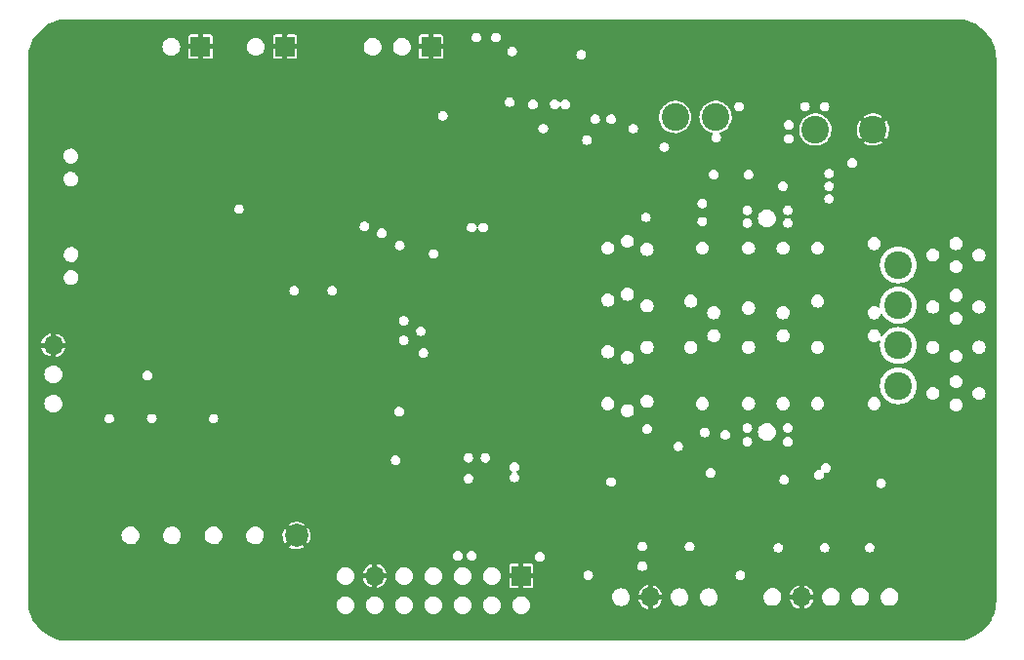
<source format=gbr>
G04 #@! TF.GenerationSoftware,KiCad,Pcbnew,(6.0.8)*
G04 #@! TF.CreationDate,2022-12-12T15:57:36+01:00*
G04 #@! TF.ProjectId,TMCM-1290-EVAL_v1.0,544d434d-2d31-4323-9930-2d4556414c5f,rev?*
G04 #@! TF.SameCoordinates,PX3c8eee0PY8eeaea0*
G04 #@! TF.FileFunction,Copper,L2,Inr*
G04 #@! TF.FilePolarity,Positive*
%FSLAX46Y46*%
G04 Gerber Fmt 4.6, Leading zero omitted, Abs format (unit mm)*
G04 Created by KiCad (PCBNEW (6.0.8)) date 2022-12-12 15:57:36*
%MOMM*%
%LPD*%
G01*
G04 APERTURE LIST*
G04 #@! TA.AperFunction,ComponentPad*
%ADD10C,6.400000*%
G04 #@! TD*
G04 #@! TA.AperFunction,ComponentPad*
%ADD11R,1.700000X1.700000*%
G04 #@! TD*
G04 #@! TA.AperFunction,ComponentPad*
%ADD12C,2.000000*%
G04 #@! TD*
G04 #@! TA.AperFunction,ComponentPad*
%ADD13C,2.400000*%
G04 #@! TD*
G04 #@! TA.AperFunction,ComponentPad*
%ADD14O,1.700000X1.700000*%
G04 #@! TD*
G04 #@! TA.AperFunction,ViaPad*
%ADD15C,0.600000*%
G04 #@! TD*
G04 APERTURE END LIST*
D10*
G04 #@! TO.N,GND*
G04 #@! TO.C,H3*
X4000000Y4000000D03*
G04 #@! TD*
G04 #@! TO.N,GND*
G04 #@! TO.C,H1*
X4000000Y51000000D03*
G04 #@! TD*
G04 #@! TO.N,GND*
G04 #@! TO.C,H4*
X81000000Y4000000D03*
G04 #@! TD*
G04 #@! TO.N,GND*
G04 #@! TO.C,H2*
X81000000Y51000000D03*
G04 #@! TD*
D11*
G04 #@! TO.N,GND*
G04 #@! TO.C,J1*
X22805000Y52100000D03*
G04 #@! TD*
D12*
G04 #@! TO.N,GND*
G04 #@! TO.C,C7*
X64600000Y32200000D03*
G04 #@! TD*
D11*
G04 #@! TO.N,GND*
G04 #@! TO.C,J3*
X15480000Y52100000D03*
G04 #@! TD*
D13*
G04 #@! TO.N,GND*
G04 #@! TO.C,U3*
X73800000Y44900000D03*
G04 #@! TO.N,/+VS*
X68800000Y44900000D03*
G04 #@! TD*
D14*
G04 #@! TO.N,GND*
G04 #@! TO.C,J8*
X54480000Y4300000D03*
G04 #@! TD*
G04 #@! TO.N,GND*
G04 #@! TO.C,J9*
X67620000Y4310000D03*
G04 #@! TD*
D13*
G04 #@! TO.N,/B1*
G04 #@! TO.C,U9*
X76000000Y22650000D03*
G04 #@! TO.N,/B2*
X76000000Y26150000D03*
G04 #@! TO.N,/A2*
X76000000Y29650000D03*
G04 #@! TO.N,/A1*
X76000000Y33150000D03*
G04 #@! TD*
D14*
G04 #@! TO.N,GND*
G04 #@! TO.C,J5*
X2710000Y26180000D03*
G04 #@! TD*
D11*
G04 #@! TO.N,GND*
G04 #@! TO.C,J7*
X43290000Y6140000D03*
D14*
X30590000Y6140000D03*
G04 #@! TD*
D12*
G04 #@! TO.N,GND*
G04 #@! TO.C,C19*
X64600000Y23632323D03*
G04 #@! TD*
D13*
G04 #@! TO.N,/+VS*
G04 #@! TO.C,U2*
X60150000Y46000000D03*
G04 #@! TO.N,Net-(D3-Pad2)*
X56650000Y46000000D03*
G04 #@! TD*
D11*
G04 #@! TO.N,GND*
G04 #@! TO.C,J4*
X35480000Y52100000D03*
G04 #@! TD*
D12*
G04 #@! TO.N,GND*
G04 #@! TO.C,TP9*
X23800000Y9650000D03*
G04 #@! TD*
D15*
G04 #@! TO.N,GND*
X66400000Y32600000D03*
X66400000Y31800000D03*
X40300000Y46300000D03*
X66400000Y23200000D03*
X77500000Y42000000D03*
X53700000Y12300000D03*
X54000000Y23400000D03*
X54000000Y32400000D03*
X82500000Y37500000D03*
X72500000Y52500000D03*
X69500000Y31600000D03*
X17900000Y13500000D03*
X52475000Y39975000D03*
X58000000Y32400000D03*
X7900000Y41600000D03*
X66900000Y12500000D03*
X47000000Y27900000D03*
X58000000Y23500000D03*
X26300000Y2000000D03*
X44800000Y27900000D03*
X43700000Y16500000D03*
X47100000Y32400000D03*
X10900000Y21900000D03*
X53800000Y27900000D03*
X69600000Y10825000D03*
X74500000Y12600000D03*
X62900000Y31850000D03*
X62300000Y2100000D03*
X58900000Y15700000D03*
X75000000Y42000000D03*
X50800000Y23400000D03*
X11300000Y49700000D03*
X76100000Y44100000D03*
X46200000Y51800000D03*
X44100000Y51900000D03*
X47600000Y7100000D03*
X73500000Y10825000D03*
X62900000Y24100000D03*
X40800000Y15100000D03*
X50800000Y50400000D03*
X49500000Y50400000D03*
X20400000Y38000000D03*
X41400000Y44900000D03*
X47800000Y12200000D03*
X44800000Y23400000D03*
X45100000Y49400000D03*
X77500000Y38000000D03*
X82500000Y42500000D03*
X22300000Y20800000D03*
X57900000Y10800000D03*
X75000000Y50000000D03*
X7000000Y13600000D03*
X52300000Y27900000D03*
X66400000Y24100000D03*
X35400000Y14800000D03*
X42100000Y49400000D03*
X44800000Y11900000D03*
X76100000Y45300000D03*
X49100000Y2100000D03*
X7100000Y7400000D03*
X73200000Y46900000D03*
X29787500Y44712500D03*
X75000000Y38000000D03*
X50800000Y27900000D03*
X55200000Y15600000D03*
X34200000Y39500000D03*
X43600000Y49400000D03*
X80000000Y40000000D03*
X50800000Y32400000D03*
X74500000Y46900000D03*
X67500000Y52500000D03*
X26900000Y35400000D03*
X43600000Y39400000D03*
X47000000Y23400000D03*
X62900000Y23200000D03*
X82500000Y12500000D03*
X62900000Y32650000D03*
X61000000Y12300000D03*
X80000000Y15000000D03*
X43300000Y7800000D03*
X65600000Y10825000D03*
X53900000Y10800000D03*
X46300000Y9700000D03*
X47100000Y51800000D03*
X36300000Y48700000D03*
X55100000Y40500000D03*
X56900000Y41900000D03*
X56900000Y14600000D03*
X72500000Y17500000D03*
X60000000Y52500000D03*
X21600000Y13500000D03*
X82500000Y17500000D03*
X69500000Y24400000D03*
X31387500Y48712500D03*
X44800000Y32400000D03*
X30000000Y16200000D03*
X52300000Y23400000D03*
X20700000Y24200000D03*
X52300000Y32400000D03*
G04 #@! TD*
G04 #@! TA.AperFunction,Conductor*
G04 #@! TO.N,GND*
G36*
X80968581Y54498321D02*
G01*
X80971356Y54497889D01*
X80993823Y54494391D01*
X81000821Y54495306D01*
X81000822Y54495306D01*
X81015092Y54497172D01*
X81032785Y54497889D01*
X81338162Y54482887D01*
X81347830Y54481934D01*
X81677904Y54432972D01*
X81687433Y54431077D01*
X82011131Y54349995D01*
X82020428Y54347175D01*
X82334622Y54234754D01*
X82343598Y54231036D01*
X82645259Y54088361D01*
X82653827Y54083781D01*
X82940050Y53912226D01*
X82948116Y53906837D01*
X83216172Y53708033D01*
X83223644Y53701901D01*
X83470917Y53477786D01*
X83477781Y53470922D01*
X83701901Y53223644D01*
X83708033Y53216172D01*
X83906837Y52948116D01*
X83912226Y52940050D01*
X84083781Y52653827D01*
X84088361Y52645259D01*
X84231036Y52343598D01*
X84234754Y52334622D01*
X84347175Y52020428D01*
X84349995Y52011131D01*
X84431077Y51687433D01*
X84432972Y51677904D01*
X84481934Y51347830D01*
X84482887Y51338162D01*
X84497548Y51039735D01*
X84496489Y51019654D01*
X84494391Y51006177D01*
X84495306Y50999180D01*
X84495306Y50999179D01*
X84498664Y50973500D01*
X84499500Y50960664D01*
X84499500Y4046649D01*
X84498321Y4031419D01*
X84494391Y4006177D01*
X84495306Y3999179D01*
X84495306Y3999178D01*
X84497172Y3984908D01*
X84497889Y3967215D01*
X84482887Y3661838D01*
X84481934Y3652170D01*
X84432972Y3322096D01*
X84431077Y3312567D01*
X84349995Y2988869D01*
X84347175Y2979572D01*
X84234754Y2665378D01*
X84231036Y2656402D01*
X84088361Y2354741D01*
X84083781Y2346173D01*
X83912226Y2059950D01*
X83906837Y2051884D01*
X83708033Y1783828D01*
X83701901Y1776356D01*
X83477786Y1529083D01*
X83470922Y1522219D01*
X83223644Y1298099D01*
X83216172Y1291967D01*
X82948116Y1093163D01*
X82940050Y1087774D01*
X82653827Y916219D01*
X82645259Y911639D01*
X82343598Y768964D01*
X82334622Y765246D01*
X82020428Y652825D01*
X82011131Y650005D01*
X81687433Y568923D01*
X81677904Y567028D01*
X81347830Y518066D01*
X81338162Y517113D01*
X81039735Y502452D01*
X81019654Y503511D01*
X81006177Y505609D01*
X80999180Y504694D01*
X80999179Y504694D01*
X80973500Y501336D01*
X80960664Y500500D01*
X4046649Y500500D01*
X4031419Y501679D01*
X4013152Y504523D01*
X4006177Y505609D01*
X3999179Y504694D01*
X3999178Y504694D01*
X3984908Y502828D01*
X3967215Y502111D01*
X3661838Y517113D01*
X3652170Y518066D01*
X3322096Y567028D01*
X3312567Y568923D01*
X2988869Y650005D01*
X2979572Y652825D01*
X2665378Y765246D01*
X2656402Y768964D01*
X2354741Y911639D01*
X2346173Y916219D01*
X2059950Y1087774D01*
X2051884Y1093163D01*
X1783828Y1291967D01*
X1776356Y1298099D01*
X1529078Y1522219D01*
X1522214Y1529083D01*
X1298099Y1776356D01*
X1291967Y1783828D01*
X1093163Y2051884D01*
X1087774Y2059950D01*
X916219Y2346173D01*
X911639Y2354741D01*
X768964Y2656402D01*
X765246Y2665378D01*
X652825Y2979572D01*
X650005Y2988869D01*
X568923Y3312567D01*
X567028Y3322096D01*
X525002Y3605413D01*
X27274644Y3605413D01*
X27292713Y3433500D01*
X27294497Y3428260D01*
X27294497Y3428259D01*
X27344092Y3282574D01*
X27348420Y3269861D01*
X27438996Y3122631D01*
X27559940Y2999127D01*
X27705241Y2905487D01*
X27867677Y2846366D01*
X28001186Y2829500D01*
X28093461Y2829500D01*
X28116636Y2832100D01*
X28216286Y2843277D01*
X28216289Y2843278D01*
X28221783Y2843894D01*
X28227004Y2845712D01*
X28227008Y2845713D01*
X28333271Y2882718D01*
X28385028Y2900742D01*
X28531622Y2992344D01*
X28654279Y3114147D01*
X28720029Y3217752D01*
X28743939Y3255428D01*
X28743941Y3255433D01*
X28746902Y3260098D01*
X28750379Y3269861D01*
X28803034Y3417733D01*
X28804889Y3422942D01*
X28818008Y3532958D01*
X28824701Y3589091D01*
X28824701Y3589094D01*
X28825356Y3594587D01*
X28824218Y3605413D01*
X29814644Y3605413D01*
X29832713Y3433500D01*
X29834497Y3428260D01*
X29834497Y3428259D01*
X29884092Y3282574D01*
X29888420Y3269861D01*
X29978996Y3122631D01*
X30099940Y2999127D01*
X30245241Y2905487D01*
X30407677Y2846366D01*
X30541186Y2829500D01*
X30633461Y2829500D01*
X30656636Y2832100D01*
X30756286Y2843277D01*
X30756289Y2843278D01*
X30761783Y2843894D01*
X30767004Y2845712D01*
X30767008Y2845713D01*
X30873271Y2882718D01*
X30925028Y2900742D01*
X31071622Y2992344D01*
X31194279Y3114147D01*
X31260029Y3217752D01*
X31283939Y3255428D01*
X31283941Y3255433D01*
X31286902Y3260098D01*
X31290379Y3269861D01*
X31343034Y3417733D01*
X31344889Y3422942D01*
X31358008Y3532958D01*
X31364701Y3589091D01*
X31364701Y3589094D01*
X31365356Y3594587D01*
X31364218Y3605413D01*
X32354644Y3605413D01*
X32372713Y3433500D01*
X32374497Y3428260D01*
X32374497Y3428259D01*
X32424092Y3282574D01*
X32428420Y3269861D01*
X32518996Y3122631D01*
X32639940Y2999127D01*
X32785241Y2905487D01*
X32947677Y2846366D01*
X33081186Y2829500D01*
X33173461Y2829500D01*
X33196636Y2832100D01*
X33296286Y2843277D01*
X33296289Y2843278D01*
X33301783Y2843894D01*
X33307004Y2845712D01*
X33307008Y2845713D01*
X33413271Y2882718D01*
X33465028Y2900742D01*
X33611622Y2992344D01*
X33734279Y3114147D01*
X33800029Y3217752D01*
X33823939Y3255428D01*
X33823941Y3255433D01*
X33826902Y3260098D01*
X33830379Y3269861D01*
X33883034Y3417733D01*
X33884889Y3422942D01*
X33898008Y3532958D01*
X33904701Y3589091D01*
X33904701Y3589094D01*
X33905356Y3594587D01*
X33904218Y3605413D01*
X34894644Y3605413D01*
X34912713Y3433500D01*
X34914497Y3428260D01*
X34914497Y3428259D01*
X34964092Y3282574D01*
X34968420Y3269861D01*
X35058996Y3122631D01*
X35179940Y2999127D01*
X35325241Y2905487D01*
X35487677Y2846366D01*
X35621186Y2829500D01*
X35713461Y2829500D01*
X35736636Y2832100D01*
X35836286Y2843277D01*
X35836289Y2843278D01*
X35841783Y2843894D01*
X35847004Y2845712D01*
X35847008Y2845713D01*
X35953271Y2882718D01*
X36005028Y2900742D01*
X36151622Y2992344D01*
X36274279Y3114147D01*
X36340029Y3217752D01*
X36363939Y3255428D01*
X36363941Y3255433D01*
X36366902Y3260098D01*
X36370379Y3269861D01*
X36423034Y3417733D01*
X36424889Y3422942D01*
X36438008Y3532958D01*
X36444701Y3589091D01*
X36444701Y3589094D01*
X36445356Y3594587D01*
X36444218Y3605413D01*
X37434644Y3605413D01*
X37452713Y3433500D01*
X37454497Y3428260D01*
X37454497Y3428259D01*
X37504092Y3282574D01*
X37508420Y3269861D01*
X37598996Y3122631D01*
X37719940Y2999127D01*
X37865241Y2905487D01*
X38027677Y2846366D01*
X38161186Y2829500D01*
X38253461Y2829500D01*
X38276636Y2832100D01*
X38376286Y2843277D01*
X38376289Y2843278D01*
X38381783Y2843894D01*
X38387004Y2845712D01*
X38387008Y2845713D01*
X38493271Y2882718D01*
X38545028Y2900742D01*
X38691622Y2992344D01*
X38814279Y3114147D01*
X38880029Y3217752D01*
X38903939Y3255428D01*
X38903941Y3255433D01*
X38906902Y3260098D01*
X38910379Y3269861D01*
X38963034Y3417733D01*
X38964889Y3422942D01*
X38978008Y3532958D01*
X38984701Y3589091D01*
X38984701Y3589094D01*
X38985356Y3594587D01*
X38984218Y3605413D01*
X39974644Y3605413D01*
X39992713Y3433500D01*
X39994497Y3428260D01*
X39994497Y3428259D01*
X40044092Y3282574D01*
X40048420Y3269861D01*
X40138996Y3122631D01*
X40259940Y2999127D01*
X40405241Y2905487D01*
X40567677Y2846366D01*
X40701186Y2829500D01*
X40793461Y2829500D01*
X40816636Y2832100D01*
X40916286Y2843277D01*
X40916289Y2843278D01*
X40921783Y2843894D01*
X40927004Y2845712D01*
X40927008Y2845713D01*
X41033271Y2882718D01*
X41085028Y2900742D01*
X41231622Y2992344D01*
X41354279Y3114147D01*
X41420029Y3217752D01*
X41443939Y3255428D01*
X41443941Y3255433D01*
X41446902Y3260098D01*
X41450379Y3269861D01*
X41503034Y3417733D01*
X41504889Y3422942D01*
X41518008Y3532958D01*
X41524701Y3589091D01*
X41524701Y3589094D01*
X41525356Y3594587D01*
X41524218Y3605413D01*
X42514644Y3605413D01*
X42532713Y3433500D01*
X42534497Y3428260D01*
X42534497Y3428259D01*
X42584092Y3282574D01*
X42588420Y3269861D01*
X42678996Y3122631D01*
X42799940Y2999127D01*
X42945241Y2905487D01*
X43107677Y2846366D01*
X43241186Y2829500D01*
X43333461Y2829500D01*
X43356636Y2832100D01*
X43456286Y2843277D01*
X43456289Y2843278D01*
X43461783Y2843894D01*
X43467004Y2845712D01*
X43467008Y2845713D01*
X43573271Y2882718D01*
X43625028Y2900742D01*
X43771622Y2992344D01*
X43894279Y3114147D01*
X43960029Y3217752D01*
X43983939Y3255428D01*
X43983941Y3255433D01*
X43986902Y3260098D01*
X43990379Y3269861D01*
X44043034Y3417733D01*
X44044889Y3422942D01*
X44058008Y3532958D01*
X44064701Y3589091D01*
X44064701Y3589094D01*
X44065356Y3594587D01*
X44047287Y3766500D01*
X44027663Y3824147D01*
X43993365Y3924896D01*
X43993364Y3924897D01*
X43991580Y3930139D01*
X43957886Y3984908D01*
X43903905Y4072654D01*
X43903903Y4072656D01*
X43901004Y4077369D01*
X43780060Y4200873D01*
X43634759Y4294513D01*
X43604811Y4305413D01*
X51164644Y4305413D01*
X51182713Y4133500D01*
X51184497Y4128260D01*
X51184497Y4128259D01*
X51236635Y3975104D01*
X51238420Y3969861D01*
X51241322Y3965144D01*
X51325192Y3828815D01*
X51328996Y3822631D01*
X51449940Y3699127D01*
X51595241Y3605487D01*
X51757677Y3546366D01*
X51891186Y3529500D01*
X51983461Y3529500D01*
X52014289Y3532958D01*
X52106286Y3543277D01*
X52106289Y3543278D01*
X52111783Y3543894D01*
X52117004Y3545712D01*
X52117008Y3545713D01*
X52257353Y3594587D01*
X52275028Y3600742D01*
X52372802Y3661838D01*
X52416930Y3689412D01*
X52416931Y3689413D01*
X52421622Y3692344D01*
X52496298Y3766500D01*
X52540356Y3810251D01*
X52540357Y3810253D01*
X52544279Y3814147D01*
X52579522Y3869681D01*
X52633939Y3955428D01*
X52633941Y3955433D01*
X52636902Y3960098D01*
X52639437Y3967215D01*
X52678095Y4075778D01*
X53451932Y4075778D01*
X53497674Y3916257D01*
X53501225Y3907289D01*
X53590919Y3732764D01*
X53596142Y3724659D01*
X53718037Y3570866D01*
X53724720Y3563945D01*
X53874164Y3436759D01*
X53882078Y3431258D01*
X54053373Y3335525D01*
X54062201Y3331668D01*
X54248838Y3271026D01*
X54255349Y3269595D01*
X54267514Y3272004D01*
X54268955Y3273560D01*
X54270000Y3278314D01*
X54270000Y3284107D01*
X54690000Y3284107D01*
X54693747Y3272574D01*
X54704079Y3272358D01*
X54856882Y3315022D01*
X54865862Y3318504D01*
X55041020Y3406983D01*
X55049155Y3412146D01*
X55203787Y3532958D01*
X55210771Y3539609D01*
X55338990Y3688152D01*
X55344546Y3696027D01*
X55441471Y3866647D01*
X55445392Y3875454D01*
X55507335Y4061658D01*
X55509469Y4071050D01*
X55509897Y4074442D01*
X55507398Y4087546D01*
X55505989Y4088869D01*
X55500931Y4090000D01*
X54705680Y4090000D01*
X54692995Y4085878D01*
X54690000Y4081757D01*
X54690000Y3284107D01*
X54270000Y3284107D01*
X54270000Y4074320D01*
X54265878Y4087005D01*
X54261757Y4090000D01*
X53463534Y4090000D01*
X53452116Y4086290D01*
X53451932Y4075778D01*
X52678095Y4075778D01*
X52685252Y4095878D01*
X52694889Y4122942D01*
X52696082Y4132942D01*
X52714701Y4289091D01*
X52714701Y4289094D01*
X52715356Y4294587D01*
X52714218Y4305413D01*
X56244644Y4305413D01*
X56262713Y4133500D01*
X56264497Y4128260D01*
X56264497Y4128259D01*
X56316635Y3975104D01*
X56318420Y3969861D01*
X56321322Y3965144D01*
X56405192Y3828815D01*
X56408996Y3822631D01*
X56529940Y3699127D01*
X56675241Y3605487D01*
X56837677Y3546366D01*
X56971186Y3529500D01*
X57063461Y3529500D01*
X57094289Y3532958D01*
X57186286Y3543277D01*
X57186289Y3543278D01*
X57191783Y3543894D01*
X57197004Y3545712D01*
X57197008Y3545713D01*
X57337353Y3594587D01*
X57355028Y3600742D01*
X57452802Y3661838D01*
X57496930Y3689412D01*
X57496931Y3689413D01*
X57501622Y3692344D01*
X57576298Y3766500D01*
X57620356Y3810251D01*
X57620357Y3810253D01*
X57624279Y3814147D01*
X57659522Y3869681D01*
X57713939Y3955428D01*
X57713941Y3955433D01*
X57716902Y3960098D01*
X57719437Y3967215D01*
X57765252Y4095878D01*
X57774889Y4122942D01*
X57776082Y4132942D01*
X57794701Y4289091D01*
X57794701Y4289094D01*
X57795356Y4294587D01*
X57794218Y4305413D01*
X58784644Y4305413D01*
X58802713Y4133500D01*
X58804497Y4128260D01*
X58804497Y4128259D01*
X58856635Y3975104D01*
X58858420Y3969861D01*
X58861322Y3965144D01*
X58945192Y3828815D01*
X58948996Y3822631D01*
X59069940Y3699127D01*
X59215241Y3605487D01*
X59377677Y3546366D01*
X59511186Y3529500D01*
X59603461Y3529500D01*
X59634289Y3532958D01*
X59726286Y3543277D01*
X59726289Y3543278D01*
X59731783Y3543894D01*
X59737004Y3545712D01*
X59737008Y3545713D01*
X59877353Y3594587D01*
X59895028Y3600742D01*
X59992802Y3661838D01*
X60036930Y3689412D01*
X60036931Y3689413D01*
X60041622Y3692344D01*
X60116298Y3766500D01*
X60160356Y3810251D01*
X60160357Y3810253D01*
X60164279Y3814147D01*
X60199522Y3869681D01*
X60253939Y3955428D01*
X60253941Y3955433D01*
X60256902Y3960098D01*
X60259437Y3967215D01*
X60305252Y4095878D01*
X60314889Y4122942D01*
X60316082Y4132942D01*
X60334701Y4289091D01*
X60334701Y4289094D01*
X60335356Y4294587D01*
X60333167Y4315413D01*
X64304644Y4315413D01*
X64322713Y4143500D01*
X64324497Y4138260D01*
X64324497Y4138259D01*
X64374469Y3991468D01*
X64378420Y3979861D01*
X64381322Y3975144D01*
X64412235Y3924896D01*
X64468996Y3832631D01*
X64589940Y3709127D01*
X64735241Y3615487D01*
X64897677Y3556366D01*
X65031186Y3539500D01*
X65123461Y3539500D01*
X65157133Y3543277D01*
X65246286Y3553277D01*
X65246289Y3553278D01*
X65251783Y3553894D01*
X65257004Y3555712D01*
X65257008Y3555713D01*
X65368637Y3594587D01*
X65415028Y3610742D01*
X65538910Y3688152D01*
X65556930Y3699412D01*
X65556931Y3699413D01*
X65561622Y3702344D01*
X65684279Y3824147D01*
X65719522Y3879681D01*
X65773939Y3965428D01*
X65773941Y3965433D01*
X65776902Y3970098D01*
X65779586Y3977633D01*
X65818095Y4085778D01*
X66591932Y4085778D01*
X66637674Y3926257D01*
X66641225Y3917289D01*
X66730919Y3742764D01*
X66736142Y3734659D01*
X66858037Y3580866D01*
X66864720Y3573945D01*
X67014164Y3446759D01*
X67022078Y3441258D01*
X67193373Y3345525D01*
X67202201Y3341668D01*
X67388838Y3281026D01*
X67395349Y3279595D01*
X67407514Y3282004D01*
X67408955Y3283560D01*
X67410000Y3288314D01*
X67410000Y3294107D01*
X67830000Y3294107D01*
X67833747Y3282574D01*
X67844079Y3282358D01*
X67996882Y3325022D01*
X68005862Y3328504D01*
X68181020Y3416983D01*
X68189155Y3422146D01*
X68343787Y3542958D01*
X68350771Y3549609D01*
X68478990Y3698152D01*
X68484546Y3706027D01*
X68581471Y3876647D01*
X68585392Y3885454D01*
X68647335Y4071658D01*
X68649469Y4081050D01*
X68649897Y4084442D01*
X68647398Y4097546D01*
X68645989Y4098869D01*
X68640931Y4100000D01*
X67845680Y4100000D01*
X67832995Y4095878D01*
X67830000Y4091757D01*
X67830000Y3294107D01*
X67410000Y3294107D01*
X67410000Y4084320D01*
X67405878Y4097005D01*
X67401757Y4100000D01*
X66603534Y4100000D01*
X66592116Y4096290D01*
X66591932Y4085778D01*
X65818095Y4085778D01*
X65833034Y4127733D01*
X65834889Y4132942D01*
X65853509Y4289091D01*
X65854701Y4299091D01*
X65854701Y4299094D01*
X65855356Y4304587D01*
X65854218Y4315413D01*
X69384644Y4315413D01*
X69402713Y4143500D01*
X69404497Y4138260D01*
X69404497Y4138259D01*
X69454469Y3991468D01*
X69458420Y3979861D01*
X69461322Y3975144D01*
X69492235Y3924896D01*
X69548996Y3832631D01*
X69669940Y3709127D01*
X69815241Y3615487D01*
X69977677Y3556366D01*
X70111186Y3539500D01*
X70203461Y3539500D01*
X70237133Y3543277D01*
X70326286Y3553277D01*
X70326289Y3553278D01*
X70331783Y3553894D01*
X70337004Y3555712D01*
X70337008Y3555713D01*
X70448637Y3594587D01*
X70495028Y3610742D01*
X70618910Y3688152D01*
X70636930Y3699412D01*
X70636931Y3699413D01*
X70641622Y3702344D01*
X70764279Y3824147D01*
X70799522Y3879681D01*
X70853939Y3965428D01*
X70853941Y3965433D01*
X70856902Y3970098D01*
X70859586Y3977633D01*
X70913034Y4127733D01*
X70914889Y4132942D01*
X70933509Y4289091D01*
X70934701Y4299091D01*
X70934701Y4299094D01*
X70935356Y4304587D01*
X70934218Y4315413D01*
X71924644Y4315413D01*
X71942713Y4143500D01*
X71944497Y4138260D01*
X71944497Y4138259D01*
X71994469Y3991468D01*
X71998420Y3979861D01*
X72001322Y3975144D01*
X72032235Y3924896D01*
X72088996Y3832631D01*
X72209940Y3709127D01*
X72355241Y3615487D01*
X72517677Y3556366D01*
X72651186Y3539500D01*
X72743461Y3539500D01*
X72777133Y3543277D01*
X72866286Y3553277D01*
X72866289Y3553278D01*
X72871783Y3553894D01*
X72877004Y3555712D01*
X72877008Y3555713D01*
X72988637Y3594587D01*
X73035028Y3610742D01*
X73158910Y3688152D01*
X73176930Y3699412D01*
X73176931Y3699413D01*
X73181622Y3702344D01*
X73304279Y3824147D01*
X73339522Y3879681D01*
X73393939Y3965428D01*
X73393941Y3965433D01*
X73396902Y3970098D01*
X73399586Y3977633D01*
X73453034Y4127733D01*
X73454889Y4132942D01*
X73473509Y4289091D01*
X73474701Y4299091D01*
X73474701Y4299094D01*
X73475356Y4304587D01*
X73474218Y4315413D01*
X74464644Y4315413D01*
X74482713Y4143500D01*
X74484497Y4138260D01*
X74484497Y4138259D01*
X74534469Y3991468D01*
X74538420Y3979861D01*
X74541322Y3975144D01*
X74572235Y3924896D01*
X74628996Y3832631D01*
X74749940Y3709127D01*
X74895241Y3615487D01*
X75057677Y3556366D01*
X75191186Y3539500D01*
X75283461Y3539500D01*
X75317133Y3543277D01*
X75406286Y3553277D01*
X75406289Y3553278D01*
X75411783Y3553894D01*
X75417004Y3555712D01*
X75417008Y3555713D01*
X75528637Y3594587D01*
X75575028Y3610742D01*
X75698910Y3688152D01*
X75716930Y3699412D01*
X75716931Y3699413D01*
X75721622Y3702344D01*
X75844279Y3824147D01*
X75879522Y3879681D01*
X75933939Y3965428D01*
X75933941Y3965433D01*
X75936902Y3970098D01*
X75939586Y3977633D01*
X75993034Y4127733D01*
X75994889Y4132942D01*
X76013509Y4289091D01*
X76014701Y4299091D01*
X76014701Y4299094D01*
X76015356Y4304587D01*
X75997287Y4476500D01*
X75984480Y4514122D01*
X75943365Y4634896D01*
X75943364Y4634897D01*
X75941580Y4640139D01*
X75900184Y4707428D01*
X75853905Y4782654D01*
X75853903Y4782656D01*
X75851004Y4787369D01*
X75730060Y4910873D01*
X75584759Y5004513D01*
X75422323Y5063634D01*
X75288814Y5080500D01*
X75196539Y5080500D01*
X75173364Y5077900D01*
X75073714Y5066723D01*
X75073711Y5066722D01*
X75068217Y5066106D01*
X75062996Y5064288D01*
X75062992Y5064287D01*
X74992369Y5039693D01*
X74904972Y5009258D01*
X74758378Y4917656D01*
X74635721Y4795853D01*
X74623991Y4777369D01*
X74546061Y4654572D01*
X74546059Y4654567D01*
X74543098Y4649902D01*
X74541244Y4644694D01*
X74541242Y4644691D01*
X74502425Y4535680D01*
X74485111Y4487058D01*
X74484457Y4481571D01*
X74484456Y4481568D01*
X74465299Y4320909D01*
X74464644Y4315413D01*
X73474218Y4315413D01*
X73457287Y4476500D01*
X73444480Y4514122D01*
X73403365Y4634896D01*
X73403364Y4634897D01*
X73401580Y4640139D01*
X73360184Y4707428D01*
X73313905Y4782654D01*
X73313903Y4782656D01*
X73311004Y4787369D01*
X73190060Y4910873D01*
X73044759Y5004513D01*
X72882323Y5063634D01*
X72748814Y5080500D01*
X72656539Y5080500D01*
X72633364Y5077900D01*
X72533714Y5066723D01*
X72533711Y5066722D01*
X72528217Y5066106D01*
X72522996Y5064288D01*
X72522992Y5064287D01*
X72452369Y5039693D01*
X72364972Y5009258D01*
X72218378Y4917656D01*
X72095721Y4795853D01*
X72083991Y4777369D01*
X72006061Y4654572D01*
X72006059Y4654567D01*
X72003098Y4649902D01*
X72001244Y4644694D01*
X72001242Y4644691D01*
X71962425Y4535680D01*
X71945111Y4487058D01*
X71944457Y4481571D01*
X71944456Y4481568D01*
X71925299Y4320909D01*
X71924644Y4315413D01*
X70934218Y4315413D01*
X70917287Y4476500D01*
X70904480Y4514122D01*
X70863365Y4634896D01*
X70863364Y4634897D01*
X70861580Y4640139D01*
X70820184Y4707428D01*
X70773905Y4782654D01*
X70773903Y4782656D01*
X70771004Y4787369D01*
X70650060Y4910873D01*
X70504759Y5004513D01*
X70342323Y5063634D01*
X70208814Y5080500D01*
X70116539Y5080500D01*
X70093364Y5077900D01*
X69993714Y5066723D01*
X69993711Y5066722D01*
X69988217Y5066106D01*
X69982996Y5064288D01*
X69982992Y5064287D01*
X69912369Y5039693D01*
X69824972Y5009258D01*
X69678378Y4917656D01*
X69555721Y4795853D01*
X69543991Y4777369D01*
X69466061Y4654572D01*
X69466059Y4654567D01*
X69463098Y4649902D01*
X69461244Y4644694D01*
X69461242Y4644691D01*
X69422425Y4535680D01*
X69405111Y4487058D01*
X69404457Y4481571D01*
X69404456Y4481568D01*
X69385299Y4320909D01*
X69384644Y4315413D01*
X65854218Y4315413D01*
X65837287Y4476500D01*
X65824480Y4514122D01*
X65818077Y4532931D01*
X66589217Y4532931D01*
X66591355Y4522517D01*
X66593060Y4520960D01*
X66597502Y4520000D01*
X67394320Y4520000D01*
X67407005Y4524122D01*
X67410000Y4528243D01*
X67410000Y4535680D01*
X67830000Y4535680D01*
X67834122Y4522995D01*
X67838243Y4520000D01*
X68637777Y4520000D01*
X68648965Y4523635D01*
X68649078Y4534503D01*
X68596869Y4707428D01*
X68593199Y4716332D01*
X68501072Y4889599D01*
X68495740Y4897624D01*
X68371716Y5049693D01*
X68364922Y5056534D01*
X68213721Y5181619D01*
X68205738Y5187003D01*
X68033114Y5280340D01*
X68024243Y5284069D01*
X67840329Y5341000D01*
X67832548Y5339345D01*
X67830879Y5337491D01*
X67830000Y5333353D01*
X67830000Y4535680D01*
X67410000Y4535680D01*
X67410000Y5327093D01*
X67406327Y5338397D01*
X67395638Y5338546D01*
X67229407Y5289622D01*
X67220466Y5286009D01*
X67046573Y5195101D01*
X67038497Y5189816D01*
X66885571Y5066860D01*
X66878687Y5060119D01*
X66752551Y4909795D01*
X66747104Y4901841D01*
X66652573Y4729889D01*
X66648773Y4721024D01*
X66589441Y4533984D01*
X66589217Y4532931D01*
X65818077Y4532931D01*
X65783365Y4634896D01*
X65783364Y4634897D01*
X65781580Y4640139D01*
X65740184Y4707428D01*
X65693905Y4782654D01*
X65693903Y4782656D01*
X65691004Y4787369D01*
X65570060Y4910873D01*
X65424759Y5004513D01*
X65262323Y5063634D01*
X65128814Y5080500D01*
X65036539Y5080500D01*
X65013364Y5077900D01*
X64913714Y5066723D01*
X64913711Y5066722D01*
X64908217Y5066106D01*
X64902996Y5064288D01*
X64902992Y5064287D01*
X64832369Y5039693D01*
X64744972Y5009258D01*
X64598378Y4917656D01*
X64475721Y4795853D01*
X64463991Y4777369D01*
X64386061Y4654572D01*
X64386059Y4654567D01*
X64383098Y4649902D01*
X64381244Y4644694D01*
X64381242Y4644691D01*
X64342425Y4535680D01*
X64325111Y4487058D01*
X64324457Y4481571D01*
X64324456Y4481568D01*
X64305299Y4320909D01*
X64304644Y4315413D01*
X60333167Y4315413D01*
X60317287Y4466500D01*
X60312158Y4481568D01*
X60263365Y4624896D01*
X60263364Y4624897D01*
X60261580Y4630139D01*
X60214032Y4707428D01*
X60173905Y4772654D01*
X60173903Y4772656D01*
X60171004Y4777369D01*
X60050060Y4900873D01*
X59904759Y4994513D01*
X59742323Y5053634D01*
X59608814Y5070500D01*
X59516539Y5070500D01*
X59493364Y5067900D01*
X59393714Y5056723D01*
X59393711Y5056722D01*
X59388217Y5056106D01*
X59382996Y5054288D01*
X59382992Y5054287D01*
X59276729Y5017282D01*
X59224972Y4999258D01*
X59212582Y4991516D01*
X59099074Y4920588D01*
X59078378Y4907656D01*
X58955721Y4785853D01*
X58952759Y4781185D01*
X58866061Y4644572D01*
X58866059Y4644567D01*
X58863098Y4639902D01*
X58861244Y4634694D01*
X58861242Y4634691D01*
X58825382Y4533984D01*
X58805111Y4477058D01*
X58804457Y4471571D01*
X58804456Y4471568D01*
X58785836Y4315413D01*
X58784644Y4305413D01*
X57794218Y4305413D01*
X57777287Y4466500D01*
X57772158Y4481568D01*
X57723365Y4624896D01*
X57723364Y4624897D01*
X57721580Y4630139D01*
X57674032Y4707428D01*
X57633905Y4772654D01*
X57633903Y4772656D01*
X57631004Y4777369D01*
X57510060Y4900873D01*
X57364759Y4994513D01*
X57202323Y5053634D01*
X57068814Y5070500D01*
X56976539Y5070500D01*
X56953364Y5067900D01*
X56853714Y5056723D01*
X56853711Y5056722D01*
X56848217Y5056106D01*
X56842996Y5054288D01*
X56842992Y5054287D01*
X56736729Y5017282D01*
X56684972Y4999258D01*
X56672582Y4991516D01*
X56559074Y4920588D01*
X56538378Y4907656D01*
X56415721Y4785853D01*
X56412759Y4781185D01*
X56326061Y4644572D01*
X56326059Y4644567D01*
X56323098Y4639902D01*
X56321244Y4634694D01*
X56321242Y4634691D01*
X56285382Y4533984D01*
X56265111Y4477058D01*
X56264457Y4471571D01*
X56264456Y4471568D01*
X56245836Y4315413D01*
X56244644Y4305413D01*
X52714218Y4305413D01*
X52697287Y4466500D01*
X52692158Y4481568D01*
X52678077Y4522931D01*
X53449217Y4522931D01*
X53451355Y4512517D01*
X53453060Y4510960D01*
X53457502Y4510000D01*
X54254320Y4510000D01*
X54267005Y4514122D01*
X54270000Y4518243D01*
X54270000Y4525680D01*
X54690000Y4525680D01*
X54694122Y4512995D01*
X54698243Y4510000D01*
X55497777Y4510000D01*
X55508965Y4513635D01*
X55509078Y4524503D01*
X55456869Y4697428D01*
X55453199Y4706332D01*
X55361072Y4879599D01*
X55355740Y4887624D01*
X55231716Y5039693D01*
X55224922Y5046534D01*
X55073721Y5171619D01*
X55065738Y5177003D01*
X54893114Y5270340D01*
X54884243Y5274069D01*
X54700329Y5331000D01*
X54692548Y5329345D01*
X54690879Y5327491D01*
X54690000Y5323353D01*
X54690000Y4525680D01*
X54270000Y4525680D01*
X54270000Y5317093D01*
X54266327Y5328397D01*
X54255638Y5328546D01*
X54089407Y5279622D01*
X54080466Y5276009D01*
X53906573Y5185101D01*
X53898497Y5179816D01*
X53745571Y5056860D01*
X53738687Y5050119D01*
X53612551Y4899795D01*
X53607104Y4891841D01*
X53512573Y4719889D01*
X53508773Y4711024D01*
X53449441Y4523984D01*
X53449217Y4522931D01*
X52678077Y4522931D01*
X52643365Y4624896D01*
X52643364Y4624897D01*
X52641580Y4630139D01*
X52594032Y4707428D01*
X52553905Y4772654D01*
X52553903Y4772656D01*
X52551004Y4777369D01*
X52430060Y4900873D01*
X52284759Y4994513D01*
X52122323Y5053634D01*
X51988814Y5070500D01*
X51896539Y5070500D01*
X51873364Y5067900D01*
X51773714Y5056723D01*
X51773711Y5056722D01*
X51768217Y5056106D01*
X51762996Y5054288D01*
X51762992Y5054287D01*
X51656729Y5017282D01*
X51604972Y4999258D01*
X51592582Y4991516D01*
X51479074Y4920588D01*
X51458378Y4907656D01*
X51335721Y4785853D01*
X51332759Y4781185D01*
X51246061Y4644572D01*
X51246059Y4644567D01*
X51243098Y4639902D01*
X51241244Y4634694D01*
X51241242Y4634691D01*
X51205382Y4533984D01*
X51185111Y4477058D01*
X51184457Y4471571D01*
X51184456Y4471568D01*
X51165836Y4315413D01*
X51164644Y4305413D01*
X43604811Y4305413D01*
X43472323Y4353634D01*
X43338814Y4370500D01*
X43246539Y4370500D01*
X43223364Y4367900D01*
X43123714Y4356723D01*
X43123711Y4356722D01*
X43118217Y4356106D01*
X43112996Y4354288D01*
X43112992Y4354287D01*
X43017145Y4320909D01*
X42954972Y4299258D01*
X42808378Y4207656D01*
X42797567Y4196920D01*
X42717825Y4117733D01*
X42685721Y4085853D01*
X42658521Y4042992D01*
X42596061Y3944572D01*
X42596059Y3944567D01*
X42593098Y3939902D01*
X42591244Y3934694D01*
X42591242Y3934691D01*
X42570149Y3875454D01*
X42535111Y3777058D01*
X42534457Y3771571D01*
X42534456Y3771568D01*
X42515299Y3610909D01*
X42514644Y3605413D01*
X41524218Y3605413D01*
X41507287Y3766500D01*
X41487663Y3824147D01*
X41453365Y3924896D01*
X41453364Y3924897D01*
X41451580Y3930139D01*
X41417886Y3984908D01*
X41363905Y4072654D01*
X41363903Y4072656D01*
X41361004Y4077369D01*
X41240060Y4200873D01*
X41094759Y4294513D01*
X40932323Y4353634D01*
X40798814Y4370500D01*
X40706539Y4370500D01*
X40683364Y4367900D01*
X40583714Y4356723D01*
X40583711Y4356722D01*
X40578217Y4356106D01*
X40572996Y4354288D01*
X40572992Y4354287D01*
X40477145Y4320909D01*
X40414972Y4299258D01*
X40268378Y4207656D01*
X40257567Y4196920D01*
X40177825Y4117733D01*
X40145721Y4085853D01*
X40118521Y4042992D01*
X40056061Y3944572D01*
X40056059Y3944567D01*
X40053098Y3939902D01*
X40051244Y3934694D01*
X40051242Y3934691D01*
X40030149Y3875454D01*
X39995111Y3777058D01*
X39994457Y3771571D01*
X39994456Y3771568D01*
X39975299Y3610909D01*
X39974644Y3605413D01*
X38984218Y3605413D01*
X38967287Y3766500D01*
X38947663Y3824147D01*
X38913365Y3924896D01*
X38913364Y3924897D01*
X38911580Y3930139D01*
X38877886Y3984908D01*
X38823905Y4072654D01*
X38823903Y4072656D01*
X38821004Y4077369D01*
X38700060Y4200873D01*
X38554759Y4294513D01*
X38392323Y4353634D01*
X38258814Y4370500D01*
X38166539Y4370500D01*
X38143364Y4367900D01*
X38043714Y4356723D01*
X38043711Y4356722D01*
X38038217Y4356106D01*
X38032996Y4354288D01*
X38032992Y4354287D01*
X37937145Y4320909D01*
X37874972Y4299258D01*
X37728378Y4207656D01*
X37717567Y4196920D01*
X37637825Y4117733D01*
X37605721Y4085853D01*
X37578521Y4042992D01*
X37516061Y3944572D01*
X37516059Y3944567D01*
X37513098Y3939902D01*
X37511244Y3934694D01*
X37511242Y3934691D01*
X37490149Y3875454D01*
X37455111Y3777058D01*
X37454457Y3771571D01*
X37454456Y3771568D01*
X37435299Y3610909D01*
X37434644Y3605413D01*
X36444218Y3605413D01*
X36427287Y3766500D01*
X36407663Y3824147D01*
X36373365Y3924896D01*
X36373364Y3924897D01*
X36371580Y3930139D01*
X36337886Y3984908D01*
X36283905Y4072654D01*
X36283903Y4072656D01*
X36281004Y4077369D01*
X36160060Y4200873D01*
X36014759Y4294513D01*
X35852323Y4353634D01*
X35718814Y4370500D01*
X35626539Y4370500D01*
X35603364Y4367900D01*
X35503714Y4356723D01*
X35503711Y4356722D01*
X35498217Y4356106D01*
X35492996Y4354288D01*
X35492992Y4354287D01*
X35397145Y4320909D01*
X35334972Y4299258D01*
X35188378Y4207656D01*
X35177567Y4196920D01*
X35097825Y4117733D01*
X35065721Y4085853D01*
X35038521Y4042992D01*
X34976061Y3944572D01*
X34976059Y3944567D01*
X34973098Y3939902D01*
X34971244Y3934694D01*
X34971242Y3934691D01*
X34950149Y3875454D01*
X34915111Y3777058D01*
X34914457Y3771571D01*
X34914456Y3771568D01*
X34895299Y3610909D01*
X34894644Y3605413D01*
X33904218Y3605413D01*
X33887287Y3766500D01*
X33867663Y3824147D01*
X33833365Y3924896D01*
X33833364Y3924897D01*
X33831580Y3930139D01*
X33797886Y3984908D01*
X33743905Y4072654D01*
X33743903Y4072656D01*
X33741004Y4077369D01*
X33620060Y4200873D01*
X33474759Y4294513D01*
X33312323Y4353634D01*
X33178814Y4370500D01*
X33086539Y4370500D01*
X33063364Y4367900D01*
X32963714Y4356723D01*
X32963711Y4356722D01*
X32958217Y4356106D01*
X32952996Y4354288D01*
X32952992Y4354287D01*
X32857145Y4320909D01*
X32794972Y4299258D01*
X32648378Y4207656D01*
X32637567Y4196920D01*
X32557825Y4117733D01*
X32525721Y4085853D01*
X32498521Y4042992D01*
X32436061Y3944572D01*
X32436059Y3944567D01*
X32433098Y3939902D01*
X32431244Y3934694D01*
X32431242Y3934691D01*
X32410149Y3875454D01*
X32375111Y3777058D01*
X32374457Y3771571D01*
X32374456Y3771568D01*
X32355299Y3610909D01*
X32354644Y3605413D01*
X31364218Y3605413D01*
X31347287Y3766500D01*
X31327663Y3824147D01*
X31293365Y3924896D01*
X31293364Y3924897D01*
X31291580Y3930139D01*
X31257886Y3984908D01*
X31203905Y4072654D01*
X31203903Y4072656D01*
X31201004Y4077369D01*
X31080060Y4200873D01*
X30934759Y4294513D01*
X30772323Y4353634D01*
X30638814Y4370500D01*
X30546539Y4370500D01*
X30523364Y4367900D01*
X30423714Y4356723D01*
X30423711Y4356722D01*
X30418217Y4356106D01*
X30412996Y4354288D01*
X30412992Y4354287D01*
X30317145Y4320909D01*
X30254972Y4299258D01*
X30108378Y4207656D01*
X30097567Y4196920D01*
X30017825Y4117733D01*
X29985721Y4085853D01*
X29958521Y4042992D01*
X29896061Y3944572D01*
X29896059Y3944567D01*
X29893098Y3939902D01*
X29891244Y3934694D01*
X29891242Y3934691D01*
X29870149Y3875454D01*
X29835111Y3777058D01*
X29834457Y3771571D01*
X29834456Y3771568D01*
X29815299Y3610909D01*
X29814644Y3605413D01*
X28824218Y3605413D01*
X28807287Y3766500D01*
X28787663Y3824147D01*
X28753365Y3924896D01*
X28753364Y3924897D01*
X28751580Y3930139D01*
X28717886Y3984908D01*
X28663905Y4072654D01*
X28663903Y4072656D01*
X28661004Y4077369D01*
X28540060Y4200873D01*
X28394759Y4294513D01*
X28232323Y4353634D01*
X28098814Y4370500D01*
X28006539Y4370500D01*
X27983364Y4367900D01*
X27883714Y4356723D01*
X27883711Y4356722D01*
X27878217Y4356106D01*
X27872996Y4354288D01*
X27872992Y4354287D01*
X27777145Y4320909D01*
X27714972Y4299258D01*
X27568378Y4207656D01*
X27557567Y4196920D01*
X27477825Y4117733D01*
X27445721Y4085853D01*
X27418521Y4042992D01*
X27356061Y3944572D01*
X27356059Y3944567D01*
X27353098Y3939902D01*
X27351244Y3934694D01*
X27351242Y3934691D01*
X27330149Y3875454D01*
X27295111Y3777058D01*
X27294457Y3771571D01*
X27294456Y3771568D01*
X27275299Y3610909D01*
X27274644Y3605413D01*
X525002Y3605413D01*
X518066Y3652170D01*
X517113Y3661838D01*
X502625Y3956747D01*
X503878Y3978030D01*
X504862Y3983876D01*
X504862Y3983879D01*
X505496Y3987646D01*
X505647Y4000000D01*
X501500Y4028958D01*
X500500Y4042992D01*
X500500Y6145413D01*
X27274644Y6145413D01*
X27292713Y5973500D01*
X27294497Y5968260D01*
X27294497Y5968259D01*
X27317170Y5901658D01*
X27348420Y5809861D01*
X27438996Y5662631D01*
X27559940Y5539127D01*
X27705241Y5445487D01*
X27867677Y5386366D01*
X28001186Y5369500D01*
X28093461Y5369500D01*
X28124289Y5372958D01*
X28216286Y5383277D01*
X28216289Y5383278D01*
X28221783Y5383894D01*
X28227004Y5385712D01*
X28227008Y5385713D01*
X28333271Y5422718D01*
X28385028Y5440742D01*
X28458325Y5486543D01*
X28526930Y5529412D01*
X28526931Y5529413D01*
X28531622Y5532344D01*
X28654279Y5654147D01*
X28689522Y5709681D01*
X28743939Y5795428D01*
X28743941Y5795433D01*
X28746902Y5800098D01*
X28750379Y5809861D01*
X28788094Y5915778D01*
X29561932Y5915778D01*
X29607674Y5756257D01*
X29611225Y5747289D01*
X29700919Y5572764D01*
X29706142Y5564659D01*
X29828037Y5410866D01*
X29834720Y5403945D01*
X29984164Y5276759D01*
X29992078Y5271258D01*
X30163373Y5175525D01*
X30172201Y5171668D01*
X30358838Y5111026D01*
X30365349Y5109595D01*
X30377514Y5112004D01*
X30378955Y5113560D01*
X30380000Y5118314D01*
X30380000Y5124107D01*
X30800000Y5124107D01*
X30803747Y5112574D01*
X30814079Y5112358D01*
X30966882Y5155022D01*
X30975862Y5158504D01*
X31151020Y5246983D01*
X31159155Y5252146D01*
X31188612Y5275160D01*
X42240000Y5275160D01*
X42240948Y5265538D01*
X42249702Y5221526D01*
X42257021Y5203858D01*
X42290389Y5153918D01*
X42303918Y5140389D01*
X42353858Y5107021D01*
X42371526Y5099702D01*
X42415538Y5090948D01*
X42425160Y5090000D01*
X43064320Y5090000D01*
X43077005Y5094122D01*
X43080000Y5098243D01*
X43080000Y5105680D01*
X43500000Y5105680D01*
X43504122Y5092995D01*
X43508243Y5090000D01*
X44154840Y5090000D01*
X44164462Y5090948D01*
X44208474Y5099702D01*
X44226142Y5107021D01*
X44276082Y5140389D01*
X44289611Y5153918D01*
X44322979Y5203858D01*
X44330298Y5221526D01*
X44339052Y5265538D01*
X44340000Y5275160D01*
X44340000Y5914320D01*
X44335878Y5927005D01*
X44331757Y5930000D01*
X43515680Y5930000D01*
X43502995Y5925878D01*
X43500000Y5921757D01*
X43500000Y5105680D01*
X43080000Y5105680D01*
X43080000Y5914320D01*
X43075878Y5927005D01*
X43071757Y5930000D01*
X42255680Y5930000D01*
X42242995Y5925878D01*
X42240000Y5921757D01*
X42240000Y5275160D01*
X31188612Y5275160D01*
X31313787Y5372958D01*
X31320771Y5379609D01*
X31448990Y5528152D01*
X31454546Y5536027D01*
X31551471Y5706647D01*
X31555392Y5715454D01*
X31617335Y5901658D01*
X31619469Y5911050D01*
X31619897Y5914442D01*
X31617398Y5927546D01*
X31615989Y5928869D01*
X31610931Y5930000D01*
X30815680Y5930000D01*
X30802995Y5925878D01*
X30800000Y5921757D01*
X30800000Y5124107D01*
X30380000Y5124107D01*
X30380000Y5914320D01*
X30375878Y5927005D01*
X30371757Y5930000D01*
X29573534Y5930000D01*
X29562116Y5926290D01*
X29561932Y5915778D01*
X28788094Y5915778D01*
X28803034Y5957733D01*
X28804889Y5962942D01*
X28817469Y6068438D01*
X28824701Y6129091D01*
X28824701Y6129094D01*
X28825356Y6134587D01*
X28824218Y6145413D01*
X32354644Y6145413D01*
X32372713Y5973500D01*
X32374497Y5968260D01*
X32374497Y5968259D01*
X32397170Y5901658D01*
X32428420Y5809861D01*
X32518996Y5662631D01*
X32639940Y5539127D01*
X32785241Y5445487D01*
X32947677Y5386366D01*
X33081186Y5369500D01*
X33173461Y5369500D01*
X33204289Y5372958D01*
X33296286Y5383277D01*
X33296289Y5383278D01*
X33301783Y5383894D01*
X33307004Y5385712D01*
X33307008Y5385713D01*
X33413271Y5422718D01*
X33465028Y5440742D01*
X33538325Y5486543D01*
X33606930Y5529412D01*
X33606931Y5529413D01*
X33611622Y5532344D01*
X33734279Y5654147D01*
X33769522Y5709681D01*
X33823939Y5795428D01*
X33823941Y5795433D01*
X33826902Y5800098D01*
X33830379Y5809861D01*
X33883034Y5957733D01*
X33884889Y5962942D01*
X33897469Y6068438D01*
X33904701Y6129091D01*
X33904701Y6129094D01*
X33905356Y6134587D01*
X33904218Y6145413D01*
X34894644Y6145413D01*
X34912713Y5973500D01*
X34914497Y5968260D01*
X34914497Y5968259D01*
X34937170Y5901658D01*
X34968420Y5809861D01*
X35058996Y5662631D01*
X35179940Y5539127D01*
X35325241Y5445487D01*
X35487677Y5386366D01*
X35621186Y5369500D01*
X35713461Y5369500D01*
X35744289Y5372958D01*
X35836286Y5383277D01*
X35836289Y5383278D01*
X35841783Y5383894D01*
X35847004Y5385712D01*
X35847008Y5385713D01*
X35953271Y5422718D01*
X36005028Y5440742D01*
X36078325Y5486543D01*
X36146930Y5529412D01*
X36146931Y5529413D01*
X36151622Y5532344D01*
X36274279Y5654147D01*
X36309522Y5709681D01*
X36363939Y5795428D01*
X36363941Y5795433D01*
X36366902Y5800098D01*
X36370379Y5809861D01*
X36423034Y5957733D01*
X36424889Y5962942D01*
X36437469Y6068438D01*
X36444701Y6129091D01*
X36444701Y6129094D01*
X36445356Y6134587D01*
X36444218Y6145413D01*
X37434644Y6145413D01*
X37452713Y5973500D01*
X37454497Y5968260D01*
X37454497Y5968259D01*
X37477170Y5901658D01*
X37508420Y5809861D01*
X37598996Y5662631D01*
X37719940Y5539127D01*
X37865241Y5445487D01*
X38027677Y5386366D01*
X38161186Y5369500D01*
X38253461Y5369500D01*
X38284289Y5372958D01*
X38376286Y5383277D01*
X38376289Y5383278D01*
X38381783Y5383894D01*
X38387004Y5385712D01*
X38387008Y5385713D01*
X38493271Y5422718D01*
X38545028Y5440742D01*
X38618325Y5486543D01*
X38686930Y5529412D01*
X38686931Y5529413D01*
X38691622Y5532344D01*
X38814279Y5654147D01*
X38849522Y5709681D01*
X38903939Y5795428D01*
X38903941Y5795433D01*
X38906902Y5800098D01*
X38910379Y5809861D01*
X38963034Y5957733D01*
X38964889Y5962942D01*
X38977469Y6068438D01*
X38984701Y6129091D01*
X38984701Y6129094D01*
X38985356Y6134587D01*
X38984218Y6145413D01*
X39974644Y6145413D01*
X39992713Y5973500D01*
X39994497Y5968260D01*
X39994497Y5968259D01*
X40017170Y5901658D01*
X40048420Y5809861D01*
X40138996Y5662631D01*
X40259940Y5539127D01*
X40405241Y5445487D01*
X40567677Y5386366D01*
X40701186Y5369500D01*
X40793461Y5369500D01*
X40824289Y5372958D01*
X40916286Y5383277D01*
X40916289Y5383278D01*
X40921783Y5383894D01*
X40927004Y5385712D01*
X40927008Y5385713D01*
X41033271Y5422718D01*
X41085028Y5440742D01*
X41158325Y5486543D01*
X41226930Y5529412D01*
X41226931Y5529413D01*
X41231622Y5532344D01*
X41354279Y5654147D01*
X41389522Y5709681D01*
X41443939Y5795428D01*
X41443941Y5795433D01*
X41446902Y5800098D01*
X41450379Y5809861D01*
X41503034Y5957733D01*
X41504889Y5962942D01*
X41517469Y6068438D01*
X41524701Y6129091D01*
X41524701Y6129094D01*
X41525356Y6134587D01*
X41518481Y6200000D01*
X48674258Y6200000D01*
X48675477Y6192303D01*
X48682904Y6145413D01*
X48695095Y6068438D01*
X48698631Y6061499D01*
X48698631Y6061498D01*
X48746139Y5968259D01*
X48755567Y5949755D01*
X48849755Y5855567D01*
X48856692Y5852032D01*
X48856694Y5852031D01*
X48958619Y5800098D01*
X48968438Y5795095D01*
X48976131Y5793876D01*
X48976133Y5793876D01*
X49092303Y5775477D01*
X49100000Y5774258D01*
X49107697Y5775477D01*
X49223867Y5793876D01*
X49223869Y5793876D01*
X49231562Y5795095D01*
X49241381Y5800098D01*
X49343306Y5852031D01*
X49343308Y5852032D01*
X49350245Y5855567D01*
X49444433Y5949755D01*
X49453862Y5968259D01*
X49501369Y6061498D01*
X49501369Y6061499D01*
X49504905Y6068438D01*
X49517097Y6145413D01*
X49524523Y6192303D01*
X49525742Y6200000D01*
X61874258Y6200000D01*
X61875477Y6192303D01*
X61882904Y6145413D01*
X61895095Y6068438D01*
X61898631Y6061499D01*
X61898631Y6061498D01*
X61946139Y5968259D01*
X61955567Y5949755D01*
X62049755Y5855567D01*
X62056692Y5852032D01*
X62056694Y5852031D01*
X62158619Y5800098D01*
X62168438Y5795095D01*
X62176131Y5793876D01*
X62176133Y5793876D01*
X62292303Y5775477D01*
X62300000Y5774258D01*
X62307697Y5775477D01*
X62423867Y5793876D01*
X62423869Y5793876D01*
X62431562Y5795095D01*
X62441381Y5800098D01*
X62543306Y5852031D01*
X62543308Y5852032D01*
X62550245Y5855567D01*
X62644433Y5949755D01*
X62653862Y5968259D01*
X62701369Y6061498D01*
X62701369Y6061499D01*
X62704905Y6068438D01*
X62717097Y6145413D01*
X62724523Y6192303D01*
X62725742Y6200000D01*
X62709746Y6300997D01*
X62706124Y6323867D01*
X62706124Y6323869D01*
X62704905Y6331562D01*
X62701369Y6338502D01*
X62647969Y6443306D01*
X62647968Y6443308D01*
X62644433Y6450245D01*
X62550245Y6544433D01*
X62543308Y6547968D01*
X62543306Y6547969D01*
X62438502Y6601369D01*
X62438501Y6601369D01*
X62431562Y6604905D01*
X62423869Y6606124D01*
X62423867Y6606124D01*
X62307697Y6624523D01*
X62300000Y6625742D01*
X62292303Y6624523D01*
X62176133Y6606124D01*
X62176131Y6606124D01*
X62168438Y6604905D01*
X62161499Y6601369D01*
X62161498Y6601369D01*
X62056694Y6547969D01*
X62056692Y6547968D01*
X62049755Y6544433D01*
X61955567Y6450245D01*
X61952032Y6443308D01*
X61952031Y6443306D01*
X61898631Y6338502D01*
X61895095Y6331562D01*
X61893876Y6323869D01*
X61893876Y6323867D01*
X61890254Y6300997D01*
X61874258Y6200000D01*
X49525742Y6200000D01*
X49509746Y6300997D01*
X49506124Y6323867D01*
X49506124Y6323869D01*
X49504905Y6331562D01*
X49501369Y6338502D01*
X49447969Y6443306D01*
X49447968Y6443308D01*
X49444433Y6450245D01*
X49350245Y6544433D01*
X49343308Y6547968D01*
X49343306Y6547969D01*
X49238502Y6601369D01*
X49238501Y6601369D01*
X49231562Y6604905D01*
X49223869Y6606124D01*
X49223867Y6606124D01*
X49107697Y6624523D01*
X49100000Y6625742D01*
X49092303Y6624523D01*
X48976133Y6606124D01*
X48976131Y6606124D01*
X48968438Y6604905D01*
X48961499Y6601369D01*
X48961498Y6601369D01*
X48856694Y6547969D01*
X48856692Y6547968D01*
X48849755Y6544433D01*
X48755567Y6450245D01*
X48752032Y6443308D01*
X48752031Y6443306D01*
X48698631Y6338502D01*
X48695095Y6331562D01*
X48693876Y6323869D01*
X48693876Y6323867D01*
X48690254Y6300997D01*
X48674258Y6200000D01*
X41518481Y6200000D01*
X41507287Y6306500D01*
X41492479Y6350000D01*
X41487141Y6365680D01*
X42240000Y6365680D01*
X42244122Y6352995D01*
X42248243Y6350000D01*
X43064320Y6350000D01*
X43077005Y6354122D01*
X43080000Y6358243D01*
X43080000Y6365680D01*
X43500000Y6365680D01*
X43504122Y6352995D01*
X43508243Y6350000D01*
X44324320Y6350000D01*
X44337005Y6354122D01*
X44340000Y6358243D01*
X44340000Y7000000D01*
X53374258Y7000000D01*
X53375477Y6992303D01*
X53390995Y6894328D01*
X53395095Y6868438D01*
X53398631Y6861499D01*
X53398631Y6861498D01*
X53412381Y6834513D01*
X53455567Y6749755D01*
X53549755Y6655567D01*
X53556692Y6652032D01*
X53556694Y6652031D01*
X53661498Y6598631D01*
X53668438Y6595095D01*
X53676131Y6593876D01*
X53676133Y6593876D01*
X53792303Y6575477D01*
X53800000Y6574258D01*
X53807697Y6575477D01*
X53923867Y6593876D01*
X53923869Y6593876D01*
X53931562Y6595095D01*
X53938502Y6598631D01*
X54043306Y6652031D01*
X54043308Y6652032D01*
X54050245Y6655567D01*
X54144433Y6749755D01*
X54187620Y6834513D01*
X54201369Y6861498D01*
X54201369Y6861499D01*
X54204905Y6868438D01*
X54209006Y6894328D01*
X54224523Y6992303D01*
X54225742Y7000000D01*
X54223902Y7011619D01*
X54206124Y7123867D01*
X54206124Y7123869D01*
X54204905Y7131562D01*
X54185654Y7169345D01*
X54147969Y7243306D01*
X54147968Y7243308D01*
X54144433Y7250245D01*
X54050245Y7344433D01*
X54043308Y7347968D01*
X54043306Y7347969D01*
X53938502Y7401369D01*
X53938501Y7401369D01*
X53931562Y7404905D01*
X53923869Y7406124D01*
X53923867Y7406124D01*
X53807697Y7424523D01*
X53800000Y7425742D01*
X53792303Y7424523D01*
X53676133Y7406124D01*
X53676131Y7406124D01*
X53668438Y7404905D01*
X53661499Y7401369D01*
X53661498Y7401369D01*
X53556694Y7347969D01*
X53556692Y7347968D01*
X53549755Y7344433D01*
X53455567Y7250245D01*
X53452032Y7243308D01*
X53452031Y7243306D01*
X53414346Y7169345D01*
X53395095Y7131562D01*
X53393876Y7123869D01*
X53393876Y7123867D01*
X53376098Y7011619D01*
X53374258Y7000000D01*
X44340000Y7000000D01*
X44340000Y7004840D01*
X44339052Y7014462D01*
X44330298Y7058474D01*
X44322979Y7076142D01*
X44289611Y7126082D01*
X44276082Y7139611D01*
X44226142Y7172979D01*
X44208474Y7180298D01*
X44164462Y7189052D01*
X44154840Y7190000D01*
X43515680Y7190000D01*
X43502995Y7185878D01*
X43500000Y7181757D01*
X43500000Y6365680D01*
X43080000Y6365680D01*
X43080000Y7174320D01*
X43075878Y7187005D01*
X43071757Y7190000D01*
X42425160Y7190000D01*
X42415538Y7189052D01*
X42371526Y7180298D01*
X42353858Y7172979D01*
X42303918Y7139611D01*
X42290389Y7126082D01*
X42257021Y7076142D01*
X42249702Y7058474D01*
X42240948Y7014462D01*
X42240000Y7004840D01*
X42240000Y6365680D01*
X41487141Y6365680D01*
X41453365Y6464896D01*
X41453364Y6464897D01*
X41451580Y6470139D01*
X41403699Y6547969D01*
X41363905Y6612654D01*
X41363903Y6612656D01*
X41361004Y6617369D01*
X41327061Y6652031D01*
X41243931Y6736920D01*
X41240060Y6740873D01*
X41094759Y6834513D01*
X40932323Y6893634D01*
X40798814Y6910500D01*
X40706539Y6910500D01*
X40683364Y6907900D01*
X40583714Y6896723D01*
X40583711Y6896722D01*
X40578217Y6896106D01*
X40572996Y6894288D01*
X40572992Y6894287D01*
X40520862Y6876133D01*
X40414972Y6839258D01*
X40268378Y6747656D01*
X40260462Y6739795D01*
X40172083Y6652031D01*
X40145721Y6625853D01*
X40125428Y6593876D01*
X40056061Y6484572D01*
X40056059Y6484567D01*
X40053098Y6479902D01*
X40051244Y6474694D01*
X40051242Y6474691D01*
X40012425Y6365680D01*
X39995111Y6317058D01*
X39994457Y6311571D01*
X39994456Y6311568D01*
X39981153Y6200000D01*
X39974644Y6145413D01*
X38984218Y6145413D01*
X38967287Y6306500D01*
X38952479Y6350000D01*
X38913365Y6464896D01*
X38913364Y6464897D01*
X38911580Y6470139D01*
X38863699Y6547969D01*
X38823905Y6612654D01*
X38823903Y6612656D01*
X38821004Y6617369D01*
X38787061Y6652031D01*
X38703931Y6736920D01*
X38700060Y6740873D01*
X38554759Y6834513D01*
X38392323Y6893634D01*
X38258814Y6910500D01*
X38166539Y6910500D01*
X38143364Y6907900D01*
X38043714Y6896723D01*
X38043711Y6896722D01*
X38038217Y6896106D01*
X38032996Y6894288D01*
X38032992Y6894287D01*
X37980862Y6876133D01*
X37874972Y6839258D01*
X37728378Y6747656D01*
X37720462Y6739795D01*
X37632083Y6652031D01*
X37605721Y6625853D01*
X37585428Y6593876D01*
X37516061Y6484572D01*
X37516059Y6484567D01*
X37513098Y6479902D01*
X37511244Y6474694D01*
X37511242Y6474691D01*
X37472425Y6365680D01*
X37455111Y6317058D01*
X37454457Y6311571D01*
X37454456Y6311568D01*
X37441153Y6200000D01*
X37434644Y6145413D01*
X36444218Y6145413D01*
X36427287Y6306500D01*
X36412479Y6350000D01*
X36373365Y6464896D01*
X36373364Y6464897D01*
X36371580Y6470139D01*
X36323699Y6547969D01*
X36283905Y6612654D01*
X36283903Y6612656D01*
X36281004Y6617369D01*
X36247061Y6652031D01*
X36163931Y6736920D01*
X36160060Y6740873D01*
X36014759Y6834513D01*
X35852323Y6893634D01*
X35718814Y6910500D01*
X35626539Y6910500D01*
X35603364Y6907900D01*
X35503714Y6896723D01*
X35503711Y6896722D01*
X35498217Y6896106D01*
X35492996Y6894288D01*
X35492992Y6894287D01*
X35440862Y6876133D01*
X35334972Y6839258D01*
X35188378Y6747656D01*
X35180462Y6739795D01*
X35092083Y6652031D01*
X35065721Y6625853D01*
X35045428Y6593876D01*
X34976061Y6484572D01*
X34976059Y6484567D01*
X34973098Y6479902D01*
X34971244Y6474694D01*
X34971242Y6474691D01*
X34932425Y6365680D01*
X34915111Y6317058D01*
X34914457Y6311571D01*
X34914456Y6311568D01*
X34901153Y6200000D01*
X34894644Y6145413D01*
X33904218Y6145413D01*
X33887287Y6306500D01*
X33872479Y6350000D01*
X33833365Y6464896D01*
X33833364Y6464897D01*
X33831580Y6470139D01*
X33783699Y6547969D01*
X33743905Y6612654D01*
X33743903Y6612656D01*
X33741004Y6617369D01*
X33707061Y6652031D01*
X33623931Y6736920D01*
X33620060Y6740873D01*
X33474759Y6834513D01*
X33312323Y6893634D01*
X33178814Y6910500D01*
X33086539Y6910500D01*
X33063364Y6907900D01*
X32963714Y6896723D01*
X32963711Y6896722D01*
X32958217Y6896106D01*
X32952996Y6894288D01*
X32952992Y6894287D01*
X32900862Y6876133D01*
X32794972Y6839258D01*
X32648378Y6747656D01*
X32640462Y6739795D01*
X32552083Y6652031D01*
X32525721Y6625853D01*
X32505428Y6593876D01*
X32436061Y6484572D01*
X32436059Y6484567D01*
X32433098Y6479902D01*
X32431244Y6474694D01*
X32431242Y6474691D01*
X32392425Y6365680D01*
X32375111Y6317058D01*
X32374457Y6311571D01*
X32374456Y6311568D01*
X32361153Y6200000D01*
X32354644Y6145413D01*
X28824218Y6145413D01*
X28807287Y6306500D01*
X28792479Y6350000D01*
X28788077Y6362931D01*
X29559217Y6362931D01*
X29561355Y6352517D01*
X29563060Y6350960D01*
X29567502Y6350000D01*
X30364320Y6350000D01*
X30377005Y6354122D01*
X30380000Y6358243D01*
X30380000Y6365680D01*
X30800000Y6365680D01*
X30804122Y6352995D01*
X30808243Y6350000D01*
X31607777Y6350000D01*
X31618965Y6353635D01*
X31619078Y6364503D01*
X31566869Y6537428D01*
X31563199Y6546332D01*
X31471072Y6719599D01*
X31465740Y6727624D01*
X31341716Y6879693D01*
X31334922Y6886534D01*
X31183721Y7011619D01*
X31175738Y7017003D01*
X31003114Y7110340D01*
X30994243Y7114069D01*
X30810329Y7171000D01*
X30802548Y7169345D01*
X30800879Y7167491D01*
X30800000Y7163353D01*
X30800000Y6365680D01*
X30380000Y6365680D01*
X30380000Y7157093D01*
X30376327Y7168397D01*
X30365638Y7168546D01*
X30199407Y7119622D01*
X30190466Y7116009D01*
X30016573Y7025101D01*
X30008497Y7019816D01*
X29855571Y6896860D01*
X29848687Y6890119D01*
X29722551Y6739795D01*
X29717104Y6731841D01*
X29622573Y6559889D01*
X29618773Y6551024D01*
X29559441Y6363984D01*
X29559217Y6362931D01*
X28788077Y6362931D01*
X28753365Y6464896D01*
X28753364Y6464897D01*
X28751580Y6470139D01*
X28703699Y6547969D01*
X28663905Y6612654D01*
X28663903Y6612656D01*
X28661004Y6617369D01*
X28627061Y6652031D01*
X28543931Y6736920D01*
X28540060Y6740873D01*
X28394759Y6834513D01*
X28232323Y6893634D01*
X28098814Y6910500D01*
X28006539Y6910500D01*
X27983364Y6907900D01*
X27883714Y6896723D01*
X27883711Y6896722D01*
X27878217Y6896106D01*
X27872996Y6894288D01*
X27872992Y6894287D01*
X27820862Y6876133D01*
X27714972Y6839258D01*
X27568378Y6747656D01*
X27560462Y6739795D01*
X27472083Y6652031D01*
X27445721Y6625853D01*
X27425428Y6593876D01*
X27356061Y6484572D01*
X27356059Y6484567D01*
X27353098Y6479902D01*
X27351244Y6474694D01*
X27351242Y6474691D01*
X27312425Y6365680D01*
X27295111Y6317058D01*
X27294457Y6311571D01*
X27294456Y6311568D01*
X27281153Y6200000D01*
X27274644Y6145413D01*
X500500Y6145413D01*
X500500Y7889011D01*
X37374258Y7889011D01*
X37375477Y7881314D01*
X37393355Y7768438D01*
X37395095Y7757449D01*
X37398631Y7750510D01*
X37398631Y7750509D01*
X37449968Y7649755D01*
X37455567Y7638766D01*
X37549755Y7544578D01*
X37556692Y7541043D01*
X37556694Y7541042D01*
X37639931Y7498631D01*
X37668438Y7484106D01*
X37676131Y7482887D01*
X37676133Y7482887D01*
X37792303Y7464488D01*
X37800000Y7463269D01*
X37807697Y7464488D01*
X37923867Y7482887D01*
X37923869Y7482887D01*
X37931562Y7484106D01*
X37960069Y7498631D01*
X38043306Y7541042D01*
X38043308Y7541043D01*
X38050245Y7544578D01*
X38144433Y7638766D01*
X38150033Y7649755D01*
X38201369Y7750509D01*
X38201369Y7750510D01*
X38204905Y7757449D01*
X38206646Y7768438D01*
X38224523Y7881314D01*
X38225742Y7889011D01*
X38224002Y7900000D01*
X38574258Y7900000D01*
X38575477Y7892303D01*
X38577218Y7881314D01*
X38595095Y7768438D01*
X38598631Y7761499D01*
X38598631Y7761498D01*
X38649584Y7661498D01*
X38655567Y7649755D01*
X38749755Y7555567D01*
X38756692Y7552032D01*
X38756694Y7552031D01*
X38861498Y7498631D01*
X38868438Y7495095D01*
X38876131Y7493876D01*
X38876133Y7493876D01*
X38992303Y7475477D01*
X39000000Y7474258D01*
X39007697Y7475477D01*
X39123867Y7493876D01*
X39123869Y7493876D01*
X39131562Y7495095D01*
X39138502Y7498631D01*
X39243306Y7552031D01*
X39243308Y7552032D01*
X39250245Y7555567D01*
X39344433Y7649755D01*
X39350417Y7661498D01*
X39401369Y7761498D01*
X39401369Y7761499D01*
X39404905Y7768438D01*
X39409904Y7800000D01*
X44474258Y7800000D01*
X44475477Y7792303D01*
X44479779Y7765144D01*
X44495095Y7668438D01*
X44498631Y7661499D01*
X44498631Y7661498D01*
X44510214Y7638766D01*
X44555567Y7549755D01*
X44649755Y7455567D01*
X44656692Y7452032D01*
X44656694Y7452031D01*
X44761498Y7398631D01*
X44768438Y7395095D01*
X44776131Y7393876D01*
X44776133Y7393876D01*
X44892303Y7375477D01*
X44900000Y7374258D01*
X44907697Y7375477D01*
X45023867Y7393876D01*
X45023869Y7393876D01*
X45031562Y7395095D01*
X45038502Y7398631D01*
X45143306Y7452031D01*
X45143308Y7452032D01*
X45150245Y7455567D01*
X45244433Y7549755D01*
X45289787Y7638766D01*
X45301369Y7661498D01*
X45301369Y7661499D01*
X45304905Y7668438D01*
X45320222Y7765144D01*
X45324523Y7792303D01*
X45325742Y7800000D01*
X45324523Y7807697D01*
X45306124Y7923867D01*
X45306124Y7923869D01*
X45304905Y7931562D01*
X45301369Y7938502D01*
X45247969Y8043306D01*
X45247968Y8043308D01*
X45244433Y8050245D01*
X45150245Y8144433D01*
X45143308Y8147968D01*
X45143306Y8147969D01*
X45038502Y8201369D01*
X45038501Y8201369D01*
X45031562Y8204905D01*
X45023869Y8206124D01*
X45023867Y8206124D01*
X44907697Y8224523D01*
X44900000Y8225742D01*
X44892303Y8224523D01*
X44776133Y8206124D01*
X44776131Y8206124D01*
X44768438Y8204905D01*
X44761499Y8201369D01*
X44761498Y8201369D01*
X44656694Y8147969D01*
X44656692Y8147968D01*
X44649755Y8144433D01*
X44555567Y8050245D01*
X44552032Y8043308D01*
X44552031Y8043306D01*
X44498631Y7938502D01*
X44495095Y7931562D01*
X44493876Y7923869D01*
X44493876Y7923867D01*
X44475477Y7807697D01*
X44474258Y7800000D01*
X39409904Y7800000D01*
X39422783Y7881314D01*
X39424523Y7892303D01*
X39425742Y7900000D01*
X39407864Y8012878D01*
X39406124Y8023867D01*
X39406124Y8023869D01*
X39404905Y8031562D01*
X39350200Y8138927D01*
X39347969Y8143306D01*
X39347968Y8143308D01*
X39344433Y8150245D01*
X39250245Y8244433D01*
X39243308Y8247968D01*
X39243306Y8247969D01*
X39138502Y8301369D01*
X39138501Y8301369D01*
X39131562Y8304905D01*
X39123869Y8306124D01*
X39123867Y8306124D01*
X39007697Y8324523D01*
X39000000Y8325742D01*
X38992303Y8324523D01*
X38876133Y8306124D01*
X38876131Y8306124D01*
X38868438Y8304905D01*
X38861499Y8301369D01*
X38861498Y8301369D01*
X38756694Y8247969D01*
X38756692Y8247968D01*
X38749755Y8244433D01*
X38655567Y8150245D01*
X38652032Y8143308D01*
X38652031Y8143306D01*
X38649800Y8138927D01*
X38595095Y8031562D01*
X38593876Y8023869D01*
X38593876Y8023867D01*
X38592136Y8012878D01*
X38574258Y7900000D01*
X38224002Y7900000D01*
X38206124Y8012878D01*
X38206124Y8012880D01*
X38204905Y8020573D01*
X38193322Y8043306D01*
X38147969Y8132317D01*
X38147968Y8132319D01*
X38144433Y8139256D01*
X38050245Y8233444D01*
X38043308Y8236979D01*
X38043306Y8236980D01*
X37938502Y8290380D01*
X37938501Y8290380D01*
X37931562Y8293916D01*
X37923869Y8295135D01*
X37923867Y8295135D01*
X37807697Y8313534D01*
X37800000Y8314753D01*
X37792303Y8313534D01*
X37676133Y8295135D01*
X37676131Y8295135D01*
X37668438Y8293916D01*
X37661499Y8290380D01*
X37661498Y8290380D01*
X37556694Y8236980D01*
X37556692Y8236979D01*
X37549755Y8233444D01*
X37455567Y8139256D01*
X37452032Y8132319D01*
X37452031Y8132317D01*
X37406678Y8043306D01*
X37395095Y8020573D01*
X37393876Y8012880D01*
X37393876Y8012878D01*
X37375998Y7900000D01*
X37374258Y7889011D01*
X500500Y7889011D01*
X500500Y8665034D01*
X23117848Y8665034D01*
X23117855Y8664989D01*
X23123378Y8658774D01*
X23221178Y8593425D01*
X23229133Y8589107D01*
X23423412Y8505638D01*
X23432024Y8502840D01*
X23638272Y8456171D01*
X23647232Y8454991D01*
X23858544Y8446689D01*
X23867556Y8447161D01*
X24076848Y8477506D01*
X24085630Y8479615D01*
X24285878Y8547590D01*
X24294134Y8551266D01*
X24478640Y8654595D01*
X24479278Y8655033D01*
X24485088Y8664242D01*
X24484902Y8667075D01*
X24482900Y8670115D01*
X24453015Y8700000D01*
X53374258Y8700000D01*
X53375477Y8692303D01*
X53391138Y8593425D01*
X53395095Y8568438D01*
X53398631Y8561499D01*
X53398631Y8561498D01*
X53449584Y8461498D01*
X53455567Y8449755D01*
X53549755Y8355567D01*
X53556692Y8352032D01*
X53556694Y8352031D01*
X53661498Y8298631D01*
X53668438Y8295095D01*
X53676131Y8293876D01*
X53676133Y8293876D01*
X53792303Y8275477D01*
X53800000Y8274258D01*
X53807697Y8275477D01*
X53923867Y8293876D01*
X53923869Y8293876D01*
X53931562Y8295095D01*
X53938502Y8298631D01*
X54043306Y8352031D01*
X54043308Y8352032D01*
X54050245Y8355567D01*
X54144433Y8449755D01*
X54150417Y8461498D01*
X54201369Y8561498D01*
X54201369Y8561499D01*
X54204905Y8568438D01*
X54208863Y8593425D01*
X54224523Y8692303D01*
X54225742Y8700000D01*
X57474258Y8700000D01*
X57475477Y8692303D01*
X57491138Y8593425D01*
X57495095Y8568438D01*
X57498631Y8561499D01*
X57498631Y8561498D01*
X57549584Y8461498D01*
X57555567Y8449755D01*
X57649755Y8355567D01*
X57656692Y8352032D01*
X57656694Y8352031D01*
X57761498Y8298631D01*
X57768438Y8295095D01*
X57776131Y8293876D01*
X57776133Y8293876D01*
X57892303Y8275477D01*
X57900000Y8274258D01*
X57907697Y8275477D01*
X58023867Y8293876D01*
X58023869Y8293876D01*
X58031562Y8295095D01*
X58038502Y8298631D01*
X58143306Y8352031D01*
X58143308Y8352032D01*
X58150245Y8355567D01*
X58244433Y8449755D01*
X58250417Y8461498D01*
X58301369Y8561498D01*
X58301369Y8561499D01*
X58304905Y8568438D01*
X58308863Y8593425D01*
X58309904Y8600000D01*
X65174258Y8600000D01*
X65175477Y8592303D01*
X65181977Y8551266D01*
X65195095Y8468438D01*
X65198631Y8461499D01*
X65198631Y8461498D01*
X65201947Y8454991D01*
X65255567Y8349755D01*
X65349755Y8255567D01*
X65356692Y8252032D01*
X65356694Y8252031D01*
X65461498Y8198631D01*
X65468438Y8195095D01*
X65476131Y8193876D01*
X65476133Y8193876D01*
X65592303Y8175477D01*
X65600000Y8174258D01*
X65607697Y8175477D01*
X65723867Y8193876D01*
X65723869Y8193876D01*
X65731562Y8195095D01*
X65738502Y8198631D01*
X65843306Y8252031D01*
X65843308Y8252032D01*
X65850245Y8255567D01*
X65944433Y8349755D01*
X65998054Y8454991D01*
X66001369Y8461498D01*
X66001369Y8461499D01*
X66004905Y8468438D01*
X66018024Y8551266D01*
X66024523Y8592303D01*
X66025742Y8600000D01*
X69174258Y8600000D01*
X69175477Y8592303D01*
X69181977Y8551266D01*
X69195095Y8468438D01*
X69198631Y8461499D01*
X69198631Y8461498D01*
X69201947Y8454991D01*
X69255567Y8349755D01*
X69349755Y8255567D01*
X69356692Y8252032D01*
X69356694Y8252031D01*
X69461498Y8198631D01*
X69468438Y8195095D01*
X69476131Y8193876D01*
X69476133Y8193876D01*
X69592303Y8175477D01*
X69600000Y8174258D01*
X69607697Y8175477D01*
X69723867Y8193876D01*
X69723869Y8193876D01*
X69731562Y8195095D01*
X69738502Y8198631D01*
X69843306Y8252031D01*
X69843308Y8252032D01*
X69850245Y8255567D01*
X69944433Y8349755D01*
X69998054Y8454991D01*
X70001369Y8461498D01*
X70001369Y8461499D01*
X70004905Y8468438D01*
X70018024Y8551266D01*
X70024523Y8592303D01*
X70025742Y8600000D01*
X73074258Y8600000D01*
X73075477Y8592303D01*
X73081977Y8551266D01*
X73095095Y8468438D01*
X73098631Y8461499D01*
X73098631Y8461498D01*
X73101947Y8454991D01*
X73155567Y8349755D01*
X73249755Y8255567D01*
X73256692Y8252032D01*
X73256694Y8252031D01*
X73361498Y8198631D01*
X73368438Y8195095D01*
X73376131Y8193876D01*
X73376133Y8193876D01*
X73492303Y8175477D01*
X73500000Y8174258D01*
X73507697Y8175477D01*
X73623867Y8193876D01*
X73623869Y8193876D01*
X73631562Y8195095D01*
X73638502Y8198631D01*
X73743306Y8252031D01*
X73743308Y8252032D01*
X73750245Y8255567D01*
X73844433Y8349755D01*
X73898054Y8454991D01*
X73901369Y8461498D01*
X73901369Y8461499D01*
X73904905Y8468438D01*
X73918024Y8551266D01*
X73924523Y8592303D01*
X73925742Y8600000D01*
X73904905Y8731562D01*
X73901369Y8738502D01*
X73847969Y8843306D01*
X73847968Y8843308D01*
X73844433Y8850245D01*
X73750245Y8944433D01*
X73743308Y8947968D01*
X73743306Y8947969D01*
X73638502Y9001369D01*
X73638501Y9001369D01*
X73631562Y9004905D01*
X73623869Y9006124D01*
X73623867Y9006124D01*
X73507697Y9024523D01*
X73500000Y9025742D01*
X73492303Y9024523D01*
X73376133Y9006124D01*
X73376131Y9006124D01*
X73368438Y9004905D01*
X73361499Y9001369D01*
X73361498Y9001369D01*
X73256694Y8947969D01*
X73256692Y8947968D01*
X73249755Y8944433D01*
X73155567Y8850245D01*
X73152032Y8843308D01*
X73152031Y8843306D01*
X73098631Y8738502D01*
X73095095Y8731562D01*
X73074258Y8600000D01*
X70025742Y8600000D01*
X70004905Y8731562D01*
X70001369Y8738502D01*
X69947969Y8843306D01*
X69947968Y8843308D01*
X69944433Y8850245D01*
X69850245Y8944433D01*
X69843308Y8947968D01*
X69843306Y8947969D01*
X69738502Y9001369D01*
X69738501Y9001369D01*
X69731562Y9004905D01*
X69723869Y9006124D01*
X69723867Y9006124D01*
X69607697Y9024523D01*
X69600000Y9025742D01*
X69592303Y9024523D01*
X69476133Y9006124D01*
X69476131Y9006124D01*
X69468438Y9004905D01*
X69461499Y9001369D01*
X69461498Y9001369D01*
X69356694Y8947969D01*
X69356692Y8947968D01*
X69349755Y8944433D01*
X69255567Y8850245D01*
X69252032Y8843308D01*
X69252031Y8843306D01*
X69198631Y8738502D01*
X69195095Y8731562D01*
X69174258Y8600000D01*
X66025742Y8600000D01*
X66004905Y8731562D01*
X66001369Y8738502D01*
X65947969Y8843306D01*
X65947968Y8843308D01*
X65944433Y8850245D01*
X65850245Y8944433D01*
X65843308Y8947968D01*
X65843306Y8947969D01*
X65738502Y9001369D01*
X65738501Y9001369D01*
X65731562Y9004905D01*
X65723869Y9006124D01*
X65723867Y9006124D01*
X65607697Y9024523D01*
X65600000Y9025742D01*
X65592303Y9024523D01*
X65476133Y9006124D01*
X65476131Y9006124D01*
X65468438Y9004905D01*
X65461499Y9001369D01*
X65461498Y9001369D01*
X65356694Y8947969D01*
X65356692Y8947968D01*
X65349755Y8944433D01*
X65255567Y8850245D01*
X65252032Y8843308D01*
X65252031Y8843306D01*
X65198631Y8738502D01*
X65195095Y8731562D01*
X65174258Y8600000D01*
X58309904Y8600000D01*
X58324523Y8692303D01*
X58325742Y8700000D01*
X58304905Y8831562D01*
X58292580Y8855751D01*
X58247969Y8943306D01*
X58247968Y8943308D01*
X58244433Y8950245D01*
X58150245Y9044433D01*
X58143308Y9047968D01*
X58143306Y9047969D01*
X58038502Y9101369D01*
X58038501Y9101369D01*
X58031562Y9104905D01*
X58023869Y9106124D01*
X58023867Y9106124D01*
X57907697Y9124523D01*
X57900000Y9125742D01*
X57892303Y9124523D01*
X57776133Y9106124D01*
X57776131Y9106124D01*
X57768438Y9104905D01*
X57761499Y9101369D01*
X57761498Y9101369D01*
X57656694Y9047969D01*
X57656692Y9047968D01*
X57649755Y9044433D01*
X57555567Y8950245D01*
X57552032Y8943308D01*
X57552031Y8943306D01*
X57507420Y8855751D01*
X57495095Y8831562D01*
X57474258Y8700000D01*
X54225742Y8700000D01*
X54204905Y8831562D01*
X54192580Y8855751D01*
X54147969Y8943306D01*
X54147968Y8943308D01*
X54144433Y8950245D01*
X54050245Y9044433D01*
X54043308Y9047968D01*
X54043306Y9047969D01*
X53938502Y9101369D01*
X53938501Y9101369D01*
X53931562Y9104905D01*
X53923869Y9106124D01*
X53923867Y9106124D01*
X53807697Y9124523D01*
X53800000Y9125742D01*
X53792303Y9124523D01*
X53676133Y9106124D01*
X53676131Y9106124D01*
X53668438Y9104905D01*
X53661499Y9101369D01*
X53661498Y9101369D01*
X53556694Y9047969D01*
X53556692Y9047968D01*
X53549755Y9044433D01*
X53455567Y8950245D01*
X53452032Y8943308D01*
X53452031Y8943306D01*
X53407420Y8855751D01*
X53395095Y8831562D01*
X53374258Y8700000D01*
X24453015Y8700000D01*
X23811086Y9341929D01*
X23799203Y9347983D01*
X23794172Y9347187D01*
X23123902Y8676917D01*
X23117848Y8665034D01*
X500500Y8665034D01*
X500500Y9655413D01*
X8624644Y9655413D01*
X8642713Y9483500D01*
X8644497Y9478260D01*
X8644497Y9478259D01*
X8690907Y9341929D01*
X8698420Y9319861D01*
X8701322Y9315144D01*
X8740096Y9252118D01*
X8788996Y9172631D01*
X8909940Y9049127D01*
X9055241Y8955487D01*
X9217677Y8896366D01*
X9351186Y8879500D01*
X9443461Y8879500D01*
X9466636Y8882100D01*
X9566286Y8893277D01*
X9566289Y8893278D01*
X9571783Y8893894D01*
X9577004Y8895712D01*
X9577008Y8895713D01*
X9701100Y8938927D01*
X9735028Y8950742D01*
X9823658Y9006124D01*
X9876930Y9039412D01*
X9876931Y9039413D01*
X9881622Y9042344D01*
X10004279Y9164147D01*
X10060107Y9252118D01*
X10093939Y9305428D01*
X10093941Y9305433D01*
X10096902Y9310098D01*
X10100379Y9319861D01*
X10153034Y9467733D01*
X10154889Y9472942D01*
X10175356Y9644587D01*
X10174218Y9655413D01*
X12224644Y9655413D01*
X12242713Y9483500D01*
X12244497Y9478260D01*
X12244497Y9478259D01*
X12290907Y9341929D01*
X12298420Y9319861D01*
X12301322Y9315144D01*
X12340096Y9252118D01*
X12388996Y9172631D01*
X12509940Y9049127D01*
X12655241Y8955487D01*
X12817677Y8896366D01*
X12951186Y8879500D01*
X13043461Y8879500D01*
X13066636Y8882100D01*
X13166286Y8893277D01*
X13166289Y8893278D01*
X13171783Y8893894D01*
X13177004Y8895712D01*
X13177008Y8895713D01*
X13301100Y8938927D01*
X13335028Y8950742D01*
X13423658Y9006124D01*
X13476930Y9039412D01*
X13476931Y9039413D01*
X13481622Y9042344D01*
X13604279Y9164147D01*
X13660107Y9252118D01*
X13693939Y9305428D01*
X13693941Y9305433D01*
X13696902Y9310098D01*
X13700379Y9319861D01*
X13753034Y9467733D01*
X13754889Y9472942D01*
X13775356Y9644587D01*
X13774218Y9655413D01*
X15824644Y9655413D01*
X15842713Y9483500D01*
X15844497Y9478260D01*
X15844497Y9478259D01*
X15890907Y9341929D01*
X15898420Y9319861D01*
X15901322Y9315144D01*
X15940096Y9252118D01*
X15988996Y9172631D01*
X16109940Y9049127D01*
X16255241Y8955487D01*
X16417677Y8896366D01*
X16551186Y8879500D01*
X16643461Y8879500D01*
X16666636Y8882100D01*
X16766286Y8893277D01*
X16766289Y8893278D01*
X16771783Y8893894D01*
X16777004Y8895712D01*
X16777008Y8895713D01*
X16901100Y8938927D01*
X16935028Y8950742D01*
X17023658Y9006124D01*
X17076930Y9039412D01*
X17076931Y9039413D01*
X17081622Y9042344D01*
X17204279Y9164147D01*
X17260107Y9252118D01*
X17293939Y9305428D01*
X17293941Y9305433D01*
X17296902Y9310098D01*
X17300379Y9319861D01*
X17353034Y9467733D01*
X17354889Y9472942D01*
X17375356Y9644587D01*
X17374218Y9655413D01*
X19424644Y9655413D01*
X19442713Y9483500D01*
X19444497Y9478260D01*
X19444497Y9478259D01*
X19490907Y9341929D01*
X19498420Y9319861D01*
X19501322Y9315144D01*
X19540096Y9252118D01*
X19588996Y9172631D01*
X19709940Y9049127D01*
X19855241Y8955487D01*
X20017677Y8896366D01*
X20151186Y8879500D01*
X20243461Y8879500D01*
X20266636Y8882100D01*
X20366286Y8893277D01*
X20366289Y8893278D01*
X20371783Y8893894D01*
X20377004Y8895712D01*
X20377008Y8895713D01*
X20501100Y8938927D01*
X20535028Y8950742D01*
X20623658Y9006124D01*
X20676930Y9039412D01*
X20676931Y9039413D01*
X20681622Y9042344D01*
X20804279Y9164147D01*
X20860107Y9252118D01*
X20893939Y9305428D01*
X20893941Y9305433D01*
X20896902Y9310098D01*
X20900379Y9319861D01*
X20953034Y9467733D01*
X20954889Y9472942D01*
X20975356Y9644587D01*
X20971947Y9677019D01*
X22595569Y9677019D01*
X22609399Y9466000D01*
X22610812Y9457079D01*
X22662866Y9252118D01*
X22665886Y9243590D01*
X22754417Y9051551D01*
X22758935Y9043726D01*
X22806949Y8975787D01*
X22817634Y8967808D01*
X22818385Y8967798D01*
X22824514Y8971499D01*
X23491929Y9638914D01*
X23497171Y9649203D01*
X24102017Y9649203D01*
X24102813Y9644172D01*
X24775925Y8971060D01*
X24787808Y8965006D01*
X24790610Y8965449D01*
X24792235Y8966748D01*
X24795405Y8971360D01*
X24898734Y9155866D01*
X24902410Y9164122D01*
X24970385Y9364370D01*
X24972494Y9373152D01*
X25003072Y9584051D01*
X25003565Y9589839D01*
X25005065Y9647087D01*
X25004875Y9652899D01*
X24985376Y9865102D01*
X24983729Y9873988D01*
X24926328Y10077514D01*
X24923087Y10085958D01*
X24829560Y10275612D01*
X24824835Y10283322D01*
X24793807Y10324874D01*
X24782913Y10332573D01*
X24781464Y10332554D01*
X24776373Y10329388D01*
X24108071Y9661086D01*
X24102017Y9649203D01*
X23497171Y9649203D01*
X23497983Y9650797D01*
X23497187Y9655828D01*
X22825657Y10327358D01*
X22813774Y10333412D01*
X22811657Y10333077D01*
X22807927Y10330016D01*
X22792094Y10309932D01*
X22787170Y10302349D01*
X22688705Y10115198D01*
X22685251Y10106858D01*
X22622541Y9904902D01*
X22620660Y9896052D01*
X22595805Y9686052D01*
X22595569Y9677019D01*
X20971947Y9677019D01*
X20957287Y9816500D01*
X20930206Y9896052D01*
X20903365Y9974896D01*
X20903364Y9974897D01*
X20901580Y9980139D01*
X20836480Y10085958D01*
X20813905Y10122654D01*
X20813903Y10122656D01*
X20811004Y10127369D01*
X20690060Y10250873D01*
X20544759Y10344513D01*
X20382323Y10403634D01*
X20248814Y10420500D01*
X20156539Y10420500D01*
X20133364Y10417900D01*
X20033714Y10406723D01*
X20033711Y10406722D01*
X20028217Y10406106D01*
X20022996Y10404288D01*
X20022992Y10404287D01*
X19916729Y10367282D01*
X19864972Y10349258D01*
X19718378Y10257656D01*
X19595721Y10135853D01*
X19592759Y10131185D01*
X19506061Y9994572D01*
X19506059Y9994567D01*
X19503098Y9989902D01*
X19501244Y9984694D01*
X19501242Y9984691D01*
X19472830Y9904902D01*
X19445111Y9827058D01*
X19424644Y9655413D01*
X17374218Y9655413D01*
X17357287Y9816500D01*
X17330206Y9896052D01*
X17303365Y9974896D01*
X17303364Y9974897D01*
X17301580Y9980139D01*
X17236480Y10085958D01*
X17213905Y10122654D01*
X17213903Y10122656D01*
X17211004Y10127369D01*
X17090060Y10250873D01*
X16944759Y10344513D01*
X16782323Y10403634D01*
X16648814Y10420500D01*
X16556539Y10420500D01*
X16533364Y10417900D01*
X16433714Y10406723D01*
X16433711Y10406722D01*
X16428217Y10406106D01*
X16422996Y10404288D01*
X16422992Y10404287D01*
X16316729Y10367282D01*
X16264972Y10349258D01*
X16118378Y10257656D01*
X15995721Y10135853D01*
X15992759Y10131185D01*
X15906061Y9994572D01*
X15906059Y9994567D01*
X15903098Y9989902D01*
X15901244Y9984694D01*
X15901242Y9984691D01*
X15872830Y9904902D01*
X15845111Y9827058D01*
X15824644Y9655413D01*
X13774218Y9655413D01*
X13757287Y9816500D01*
X13730206Y9896052D01*
X13703365Y9974896D01*
X13703364Y9974897D01*
X13701580Y9980139D01*
X13636480Y10085958D01*
X13613905Y10122654D01*
X13613903Y10122656D01*
X13611004Y10127369D01*
X13490060Y10250873D01*
X13344759Y10344513D01*
X13182323Y10403634D01*
X13048814Y10420500D01*
X12956539Y10420500D01*
X12933364Y10417900D01*
X12833714Y10406723D01*
X12833711Y10406722D01*
X12828217Y10406106D01*
X12822996Y10404288D01*
X12822992Y10404287D01*
X12716729Y10367282D01*
X12664972Y10349258D01*
X12518378Y10257656D01*
X12395721Y10135853D01*
X12392759Y10131185D01*
X12306061Y9994572D01*
X12306059Y9994567D01*
X12303098Y9989902D01*
X12301244Y9984694D01*
X12301242Y9984691D01*
X12272830Y9904902D01*
X12245111Y9827058D01*
X12224644Y9655413D01*
X10174218Y9655413D01*
X10157287Y9816500D01*
X10130206Y9896052D01*
X10103365Y9974896D01*
X10103364Y9974897D01*
X10101580Y9980139D01*
X10036480Y10085958D01*
X10013905Y10122654D01*
X10013903Y10122656D01*
X10011004Y10127369D01*
X9890060Y10250873D01*
X9744759Y10344513D01*
X9582323Y10403634D01*
X9448814Y10420500D01*
X9356539Y10420500D01*
X9333364Y10417900D01*
X9233714Y10406723D01*
X9233711Y10406722D01*
X9228217Y10406106D01*
X9222996Y10404288D01*
X9222992Y10404287D01*
X9116729Y10367282D01*
X9064972Y10349258D01*
X8918378Y10257656D01*
X8795721Y10135853D01*
X8792759Y10131185D01*
X8706061Y9994572D01*
X8706059Y9994567D01*
X8703098Y9989902D01*
X8701244Y9984694D01*
X8701242Y9984691D01*
X8672830Y9904902D01*
X8645111Y9827058D01*
X8624644Y9655413D01*
X500500Y9655413D01*
X500500Y10634909D01*
X23115896Y10634909D01*
X23120591Y10626394D01*
X23788914Y9958071D01*
X23800797Y9952017D01*
X23805828Y9952813D01*
X24476863Y10623848D01*
X24482741Y10635386D01*
X24476648Y10642064D01*
X24350961Y10721367D01*
X24342907Y10725470D01*
X24146491Y10803832D01*
X24137833Y10806397D01*
X23930426Y10847653D01*
X23921433Y10848598D01*
X23709985Y10851367D01*
X23700970Y10850657D01*
X23492556Y10814845D01*
X23483832Y10812507D01*
X23285436Y10739316D01*
X23277268Y10735420D01*
X23124155Y10644326D01*
X23115896Y10634909D01*
X500500Y10634909D01*
X500500Y14600000D01*
X38274258Y14600000D01*
X38275477Y14592303D01*
X38291390Y14491834D01*
X38295095Y14468438D01*
X38298631Y14461499D01*
X38298631Y14461498D01*
X38349823Y14361029D01*
X38355567Y14349755D01*
X38449755Y14255567D01*
X38456692Y14252032D01*
X38456694Y14252031D01*
X38472888Y14243780D01*
X38568438Y14195095D01*
X38576131Y14193876D01*
X38576133Y14193876D01*
X38692303Y14175477D01*
X38700000Y14174258D01*
X38707697Y14175477D01*
X38823867Y14193876D01*
X38823869Y14193876D01*
X38831562Y14195095D01*
X38927112Y14243780D01*
X38943306Y14252031D01*
X38943308Y14252032D01*
X38950245Y14255567D01*
X39044433Y14349755D01*
X39050178Y14361029D01*
X39101369Y14461498D01*
X39101369Y14461499D01*
X39104905Y14468438D01*
X39108611Y14491834D01*
X39124523Y14592303D01*
X39125742Y14600000D01*
X39121665Y14625742D01*
X39109904Y14700000D01*
X42274258Y14700000D01*
X42275477Y14692303D01*
X42285172Y14631093D01*
X42295095Y14568438D01*
X42298631Y14561499D01*
X42298631Y14561498D01*
X42349584Y14461498D01*
X42355567Y14449755D01*
X42449755Y14355567D01*
X42456692Y14352032D01*
X42456694Y14352031D01*
X42542724Y14308197D01*
X42568438Y14295095D01*
X42576131Y14293876D01*
X42576133Y14293876D01*
X42692303Y14275477D01*
X42700000Y14274258D01*
X42707697Y14275477D01*
X42823867Y14293876D01*
X42823869Y14293876D01*
X42831562Y14295095D01*
X42842170Y14300500D01*
X50674258Y14300500D01*
X50675477Y14292803D01*
X50681935Y14252031D01*
X50695095Y14168938D01*
X50698631Y14161999D01*
X50698631Y14161998D01*
X50743576Y14073789D01*
X50755567Y14050255D01*
X50849755Y13956067D01*
X50856692Y13952532D01*
X50856694Y13952531D01*
X50961498Y13899131D01*
X50968438Y13895595D01*
X50976131Y13894376D01*
X50976133Y13894376D01*
X51092303Y13875977D01*
X51100000Y13874758D01*
X51107697Y13875977D01*
X51223867Y13894376D01*
X51223869Y13894376D01*
X51231562Y13895595D01*
X51238502Y13899131D01*
X51343306Y13952531D01*
X51343308Y13952532D01*
X51350245Y13956067D01*
X51444433Y14050255D01*
X51456425Y14073789D01*
X51501369Y14161998D01*
X51501369Y14161999D01*
X51504905Y14168938D01*
X51518066Y14252031D01*
X51524523Y14292803D01*
X51525742Y14300500D01*
X51517941Y14349755D01*
X51506124Y14424367D01*
X51506124Y14424369D01*
X51504905Y14432062D01*
X51499176Y14443306D01*
X51470528Y14499531D01*
X65674258Y14499531D01*
X65675477Y14491834D01*
X65686163Y14424367D01*
X65695095Y14367969D01*
X65755567Y14249286D01*
X65849755Y14155098D01*
X65856692Y14151563D01*
X65856694Y14151562D01*
X65961498Y14098162D01*
X65968438Y14094626D01*
X65976131Y14093407D01*
X65976133Y14093407D01*
X66092303Y14075008D01*
X66100000Y14073789D01*
X66107697Y14075008D01*
X66223867Y14093407D01*
X66223869Y14093407D01*
X66231562Y14094626D01*
X66238502Y14098162D01*
X66343306Y14151562D01*
X66343308Y14151563D01*
X66350245Y14155098D01*
X66395147Y14200000D01*
X74074258Y14200000D01*
X74075477Y14192303D01*
X74080498Y14160604D01*
X74095095Y14068438D01*
X74155567Y13949755D01*
X74249755Y13855567D01*
X74256692Y13852032D01*
X74256694Y13852031D01*
X74361498Y13798631D01*
X74368438Y13795095D01*
X74376131Y13793876D01*
X74376133Y13793876D01*
X74492303Y13775477D01*
X74500000Y13774258D01*
X74507697Y13775477D01*
X74623867Y13793876D01*
X74623869Y13793876D01*
X74631562Y13795095D01*
X74638502Y13798631D01*
X74743306Y13852031D01*
X74743308Y13852032D01*
X74750245Y13855567D01*
X74844433Y13949755D01*
X74904905Y14068438D01*
X74919503Y14160604D01*
X74924523Y14192303D01*
X74925742Y14200000D01*
X74904905Y14331562D01*
X74889891Y14361029D01*
X74847969Y14443306D01*
X74847968Y14443308D01*
X74844433Y14450245D01*
X74750245Y14544433D01*
X74743308Y14547968D01*
X74743306Y14547969D01*
X74638502Y14601369D01*
X74638501Y14601369D01*
X74631562Y14604905D01*
X74623869Y14606124D01*
X74623867Y14606124D01*
X74507697Y14624523D01*
X74500000Y14625742D01*
X74492303Y14624523D01*
X74376133Y14606124D01*
X74376131Y14606124D01*
X74368438Y14604905D01*
X74361499Y14601369D01*
X74361498Y14601369D01*
X74256694Y14547969D01*
X74256692Y14547968D01*
X74249755Y14544433D01*
X74155567Y14450245D01*
X74152032Y14443308D01*
X74152031Y14443306D01*
X74110109Y14361029D01*
X74095095Y14331562D01*
X74074258Y14200000D01*
X66395147Y14200000D01*
X66444433Y14249286D01*
X66504905Y14367969D01*
X66513838Y14424367D01*
X66524523Y14491834D01*
X66525742Y14499531D01*
X66524523Y14507228D01*
X66506124Y14623398D01*
X66506124Y14623400D01*
X66504905Y14631093D01*
X66497853Y14644933D01*
X66447969Y14742837D01*
X66447968Y14742839D01*
X66444433Y14749776D01*
X66350245Y14843964D01*
X66343308Y14847499D01*
X66343306Y14847500D01*
X66240268Y14900000D01*
X68674258Y14900000D01*
X68695095Y14768438D01*
X68698631Y14761499D01*
X68698631Y14761498D01*
X68733888Y14692303D01*
X68755567Y14649755D01*
X68849755Y14555567D01*
X68856692Y14552032D01*
X68856694Y14552031D01*
X68959732Y14499531D01*
X68968438Y14495095D01*
X68976131Y14493876D01*
X68976133Y14493876D01*
X69092303Y14475477D01*
X69100000Y14474258D01*
X69107697Y14475477D01*
X69223867Y14493876D01*
X69223869Y14493876D01*
X69231562Y14495095D01*
X69240268Y14499531D01*
X69343306Y14552031D01*
X69343308Y14552032D01*
X69350245Y14555567D01*
X69444433Y14649755D01*
X69466113Y14692303D01*
X69501369Y14761498D01*
X69501369Y14761499D01*
X69504905Y14768438D01*
X69525742Y14900000D01*
X69514264Y14972469D01*
X69523835Y15032900D01*
X69567100Y15076165D01*
X69627531Y15085736D01*
X69700000Y15074258D01*
X69707697Y15075477D01*
X69823867Y15093876D01*
X69823869Y15093876D01*
X69831562Y15095095D01*
X69856295Y15107697D01*
X69943306Y15152031D01*
X69943308Y15152032D01*
X69950245Y15155567D01*
X70044433Y15249755D01*
X70072534Y15304905D01*
X70101369Y15361498D01*
X70101369Y15361499D01*
X70104905Y15368438D01*
X70114265Y15427532D01*
X70124523Y15492303D01*
X70124523Y15492304D01*
X70125742Y15500000D01*
X70104905Y15631562D01*
X70101369Y15638502D01*
X70047969Y15743306D01*
X70047968Y15743308D01*
X70044433Y15750245D01*
X69950245Y15844433D01*
X69943308Y15847968D01*
X69943306Y15847969D01*
X69838502Y15901369D01*
X69838501Y15901369D01*
X69831562Y15904905D01*
X69823869Y15906124D01*
X69823867Y15906124D01*
X69707697Y15924523D01*
X69700000Y15925742D01*
X69692303Y15924523D01*
X69576133Y15906124D01*
X69576131Y15906124D01*
X69568438Y15904905D01*
X69561499Y15901369D01*
X69561498Y15901369D01*
X69456694Y15847969D01*
X69456692Y15847968D01*
X69449755Y15844433D01*
X69355567Y15750245D01*
X69352032Y15743308D01*
X69352031Y15743306D01*
X69298631Y15638502D01*
X69295095Y15631562D01*
X69274258Y15500000D01*
X69275477Y15492304D01*
X69285736Y15427532D01*
X69276165Y15367100D01*
X69232900Y15323835D01*
X69172469Y15314264D01*
X69100000Y15325742D01*
X69092303Y15324523D01*
X68976133Y15306124D01*
X68976131Y15306124D01*
X68968438Y15304905D01*
X68961499Y15301369D01*
X68961498Y15301369D01*
X68856694Y15247969D01*
X68856692Y15247968D01*
X68849755Y15244433D01*
X68755567Y15150245D01*
X68752032Y15143308D01*
X68752031Y15143306D01*
X68710497Y15061790D01*
X68695095Y15031562D01*
X68693876Y15023869D01*
X68693876Y15023867D01*
X68685097Y14968438D01*
X68674258Y14900000D01*
X66240268Y14900000D01*
X66238502Y14900900D01*
X66238501Y14900900D01*
X66231562Y14904436D01*
X66223869Y14905655D01*
X66223867Y14905655D01*
X66107697Y14924054D01*
X66100000Y14925273D01*
X66092303Y14924054D01*
X65976133Y14905655D01*
X65976131Y14905655D01*
X65968438Y14904436D01*
X65961499Y14900900D01*
X65961498Y14900900D01*
X65856694Y14847500D01*
X65856692Y14847499D01*
X65849755Y14843964D01*
X65755567Y14749776D01*
X65752032Y14742839D01*
X65752031Y14742837D01*
X65702147Y14644933D01*
X65695095Y14631093D01*
X65693876Y14623400D01*
X65693876Y14623398D01*
X65675477Y14507228D01*
X65674258Y14499531D01*
X51470528Y14499531D01*
X51447969Y14543806D01*
X51447968Y14543808D01*
X51444433Y14550745D01*
X51350245Y14644933D01*
X51343308Y14648468D01*
X51343306Y14648469D01*
X51238502Y14701869D01*
X51238501Y14701869D01*
X51231562Y14705405D01*
X51223869Y14706624D01*
X51223867Y14706624D01*
X51107697Y14725023D01*
X51100000Y14726242D01*
X51092303Y14725023D01*
X50976133Y14706624D01*
X50976131Y14706624D01*
X50968438Y14705405D01*
X50961499Y14701869D01*
X50961498Y14701869D01*
X50856694Y14648469D01*
X50856692Y14648468D01*
X50849755Y14644933D01*
X50755567Y14550745D01*
X50752032Y14543808D01*
X50752031Y14543806D01*
X50700824Y14443306D01*
X50695095Y14432062D01*
X50693876Y14424369D01*
X50693876Y14424367D01*
X50682059Y14349755D01*
X50674258Y14300500D01*
X42842170Y14300500D01*
X42857276Y14308197D01*
X42943306Y14352031D01*
X42943308Y14352032D01*
X42950245Y14355567D01*
X43044433Y14449755D01*
X43050417Y14461498D01*
X43101369Y14561498D01*
X43101369Y14561499D01*
X43104905Y14568438D01*
X43114829Y14631093D01*
X43124523Y14692303D01*
X43125742Y14700000D01*
X43119644Y14738502D01*
X43106124Y14823867D01*
X43106124Y14823869D01*
X43104905Y14831562D01*
X43066113Y14907696D01*
X43047969Y14943306D01*
X43047968Y14943308D01*
X43044433Y14950245D01*
X42950245Y15044433D01*
X42943308Y15047968D01*
X42943306Y15047969D01*
X42916180Y15061790D01*
X42877970Y15100000D01*
X59274258Y15100000D01*
X59295095Y14968438D01*
X59298631Y14961499D01*
X59298631Y14961498D01*
X59333888Y14892303D01*
X59355567Y14849755D01*
X59449755Y14755567D01*
X59456692Y14752032D01*
X59456694Y14752031D01*
X59543705Y14707697D01*
X59568438Y14695095D01*
X59576131Y14693876D01*
X59576133Y14693876D01*
X59692303Y14675477D01*
X59700000Y14674258D01*
X59707697Y14675477D01*
X59823867Y14693876D01*
X59823869Y14693876D01*
X59831562Y14695095D01*
X59856295Y14707697D01*
X59943306Y14752031D01*
X59943308Y14752032D01*
X59950245Y14755567D01*
X60044433Y14849755D01*
X60066113Y14892303D01*
X60101369Y14961498D01*
X60101369Y14961499D01*
X60104905Y14968438D01*
X60125742Y15100000D01*
X60113981Y15174258D01*
X60106124Y15223867D01*
X60106124Y15223869D01*
X60104905Y15231562D01*
X60092100Y15256694D01*
X60047969Y15343306D01*
X60047968Y15343308D01*
X60044433Y15350245D01*
X59950245Y15444433D01*
X59943308Y15447968D01*
X59943306Y15447969D01*
X59838502Y15501369D01*
X59838501Y15501369D01*
X59831562Y15504905D01*
X59823869Y15506124D01*
X59823867Y15506124D01*
X59707697Y15524523D01*
X59700000Y15525742D01*
X59692303Y15524523D01*
X59576133Y15506124D01*
X59576131Y15506124D01*
X59568438Y15504905D01*
X59561499Y15501369D01*
X59561498Y15501369D01*
X59456694Y15447969D01*
X59456692Y15447968D01*
X59449755Y15444433D01*
X59355567Y15350245D01*
X59352032Y15343308D01*
X59352031Y15343306D01*
X59307900Y15256694D01*
X59295095Y15231562D01*
X59293876Y15223869D01*
X59293876Y15223867D01*
X59286019Y15174258D01*
X59274258Y15100000D01*
X42877970Y15100000D01*
X42872915Y15105055D01*
X42863344Y15165487D01*
X42891121Y15220004D01*
X42916180Y15238210D01*
X42943306Y15252031D01*
X42943308Y15252032D01*
X42950245Y15255567D01*
X43044433Y15349755D01*
X43050417Y15361498D01*
X43101369Y15461498D01*
X43101369Y15461499D01*
X43104905Y15468438D01*
X43125742Y15600000D01*
X43104905Y15731562D01*
X43092580Y15755751D01*
X43047969Y15843306D01*
X43047968Y15843308D01*
X43044433Y15850245D01*
X42950245Y15944433D01*
X42943308Y15947968D01*
X42943306Y15947969D01*
X42838502Y16001369D01*
X42838501Y16001369D01*
X42831562Y16004905D01*
X42823869Y16006124D01*
X42823867Y16006124D01*
X42707697Y16024523D01*
X42700000Y16025742D01*
X42692303Y16024523D01*
X42576133Y16006124D01*
X42576131Y16006124D01*
X42568438Y16004905D01*
X42561499Y16001369D01*
X42561498Y16001369D01*
X42456694Y15947969D01*
X42456692Y15947968D01*
X42449755Y15944433D01*
X42355567Y15850245D01*
X42352032Y15843308D01*
X42352031Y15843306D01*
X42307420Y15755751D01*
X42295095Y15731562D01*
X42274258Y15600000D01*
X42295095Y15468438D01*
X42298631Y15461499D01*
X42298631Y15461498D01*
X42349584Y15361498D01*
X42355567Y15349755D01*
X42449755Y15255567D01*
X42456692Y15252032D01*
X42456694Y15252031D01*
X42483820Y15238210D01*
X42527085Y15194945D01*
X42536656Y15134513D01*
X42508879Y15079996D01*
X42483820Y15061790D01*
X42456694Y15047969D01*
X42456692Y15047968D01*
X42449755Y15044433D01*
X42355567Y14950245D01*
X42352032Y14943308D01*
X42352031Y14943306D01*
X42333887Y14907696D01*
X42295095Y14831562D01*
X42293876Y14823869D01*
X42293876Y14823867D01*
X42280356Y14738502D01*
X42274258Y14700000D01*
X39109904Y14700000D01*
X39106124Y14723867D01*
X39106124Y14723869D01*
X39104905Y14731562D01*
X39092674Y14755567D01*
X39047969Y14843306D01*
X39047968Y14843308D01*
X39044433Y14850245D01*
X38950245Y14944433D01*
X38943308Y14947968D01*
X38943306Y14947969D01*
X38838502Y15001369D01*
X38838501Y15001369D01*
X38831562Y15004905D01*
X38823869Y15006124D01*
X38823867Y15006124D01*
X38707697Y15024523D01*
X38700000Y15025742D01*
X38692303Y15024523D01*
X38576133Y15006124D01*
X38576131Y15006124D01*
X38568438Y15004905D01*
X38561499Y15001369D01*
X38561498Y15001369D01*
X38456694Y14947969D01*
X38456692Y14947968D01*
X38449755Y14944433D01*
X38355567Y14850245D01*
X38352032Y14843308D01*
X38352031Y14843306D01*
X38307326Y14755567D01*
X38295095Y14731562D01*
X38293876Y14723869D01*
X38293876Y14723867D01*
X38278335Y14625742D01*
X38274258Y14600000D01*
X500500Y14600000D01*
X500500Y16200000D01*
X31974258Y16200000D01*
X31995095Y16068438D01*
X31998631Y16061499D01*
X31998631Y16061498D01*
X32027467Y16004905D01*
X32055567Y15949755D01*
X32149755Y15855567D01*
X32156692Y15852032D01*
X32156694Y15852031D01*
X32261498Y15798631D01*
X32268438Y15795095D01*
X32276131Y15793876D01*
X32276133Y15793876D01*
X32392303Y15775477D01*
X32400000Y15774258D01*
X32407697Y15775477D01*
X32523867Y15793876D01*
X32523869Y15793876D01*
X32531562Y15795095D01*
X32538502Y15798631D01*
X32643306Y15852031D01*
X32643308Y15852032D01*
X32650245Y15855567D01*
X32744433Y15949755D01*
X32772534Y16004905D01*
X32801369Y16061498D01*
X32801369Y16061499D01*
X32804905Y16068438D01*
X32825742Y16200000D01*
X32804905Y16331562D01*
X32770034Y16400000D01*
X38274258Y16400000D01*
X38295095Y16268438D01*
X38298631Y16261499D01*
X38298631Y16261498D01*
X38333888Y16192303D01*
X38355567Y16149755D01*
X38449755Y16055567D01*
X38456692Y16052032D01*
X38456694Y16052031D01*
X38561498Y15998631D01*
X38568438Y15995095D01*
X38576131Y15993876D01*
X38576133Y15993876D01*
X38692303Y15975477D01*
X38700000Y15974258D01*
X38707697Y15975477D01*
X38823867Y15993876D01*
X38823869Y15993876D01*
X38831562Y15995095D01*
X38838502Y15998631D01*
X38943306Y16052031D01*
X38943308Y16052032D01*
X38950245Y16055567D01*
X39044433Y16149755D01*
X39066113Y16192303D01*
X39101369Y16261498D01*
X39101369Y16261499D01*
X39104905Y16268438D01*
X39125742Y16400000D01*
X39774258Y16400000D01*
X39795095Y16268438D01*
X39798631Y16261499D01*
X39798631Y16261498D01*
X39833888Y16192303D01*
X39855567Y16149755D01*
X39949755Y16055567D01*
X39956692Y16052032D01*
X39956694Y16052031D01*
X40061498Y15998631D01*
X40068438Y15995095D01*
X40076131Y15993876D01*
X40076133Y15993876D01*
X40192303Y15975477D01*
X40200000Y15974258D01*
X40207697Y15975477D01*
X40323867Y15993876D01*
X40323869Y15993876D01*
X40331562Y15995095D01*
X40338502Y15998631D01*
X40443306Y16052031D01*
X40443308Y16052032D01*
X40450245Y16055567D01*
X40544433Y16149755D01*
X40566113Y16192303D01*
X40601369Y16261498D01*
X40601369Y16261499D01*
X40604905Y16268438D01*
X40625742Y16400000D01*
X40604905Y16531562D01*
X40544433Y16650245D01*
X40450245Y16744433D01*
X40443308Y16747968D01*
X40443306Y16747969D01*
X40338502Y16801369D01*
X40338501Y16801369D01*
X40331562Y16804905D01*
X40323869Y16806124D01*
X40323867Y16806124D01*
X40207697Y16824523D01*
X40200000Y16825742D01*
X40192303Y16824523D01*
X40076133Y16806124D01*
X40076131Y16806124D01*
X40068438Y16804905D01*
X40061499Y16801369D01*
X40061498Y16801369D01*
X39956694Y16747969D01*
X39956692Y16747968D01*
X39949755Y16744433D01*
X39855567Y16650245D01*
X39795095Y16531562D01*
X39774258Y16400000D01*
X39125742Y16400000D01*
X39104905Y16531562D01*
X39044433Y16650245D01*
X38950245Y16744433D01*
X38943308Y16747968D01*
X38943306Y16747969D01*
X38838502Y16801369D01*
X38838501Y16801369D01*
X38831562Y16804905D01*
X38823869Y16806124D01*
X38823867Y16806124D01*
X38707697Y16824523D01*
X38700000Y16825742D01*
X38692303Y16824523D01*
X38576133Y16806124D01*
X38576131Y16806124D01*
X38568438Y16804905D01*
X38561499Y16801369D01*
X38561498Y16801369D01*
X38456694Y16747969D01*
X38456692Y16747968D01*
X38449755Y16744433D01*
X38355567Y16650245D01*
X38295095Y16531562D01*
X38274258Y16400000D01*
X32770034Y16400000D01*
X32747969Y16443306D01*
X32747968Y16443308D01*
X32744433Y16450245D01*
X32650245Y16544433D01*
X32643308Y16547968D01*
X32643306Y16547969D01*
X32538502Y16601369D01*
X32538501Y16601369D01*
X32531562Y16604905D01*
X32523869Y16606124D01*
X32523867Y16606124D01*
X32407697Y16624523D01*
X32400000Y16625742D01*
X32392303Y16624523D01*
X32276133Y16606124D01*
X32276131Y16606124D01*
X32268438Y16604905D01*
X32261499Y16601369D01*
X32261498Y16601369D01*
X32156694Y16547969D01*
X32156692Y16547968D01*
X32149755Y16544433D01*
X32055567Y16450245D01*
X32052032Y16443308D01*
X32052031Y16443306D01*
X32029966Y16400000D01*
X31995095Y16331562D01*
X31974258Y16200000D01*
X500500Y16200000D01*
X500500Y17400000D01*
X56474258Y17400000D01*
X56495095Y17268438D01*
X56555567Y17149755D01*
X56649755Y17055567D01*
X56656692Y17052032D01*
X56656694Y17052031D01*
X56761498Y16998631D01*
X56768438Y16995095D01*
X56776131Y16993876D01*
X56776133Y16993876D01*
X56892303Y16975477D01*
X56900000Y16974258D01*
X56907697Y16975477D01*
X57023867Y16993876D01*
X57023869Y16993876D01*
X57031562Y16995095D01*
X57038502Y16998631D01*
X57143306Y17052031D01*
X57143308Y17052032D01*
X57150245Y17055567D01*
X57244433Y17149755D01*
X57304905Y17268438D01*
X57325742Y17400000D01*
X57304905Y17531562D01*
X57244433Y17650245D01*
X57150245Y17744433D01*
X57143308Y17747968D01*
X57143306Y17747969D01*
X57041189Y17800000D01*
X62474258Y17800000D01*
X62495095Y17668438D01*
X62555567Y17549755D01*
X62649755Y17455567D01*
X62656692Y17452032D01*
X62656694Y17452031D01*
X62743705Y17407697D01*
X62768438Y17395095D01*
X62776131Y17393876D01*
X62776133Y17393876D01*
X62892303Y17375477D01*
X62900000Y17374258D01*
X62907697Y17375477D01*
X63023867Y17393876D01*
X63023869Y17393876D01*
X63031562Y17395095D01*
X63056295Y17407697D01*
X63143306Y17452031D01*
X63143308Y17452032D01*
X63150245Y17455567D01*
X63244433Y17549755D01*
X63304905Y17668438D01*
X63325742Y17800000D01*
X65974258Y17800000D01*
X65995095Y17668438D01*
X66055567Y17549755D01*
X66149755Y17455567D01*
X66156692Y17452032D01*
X66156694Y17452031D01*
X66243705Y17407697D01*
X66268438Y17395095D01*
X66276131Y17393876D01*
X66276133Y17393876D01*
X66392303Y17375477D01*
X66400000Y17374258D01*
X66407697Y17375477D01*
X66523867Y17393876D01*
X66523869Y17393876D01*
X66531562Y17395095D01*
X66556295Y17407697D01*
X66643306Y17452031D01*
X66643308Y17452032D01*
X66650245Y17455567D01*
X66744433Y17549755D01*
X66804905Y17668438D01*
X66825742Y17800000D01*
X66821665Y17825742D01*
X66806124Y17923867D01*
X66806124Y17923869D01*
X66804905Y17931562D01*
X66801369Y17938502D01*
X66747969Y18043306D01*
X66747968Y18043308D01*
X66744433Y18050245D01*
X66650245Y18144433D01*
X66643308Y18147968D01*
X66643306Y18147969D01*
X66538502Y18201369D01*
X66538501Y18201369D01*
X66531562Y18204905D01*
X66523869Y18206124D01*
X66523867Y18206124D01*
X66407697Y18224523D01*
X66400000Y18225742D01*
X66392303Y18224523D01*
X66276133Y18206124D01*
X66276131Y18206124D01*
X66268438Y18204905D01*
X66261499Y18201369D01*
X66261498Y18201369D01*
X66156694Y18147969D01*
X66156692Y18147968D01*
X66149755Y18144433D01*
X66055567Y18050245D01*
X66052032Y18043308D01*
X66052031Y18043306D01*
X65998631Y17938502D01*
X65995095Y17931562D01*
X65993876Y17923869D01*
X65993876Y17923867D01*
X65978335Y17825742D01*
X65974258Y17800000D01*
X63325742Y17800000D01*
X63321665Y17825742D01*
X63306124Y17923867D01*
X63306124Y17923869D01*
X63304905Y17931562D01*
X63301369Y17938502D01*
X63247969Y18043306D01*
X63247968Y18043308D01*
X63244433Y18050245D01*
X63150245Y18144433D01*
X63143308Y18147968D01*
X63143306Y18147969D01*
X63038502Y18201369D01*
X63038501Y18201369D01*
X63031562Y18204905D01*
X63023869Y18206124D01*
X63023867Y18206124D01*
X62907697Y18224523D01*
X62900000Y18225742D01*
X62892303Y18224523D01*
X62776133Y18206124D01*
X62776131Y18206124D01*
X62768438Y18204905D01*
X62761499Y18201369D01*
X62761498Y18201369D01*
X62656694Y18147969D01*
X62656692Y18147968D01*
X62649755Y18144433D01*
X62555567Y18050245D01*
X62552032Y18043308D01*
X62552031Y18043306D01*
X62498631Y17938502D01*
X62495095Y17931562D01*
X62493876Y17923869D01*
X62493876Y17923867D01*
X62478335Y17825742D01*
X62474258Y17800000D01*
X57041189Y17800000D01*
X57038502Y17801369D01*
X57038501Y17801369D01*
X57031562Y17804905D01*
X57023869Y17806124D01*
X57023867Y17806124D01*
X56907697Y17824523D01*
X56900000Y17825742D01*
X56892303Y17824523D01*
X56776133Y17806124D01*
X56776131Y17806124D01*
X56768438Y17804905D01*
X56761499Y17801369D01*
X56761498Y17801369D01*
X56656694Y17747969D01*
X56656692Y17747968D01*
X56649755Y17744433D01*
X56555567Y17650245D01*
X56495095Y17531562D01*
X56474258Y17400000D01*
X500500Y17400000D01*
X500500Y18900000D01*
X53774258Y18900000D01*
X53775477Y18892303D01*
X53790283Y18798823D01*
X53795095Y18768438D01*
X53798631Y18761499D01*
X53798631Y18761498D01*
X53810132Y18738927D01*
X53855567Y18649755D01*
X53949755Y18555567D01*
X53956692Y18552032D01*
X53956694Y18552031D01*
X54061498Y18498631D01*
X54068438Y18495095D01*
X54076131Y18493876D01*
X54076133Y18493876D01*
X54192303Y18475477D01*
X54200000Y18474258D01*
X54207697Y18475477D01*
X54323867Y18493876D01*
X54323869Y18493876D01*
X54331562Y18495095D01*
X54338502Y18498631D01*
X54443306Y18552031D01*
X54443308Y18552032D01*
X54450245Y18555567D01*
X54494678Y18600000D01*
X58774258Y18600000D01*
X58795095Y18468438D01*
X58798631Y18461499D01*
X58798631Y18461498D01*
X58833888Y18392303D01*
X58855567Y18349755D01*
X58949755Y18255567D01*
X58956692Y18252032D01*
X58956694Y18252031D01*
X59061498Y18198631D01*
X59068438Y18195095D01*
X59076131Y18193876D01*
X59076133Y18193876D01*
X59192303Y18175477D01*
X59200000Y18174258D01*
X59207697Y18175477D01*
X59323867Y18193876D01*
X59323869Y18193876D01*
X59331562Y18195095D01*
X59338502Y18198631D01*
X59443306Y18252031D01*
X59443308Y18252032D01*
X59450245Y18255567D01*
X59544433Y18349755D01*
X59566113Y18392303D01*
X59570035Y18400000D01*
X60574258Y18400000D01*
X60575477Y18392303D01*
X60591297Y18292421D01*
X60595095Y18268438D01*
X60598631Y18261499D01*
X60598631Y18261498D01*
X60650516Y18159669D01*
X60655567Y18149755D01*
X60749755Y18055567D01*
X60756692Y18052032D01*
X60756694Y18052031D01*
X60816154Y18021735D01*
X60868438Y17995095D01*
X60876131Y17993876D01*
X60876133Y17993876D01*
X60992303Y17975477D01*
X61000000Y17974258D01*
X61007697Y17975477D01*
X61123867Y17993876D01*
X61123869Y17993876D01*
X61131562Y17995095D01*
X61183846Y18021735D01*
X61243306Y18052031D01*
X61243308Y18052032D01*
X61250245Y18055567D01*
X61344433Y18149755D01*
X61349485Y18159669D01*
X61401369Y18261498D01*
X61401369Y18261499D01*
X61404905Y18268438D01*
X61408704Y18292421D01*
X61424523Y18392303D01*
X61425742Y18400000D01*
X61404905Y18531562D01*
X61392674Y18555567D01*
X61347969Y18643306D01*
X61347968Y18643308D01*
X61344433Y18650245D01*
X61250245Y18744433D01*
X61243308Y18747968D01*
X61243306Y18747969D01*
X61138502Y18801369D01*
X61138501Y18801369D01*
X61131562Y18804905D01*
X61123869Y18806124D01*
X61123867Y18806124D01*
X61007697Y18824523D01*
X61000000Y18825742D01*
X60992303Y18824523D01*
X60876133Y18806124D01*
X60876131Y18806124D01*
X60868438Y18804905D01*
X60861499Y18801369D01*
X60861498Y18801369D01*
X60756694Y18747969D01*
X60756692Y18747968D01*
X60749755Y18744433D01*
X60655567Y18650245D01*
X60652032Y18643308D01*
X60652031Y18643306D01*
X60607326Y18555567D01*
X60595095Y18531562D01*
X60574258Y18400000D01*
X59570035Y18400000D01*
X59601369Y18461498D01*
X59601369Y18461499D01*
X59604905Y18468438D01*
X59625742Y18600000D01*
X59624523Y18607697D01*
X59606124Y18723867D01*
X59606124Y18723869D01*
X59604905Y18731562D01*
X59568052Y18803891D01*
X59547969Y18843306D01*
X59547968Y18843308D01*
X59544433Y18850245D01*
X59450245Y18944433D01*
X59443308Y18947968D01*
X59443306Y18947969D01*
X59341189Y19000000D01*
X62474258Y19000000D01*
X62495095Y18868438D01*
X62498631Y18861499D01*
X62498631Y18861498D01*
X62549584Y18761498D01*
X62555567Y18749755D01*
X62649755Y18655567D01*
X62656692Y18652032D01*
X62656694Y18652031D01*
X62716784Y18621414D01*
X62768438Y18595095D01*
X62776131Y18593876D01*
X62776133Y18593876D01*
X62892303Y18575477D01*
X62900000Y18574258D01*
X62907697Y18575477D01*
X63023867Y18593876D01*
X63023869Y18593876D01*
X63031562Y18595095D01*
X63083216Y18621414D01*
X63115250Y18637736D01*
X63824644Y18637736D01*
X63842713Y18465823D01*
X63844497Y18460583D01*
X63844497Y18460582D01*
X63884100Y18344249D01*
X63898420Y18302184D01*
X63988996Y18154954D01*
X64109940Y18031450D01*
X64255241Y17937810D01*
X64417677Y17878689D01*
X64551186Y17861823D01*
X64643461Y17861823D01*
X64666636Y17864423D01*
X64766286Y17875600D01*
X64766289Y17875601D01*
X64771783Y17876217D01*
X64777004Y17878035D01*
X64777008Y17878036D01*
X64908615Y17923867D01*
X64935028Y17933065D01*
X65081622Y18024667D01*
X65204279Y18146470D01*
X65253813Y18224523D01*
X65293939Y18287751D01*
X65293941Y18287756D01*
X65296902Y18292421D01*
X65300379Y18302184D01*
X65353034Y18450056D01*
X65354889Y18455265D01*
X65355633Y18461498D01*
X65374701Y18621414D01*
X65374701Y18621417D01*
X65375356Y18626910D01*
X65357287Y18798823D01*
X65320224Y18907697D01*
X65303365Y18957219D01*
X65303364Y18957220D01*
X65301580Y18962462D01*
X65278487Y19000000D01*
X65974258Y19000000D01*
X65995095Y18868438D01*
X65998631Y18861499D01*
X65998631Y18861498D01*
X66049584Y18761498D01*
X66055567Y18749755D01*
X66149755Y18655567D01*
X66156692Y18652032D01*
X66156694Y18652031D01*
X66216784Y18621414D01*
X66268438Y18595095D01*
X66276131Y18593876D01*
X66276133Y18593876D01*
X66392303Y18575477D01*
X66400000Y18574258D01*
X66407697Y18575477D01*
X66523867Y18593876D01*
X66523869Y18593876D01*
X66531562Y18595095D01*
X66583216Y18621414D01*
X66643306Y18652031D01*
X66643308Y18652032D01*
X66650245Y18655567D01*
X66744433Y18749755D01*
X66750417Y18761498D01*
X66801369Y18861498D01*
X66801369Y18861499D01*
X66804905Y18868438D01*
X66825742Y19000000D01*
X66808369Y19109692D01*
X66806124Y19123867D01*
X66806124Y19123869D01*
X66804905Y19131562D01*
X66751650Y19236081D01*
X66747969Y19243306D01*
X66747968Y19243308D01*
X66744433Y19250245D01*
X66650245Y19344433D01*
X66643308Y19347968D01*
X66643306Y19347969D01*
X66538502Y19401369D01*
X66538501Y19401369D01*
X66531562Y19404905D01*
X66523869Y19406124D01*
X66523867Y19406124D01*
X66407697Y19424523D01*
X66400000Y19425742D01*
X66392303Y19424523D01*
X66276133Y19406124D01*
X66276131Y19406124D01*
X66268438Y19404905D01*
X66261499Y19401369D01*
X66261498Y19401369D01*
X66156694Y19347969D01*
X66156692Y19347968D01*
X66149755Y19344433D01*
X66055567Y19250245D01*
X66052032Y19243308D01*
X66052031Y19243306D01*
X66048350Y19236081D01*
X65995095Y19131562D01*
X65993876Y19123869D01*
X65993876Y19123867D01*
X65991631Y19109692D01*
X65974258Y19000000D01*
X65278487Y19000000D01*
X65211004Y19109692D01*
X65090060Y19233196D01*
X64944759Y19326836D01*
X64782323Y19385957D01*
X64648814Y19402823D01*
X64556539Y19402823D01*
X64543577Y19401369D01*
X64433714Y19389046D01*
X64433711Y19389045D01*
X64428217Y19388429D01*
X64422996Y19386611D01*
X64422992Y19386610D01*
X64316729Y19349605D01*
X64264972Y19331581D01*
X64216623Y19301369D01*
X64143619Y19255751D01*
X64118378Y19239979D01*
X64107567Y19229243D01*
X64016190Y19138502D01*
X63995721Y19118176D01*
X63992759Y19113508D01*
X63906061Y18976895D01*
X63906059Y18976890D01*
X63903098Y18972225D01*
X63901244Y18967017D01*
X63901242Y18967014D01*
X63868881Y18876133D01*
X63845111Y18809381D01*
X63844457Y18803894D01*
X63844456Y18803891D01*
X63825308Y18643306D01*
X63824644Y18637736D01*
X63115250Y18637736D01*
X63143306Y18652031D01*
X63143308Y18652032D01*
X63150245Y18655567D01*
X63244433Y18749755D01*
X63250417Y18761498D01*
X63301369Y18861498D01*
X63301369Y18861499D01*
X63304905Y18868438D01*
X63325742Y19000000D01*
X63308369Y19109692D01*
X63306124Y19123867D01*
X63306124Y19123869D01*
X63304905Y19131562D01*
X63251650Y19236081D01*
X63247969Y19243306D01*
X63247968Y19243308D01*
X63244433Y19250245D01*
X63150245Y19344433D01*
X63143308Y19347968D01*
X63143306Y19347969D01*
X63038502Y19401369D01*
X63038501Y19401369D01*
X63031562Y19404905D01*
X63023869Y19406124D01*
X63023867Y19406124D01*
X62907697Y19424523D01*
X62900000Y19425742D01*
X62892303Y19424523D01*
X62776133Y19406124D01*
X62776131Y19406124D01*
X62768438Y19404905D01*
X62761499Y19401369D01*
X62761498Y19401369D01*
X62656694Y19347969D01*
X62656692Y19347968D01*
X62649755Y19344433D01*
X62555567Y19250245D01*
X62552032Y19243308D01*
X62552031Y19243306D01*
X62548350Y19236081D01*
X62495095Y19131562D01*
X62493876Y19123869D01*
X62493876Y19123867D01*
X62491631Y19109692D01*
X62474258Y19000000D01*
X59341189Y19000000D01*
X59338502Y19001369D01*
X59338501Y19001369D01*
X59331562Y19004905D01*
X59323869Y19006124D01*
X59323867Y19006124D01*
X59207697Y19024523D01*
X59200000Y19025742D01*
X59192303Y19024523D01*
X59076133Y19006124D01*
X59076131Y19006124D01*
X59068438Y19004905D01*
X59061499Y19001369D01*
X59061498Y19001369D01*
X58956694Y18947969D01*
X58956692Y18947968D01*
X58949755Y18944433D01*
X58855567Y18850245D01*
X58852032Y18843308D01*
X58852031Y18843306D01*
X58831948Y18803891D01*
X58795095Y18731562D01*
X58793876Y18723869D01*
X58793876Y18723867D01*
X58775477Y18607697D01*
X58774258Y18600000D01*
X54494678Y18600000D01*
X54544433Y18649755D01*
X54589869Y18738927D01*
X54601369Y18761498D01*
X54601369Y18761499D01*
X54604905Y18768438D01*
X54609718Y18798823D01*
X54624523Y18892303D01*
X54625742Y18900000D01*
X54604905Y19031562D01*
X54565096Y19109692D01*
X54547969Y19143306D01*
X54547968Y19143308D01*
X54544433Y19150245D01*
X54450245Y19244433D01*
X54443308Y19247968D01*
X54443306Y19247969D01*
X54338502Y19301369D01*
X54338501Y19301369D01*
X54331562Y19304905D01*
X54323869Y19306124D01*
X54323867Y19306124D01*
X54207697Y19324523D01*
X54200000Y19325742D01*
X54192303Y19324523D01*
X54076133Y19306124D01*
X54076131Y19306124D01*
X54068438Y19304905D01*
X54061499Y19301369D01*
X54061498Y19301369D01*
X53956694Y19247969D01*
X53956692Y19247968D01*
X53949755Y19244433D01*
X53855567Y19150245D01*
X53852032Y19143308D01*
X53852031Y19143306D01*
X53834904Y19109692D01*
X53795095Y19031562D01*
X53774258Y18900000D01*
X500500Y18900000D01*
X500500Y19800000D01*
X7124258Y19800000D01*
X7145095Y19668438D01*
X7205567Y19549755D01*
X7299755Y19455567D01*
X7306692Y19452032D01*
X7306694Y19452031D01*
X7411498Y19398631D01*
X7418438Y19395095D01*
X7426131Y19393876D01*
X7426133Y19393876D01*
X7542303Y19375477D01*
X7550000Y19374258D01*
X7557697Y19375477D01*
X7673867Y19393876D01*
X7673869Y19393876D01*
X7681562Y19395095D01*
X7688502Y19398631D01*
X7793306Y19452031D01*
X7793308Y19452032D01*
X7800245Y19455567D01*
X7894433Y19549755D01*
X7954905Y19668438D01*
X7975742Y19800000D01*
X10824258Y19800000D01*
X10845095Y19668438D01*
X10905567Y19549755D01*
X10999755Y19455567D01*
X11006692Y19452032D01*
X11006694Y19452031D01*
X11111498Y19398631D01*
X11118438Y19395095D01*
X11126131Y19393876D01*
X11126133Y19393876D01*
X11242303Y19375477D01*
X11250000Y19374258D01*
X11257697Y19375477D01*
X11373867Y19393876D01*
X11373869Y19393876D01*
X11381562Y19395095D01*
X11388502Y19398631D01*
X11493306Y19452031D01*
X11493308Y19452032D01*
X11500245Y19455567D01*
X11594433Y19549755D01*
X11654905Y19668438D01*
X11675742Y19800000D01*
X16174258Y19800000D01*
X16195095Y19668438D01*
X16255567Y19549755D01*
X16349755Y19455567D01*
X16356692Y19452032D01*
X16356694Y19452031D01*
X16461498Y19398631D01*
X16468438Y19395095D01*
X16476131Y19393876D01*
X16476133Y19393876D01*
X16592303Y19375477D01*
X16600000Y19374258D01*
X16607697Y19375477D01*
X16723867Y19393876D01*
X16723869Y19393876D01*
X16731562Y19395095D01*
X16738502Y19398631D01*
X16843306Y19452031D01*
X16843308Y19452032D01*
X16850245Y19455567D01*
X16944433Y19549755D01*
X17004905Y19668438D01*
X17025742Y19800000D01*
X17004905Y19931562D01*
X16997209Y19946667D01*
X16947969Y20043306D01*
X16947968Y20043308D01*
X16944433Y20050245D01*
X16850245Y20144433D01*
X16843308Y20147968D01*
X16843306Y20147969D01*
X16738502Y20201369D01*
X16738501Y20201369D01*
X16731562Y20204905D01*
X16723869Y20206124D01*
X16723867Y20206124D01*
X16607697Y20224523D01*
X16600000Y20225742D01*
X16592303Y20224523D01*
X16476133Y20206124D01*
X16476131Y20206124D01*
X16468438Y20204905D01*
X16461499Y20201369D01*
X16461498Y20201369D01*
X16356694Y20147969D01*
X16356692Y20147968D01*
X16349755Y20144433D01*
X16255567Y20050245D01*
X16252032Y20043308D01*
X16252031Y20043306D01*
X16202791Y19946667D01*
X16195095Y19931562D01*
X16174258Y19800000D01*
X11675742Y19800000D01*
X11654905Y19931562D01*
X11647209Y19946667D01*
X11597969Y20043306D01*
X11597968Y20043308D01*
X11594433Y20050245D01*
X11500245Y20144433D01*
X11493308Y20147968D01*
X11493306Y20147969D01*
X11388502Y20201369D01*
X11388501Y20201369D01*
X11381562Y20204905D01*
X11373869Y20206124D01*
X11373867Y20206124D01*
X11257697Y20224523D01*
X11250000Y20225742D01*
X11242303Y20224523D01*
X11126133Y20206124D01*
X11126131Y20206124D01*
X11118438Y20204905D01*
X11111499Y20201369D01*
X11111498Y20201369D01*
X11006694Y20147969D01*
X11006692Y20147968D01*
X10999755Y20144433D01*
X10905567Y20050245D01*
X10902032Y20043308D01*
X10902031Y20043306D01*
X10852791Y19946667D01*
X10845095Y19931562D01*
X10824258Y19800000D01*
X7975742Y19800000D01*
X7954905Y19931562D01*
X7947209Y19946667D01*
X7897969Y20043306D01*
X7897968Y20043308D01*
X7894433Y20050245D01*
X7800245Y20144433D01*
X7793308Y20147968D01*
X7793306Y20147969D01*
X7688502Y20201369D01*
X7688501Y20201369D01*
X7681562Y20204905D01*
X7673869Y20206124D01*
X7673867Y20206124D01*
X7557697Y20224523D01*
X7550000Y20225742D01*
X7542303Y20224523D01*
X7426133Y20206124D01*
X7426131Y20206124D01*
X7418438Y20204905D01*
X7411499Y20201369D01*
X7411498Y20201369D01*
X7306694Y20147969D01*
X7306692Y20147968D01*
X7299755Y20144433D01*
X7205567Y20050245D01*
X7202032Y20043308D01*
X7202031Y20043306D01*
X7152791Y19946667D01*
X7145095Y19931562D01*
X7124258Y19800000D01*
X500500Y19800000D01*
X500500Y21105413D01*
X1934644Y21105413D01*
X1952713Y20933500D01*
X1954497Y20928260D01*
X1954497Y20928259D01*
X2002343Y20787711D01*
X2008420Y20769861D01*
X2011322Y20765144D01*
X2086277Y20643306D01*
X2098996Y20622631D01*
X2219940Y20499127D01*
X2365241Y20405487D01*
X2527677Y20346366D01*
X2661186Y20329500D01*
X2753461Y20329500D01*
X2776636Y20332100D01*
X2876286Y20343277D01*
X2876289Y20343278D01*
X2881783Y20343894D01*
X2887004Y20345712D01*
X2887008Y20345713D01*
X2993271Y20382718D01*
X3042897Y20400000D01*
X32274258Y20400000D01*
X32275477Y20392303D01*
X32282863Y20345672D01*
X32295095Y20268438D01*
X32298631Y20261499D01*
X32298631Y20261498D01*
X32327467Y20204905D01*
X32355567Y20149755D01*
X32449755Y20055567D01*
X32456692Y20052032D01*
X32456694Y20052031D01*
X32555536Y20001669D01*
X32568438Y19995095D01*
X32576131Y19993876D01*
X32576133Y19993876D01*
X32692303Y19975477D01*
X32700000Y19974258D01*
X32707697Y19975477D01*
X32823867Y19993876D01*
X32823869Y19993876D01*
X32831562Y19995095D01*
X32844464Y20001669D01*
X32943306Y20052031D01*
X32943308Y20052032D01*
X32950245Y20055567D01*
X33044433Y20149755D01*
X33072534Y20204905D01*
X33101369Y20261498D01*
X33101369Y20261499D01*
X33104905Y20268438D01*
X33117138Y20345672D01*
X33124523Y20392303D01*
X33125742Y20400000D01*
X33124398Y20408484D01*
X33109904Y20500000D01*
X51924577Y20500000D01*
X51944184Y20351070D01*
X52001669Y20212289D01*
X52093114Y20093114D01*
X52212288Y20001669D01*
X52351070Y19944184D01*
X52357498Y19943338D01*
X52357501Y19943337D01*
X52493566Y19925424D01*
X52500000Y19924577D01*
X52506434Y19925424D01*
X52642499Y19943337D01*
X52642502Y19943338D01*
X52648930Y19944184D01*
X52787712Y20001669D01*
X52906886Y20093114D01*
X52998331Y20212289D01*
X53055816Y20351070D01*
X53075423Y20500000D01*
X53055816Y20648930D01*
X52998331Y20787711D01*
X52906886Y20906886D01*
X52787712Y20998331D01*
X52648930Y21055816D01*
X52642502Y21056662D01*
X52642499Y21056663D01*
X52506434Y21074576D01*
X52500000Y21075423D01*
X52351070Y21055816D01*
X52212289Y20998331D01*
X52093114Y20906886D01*
X52001669Y20787711D01*
X51944184Y20648930D01*
X51924577Y20500000D01*
X33109904Y20500000D01*
X33106124Y20523867D01*
X33106124Y20523869D01*
X33104905Y20531562D01*
X33097209Y20546667D01*
X33047969Y20643306D01*
X33047968Y20643308D01*
X33044433Y20650245D01*
X32950245Y20744433D01*
X32943308Y20747968D01*
X32943306Y20747969D01*
X32838502Y20801369D01*
X32838501Y20801369D01*
X32831562Y20804905D01*
X32823869Y20806124D01*
X32823867Y20806124D01*
X32707697Y20824523D01*
X32700000Y20825742D01*
X32692303Y20824523D01*
X32576133Y20806124D01*
X32576131Y20806124D01*
X32568438Y20804905D01*
X32561499Y20801369D01*
X32561498Y20801369D01*
X32456694Y20747969D01*
X32456692Y20747968D01*
X32449755Y20744433D01*
X32355567Y20650245D01*
X32352032Y20643308D01*
X32352031Y20643306D01*
X32302791Y20546667D01*
X32295095Y20531562D01*
X32293876Y20523869D01*
X32293876Y20523867D01*
X32275602Y20408484D01*
X32274258Y20400000D01*
X3042897Y20400000D01*
X3045028Y20400742D01*
X3191622Y20492344D01*
X3301714Y20601669D01*
X3310356Y20610251D01*
X3310357Y20610253D01*
X3314279Y20614147D01*
X3384360Y20724577D01*
X3403939Y20755428D01*
X3403941Y20755433D01*
X3406902Y20760098D01*
X3410379Y20769861D01*
X3463034Y20917733D01*
X3464889Y20922942D01*
X3469011Y20957506D01*
X3484701Y21089091D01*
X3484701Y21089094D01*
X3485356Y21094587D01*
X3484787Y21100000D01*
X50224577Y21100000D01*
X50244184Y20951070D01*
X50301669Y20812289D01*
X50393114Y20693114D01*
X50512288Y20601669D01*
X50651070Y20544184D01*
X50657498Y20543338D01*
X50657501Y20543337D01*
X50793566Y20525424D01*
X50800000Y20524577D01*
X50806434Y20525424D01*
X50942499Y20543337D01*
X50942502Y20543338D01*
X50948930Y20544184D01*
X51087712Y20601669D01*
X51206886Y20693114D01*
X51298331Y20812289D01*
X51355816Y20951070D01*
X51375423Y21100000D01*
X51355816Y21248930D01*
X51334662Y21300000D01*
X53624577Y21300000D01*
X53644184Y21151070D01*
X53701669Y21012289D01*
X53793114Y20893114D01*
X53912288Y20801669D01*
X54051070Y20744184D01*
X54057498Y20743338D01*
X54057501Y20743337D01*
X54193566Y20725424D01*
X54200000Y20724577D01*
X54206434Y20725424D01*
X54342499Y20743337D01*
X54342502Y20743338D01*
X54348930Y20744184D01*
X54487712Y20801669D01*
X54606886Y20893114D01*
X54698331Y21012289D01*
X54734662Y21100000D01*
X58424577Y21100000D01*
X58444184Y20951070D01*
X58501669Y20812289D01*
X58593114Y20693114D01*
X58712288Y20601669D01*
X58851070Y20544184D01*
X58857498Y20543338D01*
X58857501Y20543337D01*
X58993566Y20525424D01*
X59000000Y20524577D01*
X59006434Y20525424D01*
X59142499Y20543337D01*
X59142502Y20543338D01*
X59148930Y20544184D01*
X59287712Y20601669D01*
X59406886Y20693114D01*
X59498331Y20812289D01*
X59555816Y20951070D01*
X59575423Y21100000D01*
X62424577Y21100000D01*
X62444184Y20951070D01*
X62501669Y20812289D01*
X62593114Y20693114D01*
X62712288Y20601669D01*
X62851070Y20544184D01*
X62857498Y20543338D01*
X62857501Y20543337D01*
X62993566Y20525424D01*
X63000000Y20524577D01*
X63006434Y20525424D01*
X63142499Y20543337D01*
X63142502Y20543338D01*
X63148930Y20544184D01*
X63287712Y20601669D01*
X63406886Y20693114D01*
X63498331Y20812289D01*
X63555816Y20951070D01*
X63575423Y21100000D01*
X65424577Y21100000D01*
X65444184Y20951070D01*
X65501669Y20812289D01*
X65593114Y20693114D01*
X65712288Y20601669D01*
X65851070Y20544184D01*
X65857498Y20543338D01*
X65857501Y20543337D01*
X65993566Y20525424D01*
X66000000Y20524577D01*
X66006434Y20525424D01*
X66142499Y20543337D01*
X66142502Y20543338D01*
X66148930Y20544184D01*
X66287712Y20601669D01*
X66406886Y20693114D01*
X66498331Y20812289D01*
X66555816Y20951070D01*
X66575423Y21100000D01*
X68424577Y21100000D01*
X68444184Y20951070D01*
X68501669Y20812289D01*
X68593114Y20693114D01*
X68712288Y20601669D01*
X68851070Y20544184D01*
X68857498Y20543338D01*
X68857501Y20543337D01*
X68993566Y20525424D01*
X69000000Y20524577D01*
X69006434Y20525424D01*
X69142499Y20543337D01*
X69142502Y20543338D01*
X69148930Y20544184D01*
X69287712Y20601669D01*
X69406886Y20693114D01*
X69498331Y20812289D01*
X69555816Y20951070D01*
X69575423Y21100000D01*
X73324577Y21100000D01*
X73344184Y20951070D01*
X73401669Y20812289D01*
X73493114Y20693114D01*
X73612288Y20601669D01*
X73751070Y20544184D01*
X73757498Y20543338D01*
X73757501Y20543337D01*
X73893566Y20525424D01*
X73900000Y20524577D01*
X73906434Y20525424D01*
X74042499Y20543337D01*
X74042502Y20543338D01*
X74048930Y20544184D01*
X74187712Y20601669D01*
X74306886Y20693114D01*
X74398331Y20812289D01*
X74455816Y20951070D01*
X74462258Y21000000D01*
X80424577Y21000000D01*
X80444184Y20851070D01*
X80501669Y20712289D01*
X80593114Y20593114D01*
X80712288Y20501669D01*
X80851070Y20444184D01*
X80857498Y20443338D01*
X80857501Y20443337D01*
X80993566Y20425424D01*
X81000000Y20424577D01*
X81006434Y20425424D01*
X81142499Y20443337D01*
X81142502Y20443338D01*
X81148930Y20444184D01*
X81287712Y20501669D01*
X81406886Y20593114D01*
X81498331Y20712289D01*
X81555816Y20851070D01*
X81575423Y21000000D01*
X81555816Y21148930D01*
X81498331Y21287711D01*
X81406886Y21406886D01*
X81287712Y21498331D01*
X81148930Y21555816D01*
X81142502Y21556662D01*
X81142499Y21556663D01*
X81006434Y21574576D01*
X81000000Y21575423D01*
X80851070Y21555816D01*
X80712289Y21498331D01*
X80593114Y21406886D01*
X80501669Y21287711D01*
X80444184Y21148930D01*
X80424577Y21000000D01*
X74462258Y21000000D01*
X74475423Y21100000D01*
X74455816Y21248930D01*
X74398331Y21387711D01*
X74306886Y21506886D01*
X74187712Y21598331D01*
X74048930Y21655816D01*
X74042502Y21656662D01*
X74042499Y21656663D01*
X73906434Y21674576D01*
X73900000Y21675423D01*
X73751070Y21655816D01*
X73612289Y21598331D01*
X73493114Y21506886D01*
X73401669Y21387711D01*
X73344184Y21248930D01*
X73324577Y21100000D01*
X69575423Y21100000D01*
X69555816Y21248930D01*
X69498331Y21387711D01*
X69406886Y21506886D01*
X69287712Y21598331D01*
X69148930Y21655816D01*
X69142502Y21656662D01*
X69142499Y21656663D01*
X69006434Y21674576D01*
X69000000Y21675423D01*
X68851070Y21655816D01*
X68712289Y21598331D01*
X68593114Y21506886D01*
X68501669Y21387711D01*
X68444184Y21248930D01*
X68424577Y21100000D01*
X66575423Y21100000D01*
X66555816Y21248930D01*
X66498331Y21387711D01*
X66406886Y21506886D01*
X66287712Y21598331D01*
X66148930Y21655816D01*
X66142502Y21656662D01*
X66142499Y21656663D01*
X66006434Y21674576D01*
X66000000Y21675423D01*
X65851070Y21655816D01*
X65712289Y21598331D01*
X65593114Y21506886D01*
X65501669Y21387711D01*
X65444184Y21248930D01*
X65424577Y21100000D01*
X63575423Y21100000D01*
X63555816Y21248930D01*
X63498331Y21387711D01*
X63406886Y21506886D01*
X63287712Y21598331D01*
X63148930Y21655816D01*
X63142502Y21656662D01*
X63142499Y21656663D01*
X63006434Y21674576D01*
X63000000Y21675423D01*
X62851070Y21655816D01*
X62712289Y21598331D01*
X62593114Y21506886D01*
X62501669Y21387711D01*
X62444184Y21248930D01*
X62424577Y21100000D01*
X59575423Y21100000D01*
X59555816Y21248930D01*
X59498331Y21387711D01*
X59406886Y21506886D01*
X59287712Y21598331D01*
X59148930Y21655816D01*
X59142502Y21656662D01*
X59142499Y21656663D01*
X59006434Y21674576D01*
X59000000Y21675423D01*
X58851070Y21655816D01*
X58712289Y21598331D01*
X58593114Y21506886D01*
X58501669Y21387711D01*
X58444184Y21248930D01*
X58424577Y21100000D01*
X54734662Y21100000D01*
X54755816Y21151070D01*
X54775423Y21300000D01*
X54755816Y21448930D01*
X54698331Y21587711D01*
X54606886Y21706886D01*
X54487712Y21798331D01*
X54348930Y21855816D01*
X54342502Y21856662D01*
X54342499Y21856663D01*
X54206434Y21874576D01*
X54200000Y21875423D01*
X54051070Y21855816D01*
X53912289Y21798331D01*
X53793114Y21706886D01*
X53701669Y21587711D01*
X53644184Y21448930D01*
X53624577Y21300000D01*
X51334662Y21300000D01*
X51298331Y21387711D01*
X51206886Y21506886D01*
X51087712Y21598331D01*
X50948930Y21655816D01*
X50942502Y21656662D01*
X50942499Y21656663D01*
X50806434Y21674576D01*
X50800000Y21675423D01*
X50651070Y21655816D01*
X50512289Y21598331D01*
X50393114Y21506886D01*
X50301669Y21387711D01*
X50244184Y21248930D01*
X50224577Y21100000D01*
X3484787Y21100000D01*
X3467287Y21266500D01*
X3458314Y21292860D01*
X3413365Y21424896D01*
X3413364Y21424897D01*
X3411580Y21430139D01*
X3335791Y21553333D01*
X3323905Y21572654D01*
X3323903Y21572656D01*
X3321004Y21577369D01*
X3200060Y21700873D01*
X3054759Y21794513D01*
X2892323Y21853634D01*
X2758814Y21870500D01*
X2666539Y21870500D01*
X2643364Y21867900D01*
X2543714Y21856723D01*
X2543711Y21856722D01*
X2538217Y21856106D01*
X2532996Y21854288D01*
X2532992Y21854287D01*
X2426729Y21817282D01*
X2374972Y21799258D01*
X2228378Y21707656D01*
X2176175Y21655816D01*
X2114308Y21594380D01*
X2105721Y21585853D01*
X2097345Y21572654D01*
X2016061Y21444572D01*
X2016059Y21444567D01*
X2013098Y21439902D01*
X2011244Y21434694D01*
X2011242Y21434691D01*
X1981499Y21351164D01*
X1955111Y21277058D01*
X1954457Y21271571D01*
X1954456Y21271568D01*
X1936756Y21123127D01*
X1934644Y21105413D01*
X500500Y21105413D01*
X500500Y22650000D01*
X74394551Y22650000D01*
X74394856Y22646125D01*
X74413685Y22406886D01*
X74414317Y22398852D01*
X74473127Y22153889D01*
X74569534Y21921141D01*
X74701164Y21706341D01*
X74864776Y21514776D01*
X75056341Y21351164D01*
X75271141Y21219534D01*
X75359815Y21182804D01*
X75500298Y21124614D01*
X75500303Y21124612D01*
X75503889Y21123127D01*
X75507663Y21122221D01*
X75507666Y21122220D01*
X75622767Y21094587D01*
X75748852Y21064317D01*
X75752717Y21064013D01*
X75752722Y21064012D01*
X75996125Y21044856D01*
X76000000Y21044551D01*
X76003875Y21044856D01*
X76247278Y21064012D01*
X76247283Y21064013D01*
X76251148Y21064317D01*
X76377233Y21094587D01*
X76492334Y21122220D01*
X76492337Y21122221D01*
X76496111Y21123127D01*
X76499697Y21124612D01*
X76499702Y21124614D01*
X76640185Y21182804D01*
X76728859Y21219534D01*
X76943659Y21351164D01*
X77135224Y21514776D01*
X77298836Y21706341D01*
X77430466Y21921141D01*
X77463130Y22000000D01*
X78424577Y22000000D01*
X78444184Y21851070D01*
X78501669Y21712289D01*
X78593114Y21593114D01*
X78712288Y21501669D01*
X78851070Y21444184D01*
X78857498Y21443338D01*
X78857501Y21443337D01*
X78993566Y21425424D01*
X79000000Y21424577D01*
X79006434Y21425424D01*
X79142499Y21443337D01*
X79142502Y21443338D01*
X79148930Y21444184D01*
X79287712Y21501669D01*
X79406886Y21593114D01*
X79498331Y21712289D01*
X79555816Y21851070D01*
X79575423Y22000000D01*
X82424577Y22000000D01*
X82444184Y21851070D01*
X82501669Y21712289D01*
X82593114Y21593114D01*
X82712288Y21501669D01*
X82851070Y21444184D01*
X82857498Y21443338D01*
X82857501Y21443337D01*
X82993566Y21425424D01*
X83000000Y21424577D01*
X83006434Y21425424D01*
X83142499Y21443337D01*
X83142502Y21443338D01*
X83148930Y21444184D01*
X83287712Y21501669D01*
X83406886Y21593114D01*
X83498331Y21712289D01*
X83555816Y21851070D01*
X83575423Y22000000D01*
X83555816Y22148930D01*
X83498331Y22287711D01*
X83406886Y22406886D01*
X83287712Y22498331D01*
X83148930Y22555816D01*
X83142502Y22556662D01*
X83142499Y22556663D01*
X83006434Y22574576D01*
X83000000Y22575423D01*
X82851070Y22555816D01*
X82712289Y22498331D01*
X82593114Y22406886D01*
X82501669Y22287711D01*
X82444184Y22148930D01*
X82424577Y22000000D01*
X79575423Y22000000D01*
X79555816Y22148930D01*
X79498331Y22287711D01*
X79406886Y22406886D01*
X79287712Y22498331D01*
X79148930Y22555816D01*
X79142502Y22556662D01*
X79142499Y22556663D01*
X79006434Y22574576D01*
X79000000Y22575423D01*
X78851070Y22555816D01*
X78712289Y22498331D01*
X78593114Y22406886D01*
X78501669Y22287711D01*
X78444184Y22148930D01*
X78424577Y22000000D01*
X77463130Y22000000D01*
X77526873Y22153889D01*
X77585683Y22398852D01*
X77586316Y22406886D01*
X77605144Y22646125D01*
X77605449Y22650000D01*
X77600075Y22718284D01*
X77585988Y22897278D01*
X77585987Y22897283D01*
X77585683Y22901148D01*
X77575492Y22943596D01*
X77561951Y23000000D01*
X80424577Y23000000D01*
X80444184Y22851070D01*
X80501669Y22712289D01*
X80593114Y22593114D01*
X80712288Y22501669D01*
X80851070Y22444184D01*
X80857498Y22443338D01*
X80857501Y22443337D01*
X80993566Y22425424D01*
X81000000Y22424577D01*
X81006434Y22425424D01*
X81142499Y22443337D01*
X81142502Y22443338D01*
X81148930Y22444184D01*
X81287712Y22501669D01*
X81406886Y22593114D01*
X81498331Y22712289D01*
X81555816Y22851070D01*
X81575423Y23000000D01*
X81555816Y23148930D01*
X81551722Y23158815D01*
X81532356Y23205567D01*
X81498331Y23287711D01*
X81406886Y23406886D01*
X81287712Y23498331D01*
X81148930Y23555816D01*
X81142502Y23556662D01*
X81142499Y23556663D01*
X81006434Y23574576D01*
X81000000Y23575423D01*
X80851070Y23555816D01*
X80712289Y23498331D01*
X80593114Y23406886D01*
X80501669Y23287711D01*
X80467644Y23205567D01*
X80448279Y23158815D01*
X80444184Y23148930D01*
X80424577Y23000000D01*
X77561951Y23000000D01*
X77527780Y23142334D01*
X77527779Y23142337D01*
X77526873Y23146111D01*
X77525159Y23150251D01*
X77431954Y23375266D01*
X77430466Y23378859D01*
X77298836Y23593659D01*
X77259179Y23640092D01*
X77137758Y23782257D01*
X77135224Y23785224D01*
X76943659Y23948836D01*
X76728859Y24080466D01*
X76609879Y24129749D01*
X76499702Y24175386D01*
X76499697Y24175388D01*
X76496111Y24176873D01*
X76492337Y24177779D01*
X76492334Y24177780D01*
X76254922Y24234777D01*
X76254921Y24234777D01*
X76251148Y24235683D01*
X76247283Y24235987D01*
X76247278Y24235988D01*
X76003875Y24255144D01*
X76000000Y24255449D01*
X75996125Y24255144D01*
X75752722Y24235988D01*
X75752717Y24235987D01*
X75748852Y24235683D01*
X75745079Y24234777D01*
X75745078Y24234777D01*
X75507666Y24177780D01*
X75507663Y24177779D01*
X75503889Y24176873D01*
X75500303Y24175388D01*
X75500298Y24175386D01*
X75390121Y24129749D01*
X75271141Y24080466D01*
X75056341Y23948836D01*
X74864776Y23785224D01*
X74862242Y23782257D01*
X74740822Y23640092D01*
X74701164Y23593659D01*
X74569534Y23378859D01*
X74568046Y23375266D01*
X74474842Y23150251D01*
X74473127Y23146111D01*
X74472221Y23142337D01*
X74472220Y23142334D01*
X74424508Y22943596D01*
X74414317Y22901148D01*
X74414013Y22897283D01*
X74414012Y22897278D01*
X74399925Y22718284D01*
X74394551Y22650000D01*
X500500Y22650000D01*
X500500Y23645413D01*
X1934644Y23645413D01*
X1952713Y23473500D01*
X1954497Y23468260D01*
X1954497Y23468259D01*
X1973820Y23411498D01*
X2008420Y23309861D01*
X2098996Y23162631D01*
X2102867Y23158678D01*
X2117362Y23143876D01*
X2219940Y23039127D01*
X2365241Y22945487D01*
X2527677Y22886366D01*
X2661186Y22869500D01*
X2753461Y22869500D01*
X2776636Y22872100D01*
X2876286Y22883277D01*
X2876289Y22883278D01*
X2881783Y22883894D01*
X2887004Y22885712D01*
X2887008Y22885713D01*
X2993271Y22922718D01*
X3045028Y22940742D01*
X3191622Y23032344D01*
X3254197Y23094483D01*
X3310356Y23150251D01*
X3310357Y23150253D01*
X3314279Y23154147D01*
X3350405Y23211073D01*
X3403939Y23295428D01*
X3403941Y23295433D01*
X3406902Y23300098D01*
X3410379Y23309861D01*
X3463034Y23457733D01*
X3464889Y23462942D01*
X3475271Y23550000D01*
X10449258Y23550000D01*
X10450477Y23542303D01*
X10460503Y23479003D01*
X10470095Y23418438D01*
X10473631Y23411499D01*
X10473631Y23411498D01*
X10525418Y23309861D01*
X10530567Y23299755D01*
X10624755Y23205567D01*
X10631692Y23202032D01*
X10631694Y23202031D01*
X10725672Y23154147D01*
X10743438Y23145095D01*
X10751131Y23143876D01*
X10751133Y23143876D01*
X10867303Y23125477D01*
X10875000Y23124258D01*
X10882697Y23125477D01*
X10998867Y23143876D01*
X10998869Y23143876D01*
X11006562Y23145095D01*
X11024328Y23154147D01*
X11118306Y23202031D01*
X11118308Y23202032D01*
X11125245Y23205567D01*
X11219433Y23299755D01*
X11224583Y23309861D01*
X11276369Y23411498D01*
X11276369Y23411499D01*
X11279905Y23418438D01*
X11289498Y23479003D01*
X11299523Y23542303D01*
X11300742Y23550000D01*
X11296850Y23574576D01*
X11281124Y23673867D01*
X11281124Y23673869D01*
X11279905Y23681562D01*
X11276369Y23688502D01*
X11222969Y23793306D01*
X11222968Y23793308D01*
X11219433Y23800245D01*
X11125245Y23894433D01*
X11118308Y23897968D01*
X11118306Y23897969D01*
X11013502Y23951369D01*
X11013501Y23951369D01*
X11006562Y23954905D01*
X10998869Y23956124D01*
X10998867Y23956124D01*
X10882697Y23974523D01*
X10875000Y23975742D01*
X10867303Y23974523D01*
X10751133Y23956124D01*
X10751131Y23956124D01*
X10743438Y23954905D01*
X10736499Y23951369D01*
X10736498Y23951369D01*
X10631694Y23897969D01*
X10631692Y23897968D01*
X10624755Y23894433D01*
X10530567Y23800245D01*
X10527032Y23793308D01*
X10527031Y23793306D01*
X10473631Y23688502D01*
X10470095Y23681562D01*
X10468876Y23673869D01*
X10468876Y23673867D01*
X10453150Y23574576D01*
X10449258Y23550000D01*
X3475271Y23550000D01*
X3475668Y23553333D01*
X3484701Y23629091D01*
X3484701Y23629094D01*
X3485356Y23634587D01*
X3467287Y23806500D01*
X3411580Y23970139D01*
X3343707Y24080466D01*
X3323905Y24112654D01*
X3323903Y24112656D01*
X3321004Y24117369D01*
X3200060Y24240873D01*
X3054759Y24334513D01*
X2892323Y24393634D01*
X2758814Y24410500D01*
X2666539Y24410500D01*
X2643364Y24407900D01*
X2543714Y24396723D01*
X2543711Y24396722D01*
X2538217Y24396106D01*
X2532996Y24394288D01*
X2532992Y24394287D01*
X2426729Y24357282D01*
X2374972Y24339258D01*
X2228378Y24247656D01*
X2105721Y24125853D01*
X2102759Y24121185D01*
X2016061Y23984572D01*
X2016059Y23984567D01*
X2013098Y23979902D01*
X2011244Y23974694D01*
X2011242Y23974691D01*
X1982663Y23894433D01*
X1955111Y23817058D01*
X1954457Y23811571D01*
X1954456Y23811568D01*
X1951617Y23787758D01*
X1934644Y23645413D01*
X500500Y23645413D01*
X500500Y25955778D01*
X1681932Y25955778D01*
X1727674Y25796257D01*
X1731225Y25787289D01*
X1820919Y25612764D01*
X1826142Y25604659D01*
X1948037Y25450866D01*
X1954720Y25443945D01*
X2104164Y25316759D01*
X2112078Y25311258D01*
X2283373Y25215525D01*
X2292201Y25211668D01*
X2478838Y25151026D01*
X2485349Y25149595D01*
X2497514Y25152004D01*
X2498955Y25153560D01*
X2500000Y25158314D01*
X2500000Y25164107D01*
X2920000Y25164107D01*
X2923747Y25152574D01*
X2934079Y25152358D01*
X3086882Y25195022D01*
X3095862Y25198504D01*
X3271020Y25286983D01*
X3279155Y25292146D01*
X3433787Y25412958D01*
X3440771Y25419609D01*
X3510163Y25500000D01*
X34374258Y25500000D01*
X34375477Y25492303D01*
X34392043Y25387711D01*
X34395095Y25368438D01*
X34398631Y25361499D01*
X34398631Y25361498D01*
X34433968Y25292146D01*
X34455567Y25249755D01*
X34549755Y25155567D01*
X34556692Y25152032D01*
X34556694Y25152031D01*
X34655536Y25101669D01*
X34668438Y25095095D01*
X34676131Y25093876D01*
X34676133Y25093876D01*
X34792303Y25075477D01*
X34800000Y25074258D01*
X34807697Y25075477D01*
X34923867Y25093876D01*
X34923869Y25093876D01*
X34931562Y25095095D01*
X34944464Y25101669D01*
X35043306Y25152031D01*
X35043308Y25152032D01*
X35050245Y25155567D01*
X35144433Y25249755D01*
X35166033Y25292146D01*
X35201369Y25361498D01*
X35201369Y25361499D01*
X35204905Y25368438D01*
X35207958Y25387711D01*
X35224523Y25492303D01*
X35225742Y25500000D01*
X35211621Y25589160D01*
X35209904Y25600000D01*
X50224577Y25600000D01*
X50244184Y25451070D01*
X50301669Y25312289D01*
X50393114Y25193114D01*
X50512288Y25101669D01*
X50651070Y25044184D01*
X50657498Y25043338D01*
X50657501Y25043337D01*
X50793566Y25025424D01*
X50800000Y25024577D01*
X50806434Y25025424D01*
X50942499Y25043337D01*
X50942502Y25043338D01*
X50948930Y25044184D01*
X51083683Y25100000D01*
X51924577Y25100000D01*
X51944184Y24951070D01*
X52001669Y24812289D01*
X52093114Y24693114D01*
X52212288Y24601669D01*
X52351070Y24544184D01*
X52357498Y24543338D01*
X52357501Y24543337D01*
X52493566Y24525424D01*
X52500000Y24524577D01*
X52506434Y24525424D01*
X52642499Y24543337D01*
X52642502Y24543338D01*
X52648930Y24544184D01*
X52787712Y24601669D01*
X52906886Y24693114D01*
X52998331Y24812289D01*
X53055816Y24951070D01*
X53075423Y25100000D01*
X53055816Y25248930D01*
X52998331Y25387711D01*
X52906886Y25506886D01*
X52787712Y25598331D01*
X52648930Y25655816D01*
X52642502Y25656662D01*
X52642499Y25656663D01*
X52506434Y25674576D01*
X52500000Y25675423D01*
X52351070Y25655816D01*
X52212289Y25598331D01*
X52093114Y25506886D01*
X52001669Y25387711D01*
X51944184Y25248930D01*
X51924577Y25100000D01*
X51083683Y25100000D01*
X51087712Y25101669D01*
X51206886Y25193114D01*
X51298331Y25312289D01*
X51355816Y25451070D01*
X51375423Y25600000D01*
X51355816Y25748930D01*
X51298331Y25887711D01*
X51212170Y26000000D01*
X53624577Y26000000D01*
X53644184Y25851070D01*
X53701669Y25712289D01*
X53793114Y25593114D01*
X53912288Y25501669D01*
X54051070Y25444184D01*
X54057498Y25443338D01*
X54057501Y25443337D01*
X54193566Y25425424D01*
X54200000Y25424577D01*
X54206434Y25425424D01*
X54342499Y25443337D01*
X54342502Y25443338D01*
X54348930Y25444184D01*
X54487712Y25501669D01*
X54606886Y25593114D01*
X54698331Y25712289D01*
X54755816Y25851070D01*
X54775423Y26000000D01*
X57424577Y26000000D01*
X57444184Y25851070D01*
X57501669Y25712289D01*
X57593114Y25593114D01*
X57712288Y25501669D01*
X57851070Y25444184D01*
X57857498Y25443338D01*
X57857501Y25443337D01*
X57993566Y25425424D01*
X58000000Y25424577D01*
X58006434Y25425424D01*
X58142499Y25443337D01*
X58142502Y25443338D01*
X58148930Y25444184D01*
X58287712Y25501669D01*
X58406886Y25593114D01*
X58498331Y25712289D01*
X58555816Y25851070D01*
X58575423Y26000000D01*
X62424577Y26000000D01*
X62444184Y25851070D01*
X62501669Y25712289D01*
X62593114Y25593114D01*
X62712288Y25501669D01*
X62851070Y25444184D01*
X62857498Y25443338D01*
X62857501Y25443337D01*
X62993566Y25425424D01*
X63000000Y25424577D01*
X63006434Y25425424D01*
X63142499Y25443337D01*
X63142502Y25443338D01*
X63148930Y25444184D01*
X63287712Y25501669D01*
X63406886Y25593114D01*
X63498331Y25712289D01*
X63555816Y25851070D01*
X63575423Y26000000D01*
X68424577Y26000000D01*
X68444184Y25851070D01*
X68501669Y25712289D01*
X68593114Y25593114D01*
X68712288Y25501669D01*
X68851070Y25444184D01*
X68857498Y25443338D01*
X68857501Y25443337D01*
X68993566Y25425424D01*
X69000000Y25424577D01*
X69006434Y25425424D01*
X69142499Y25443337D01*
X69142502Y25443338D01*
X69148930Y25444184D01*
X69287712Y25501669D01*
X69406886Y25593114D01*
X69498331Y25712289D01*
X69555816Y25851070D01*
X69575423Y26000000D01*
X69555816Y26148930D01*
X69498331Y26287711D01*
X69406886Y26406886D01*
X69287712Y26498331D01*
X69148930Y26555816D01*
X69142502Y26556662D01*
X69142499Y26556663D01*
X69006434Y26574576D01*
X69000000Y26575423D01*
X68851070Y26555816D01*
X68712289Y26498331D01*
X68593114Y26406886D01*
X68501669Y26287711D01*
X68444184Y26148930D01*
X68424577Y26000000D01*
X63575423Y26000000D01*
X63555816Y26148930D01*
X63498331Y26287711D01*
X63406886Y26406886D01*
X63287712Y26498331D01*
X63148930Y26555816D01*
X63142502Y26556662D01*
X63142499Y26556663D01*
X63006434Y26574576D01*
X63000000Y26575423D01*
X62851070Y26555816D01*
X62712289Y26498331D01*
X62593114Y26406886D01*
X62501669Y26287711D01*
X62444184Y26148930D01*
X62424577Y26000000D01*
X58575423Y26000000D01*
X58555816Y26148930D01*
X58498331Y26287711D01*
X58406886Y26406886D01*
X58287712Y26498331D01*
X58148930Y26555816D01*
X58142502Y26556662D01*
X58142499Y26556663D01*
X58006434Y26574576D01*
X58000000Y26575423D01*
X57851070Y26555816D01*
X57712289Y26498331D01*
X57593114Y26406886D01*
X57501669Y26287711D01*
X57444184Y26148930D01*
X57424577Y26000000D01*
X54775423Y26000000D01*
X54755816Y26148930D01*
X54698331Y26287711D01*
X54606886Y26406886D01*
X54487712Y26498331D01*
X54348930Y26555816D01*
X54342502Y26556662D01*
X54342499Y26556663D01*
X54206434Y26574576D01*
X54200000Y26575423D01*
X54051070Y26555816D01*
X53912289Y26498331D01*
X53793114Y26406886D01*
X53701669Y26287711D01*
X53644184Y26148930D01*
X53624577Y26000000D01*
X51212170Y26000000D01*
X51206886Y26006886D01*
X51087712Y26098331D01*
X50948930Y26155816D01*
X50942502Y26156662D01*
X50942499Y26156663D01*
X50806434Y26174576D01*
X50800000Y26175423D01*
X50651070Y26155816D01*
X50512289Y26098331D01*
X50393114Y26006886D01*
X50301669Y25887711D01*
X50244184Y25748930D01*
X50224577Y25600000D01*
X35209904Y25600000D01*
X35206124Y25623867D01*
X35206124Y25623869D01*
X35204905Y25631562D01*
X35192547Y25655816D01*
X35147969Y25743306D01*
X35147968Y25743308D01*
X35144433Y25750245D01*
X35050245Y25844433D01*
X35043308Y25847968D01*
X35043306Y25847969D01*
X34938502Y25901369D01*
X34938501Y25901369D01*
X34931562Y25904905D01*
X34923869Y25906124D01*
X34923867Y25906124D01*
X34807697Y25924523D01*
X34800000Y25925742D01*
X34792303Y25924523D01*
X34676133Y25906124D01*
X34676131Y25906124D01*
X34668438Y25904905D01*
X34661499Y25901369D01*
X34661498Y25901369D01*
X34556694Y25847969D01*
X34556692Y25847968D01*
X34549755Y25844433D01*
X34455567Y25750245D01*
X34452032Y25743308D01*
X34452031Y25743306D01*
X34407453Y25655816D01*
X34395095Y25631562D01*
X34393876Y25623869D01*
X34393876Y25623867D01*
X34388379Y25589160D01*
X34374258Y25500000D01*
X3510163Y25500000D01*
X3568990Y25568152D01*
X3574546Y25576027D01*
X3671471Y25746647D01*
X3675392Y25755454D01*
X3737335Y25941658D01*
X3739469Y25951050D01*
X3739897Y25954442D01*
X3737398Y25967546D01*
X3735989Y25968869D01*
X3730931Y25970000D01*
X2935680Y25970000D01*
X2922995Y25965878D01*
X2920000Y25961757D01*
X2920000Y25164107D01*
X2500000Y25164107D01*
X2500000Y25954320D01*
X2495878Y25967005D01*
X2491757Y25970000D01*
X1693534Y25970000D01*
X1682116Y25966290D01*
X1681932Y25955778D01*
X500500Y25955778D01*
X500500Y26402931D01*
X1679217Y26402931D01*
X1681355Y26392517D01*
X1683060Y26390960D01*
X1687502Y26390000D01*
X2484320Y26390000D01*
X2497005Y26394122D01*
X2500000Y26398243D01*
X2500000Y26405680D01*
X2920000Y26405680D01*
X2924122Y26392995D01*
X2928243Y26390000D01*
X3727777Y26390000D01*
X3738965Y26393635D01*
X3739078Y26404503D01*
X3686869Y26577428D01*
X3683199Y26586332D01*
X3675932Y26600000D01*
X32674258Y26600000D01*
X32675477Y26592303D01*
X32678151Y26575423D01*
X32695095Y26468438D01*
X32698631Y26461499D01*
X32698631Y26461498D01*
X32733779Y26392517D01*
X32755567Y26349755D01*
X32849755Y26255567D01*
X32856692Y26252032D01*
X32856694Y26252031D01*
X32961498Y26198631D01*
X32968438Y26195095D01*
X32976131Y26193876D01*
X32976133Y26193876D01*
X33092303Y26175477D01*
X33100000Y26174258D01*
X33107697Y26175477D01*
X33223867Y26193876D01*
X33223869Y26193876D01*
X33231562Y26195095D01*
X33238502Y26198631D01*
X33343306Y26252031D01*
X33343308Y26252032D01*
X33350245Y26255567D01*
X33444433Y26349755D01*
X33466222Y26392517D01*
X33501369Y26461498D01*
X33501369Y26461499D01*
X33504905Y26468438D01*
X33521850Y26575423D01*
X33524523Y26592303D01*
X33525742Y26600000D01*
X33508773Y26707140D01*
X33506124Y26723867D01*
X33506124Y26723869D01*
X33504905Y26731562D01*
X33501369Y26738502D01*
X33447969Y26843306D01*
X33447968Y26843308D01*
X33444433Y26850245D01*
X33350245Y26944433D01*
X33343308Y26947968D01*
X33343306Y26947969D01*
X33238502Y27001369D01*
X33238501Y27001369D01*
X33231562Y27004905D01*
X33223869Y27006124D01*
X33223867Y27006124D01*
X33107697Y27024523D01*
X33100000Y27025742D01*
X33092303Y27024523D01*
X32976133Y27006124D01*
X32976131Y27006124D01*
X32968438Y27004905D01*
X32961499Y27001369D01*
X32961498Y27001369D01*
X32856694Y26947969D01*
X32856692Y26947968D01*
X32849755Y26944433D01*
X32755567Y26850245D01*
X32752032Y26843308D01*
X32752031Y26843306D01*
X32698631Y26738502D01*
X32695095Y26731562D01*
X32693876Y26723869D01*
X32693876Y26723867D01*
X32691227Y26707140D01*
X32674258Y26600000D01*
X3675932Y26600000D01*
X3591072Y26759599D01*
X3585740Y26767624D01*
X3461716Y26919693D01*
X3454922Y26926534D01*
X3303721Y27051619D01*
X3295738Y27057003D01*
X3123114Y27150340D01*
X3114243Y27154069D01*
X2930329Y27211000D01*
X2922548Y27209345D01*
X2920879Y27207491D01*
X2920000Y27203353D01*
X2920000Y26405680D01*
X2500000Y26405680D01*
X2500000Y27197093D01*
X2496327Y27208397D01*
X2485638Y27208546D01*
X2319407Y27159622D01*
X2310466Y27156009D01*
X2136573Y27065101D01*
X2128497Y27059816D01*
X1975571Y26936860D01*
X1968687Y26930119D01*
X1842551Y26779795D01*
X1837104Y26771841D01*
X1742573Y26599889D01*
X1738773Y26591024D01*
X1679441Y26403984D01*
X1679217Y26402931D01*
X500500Y26402931D01*
X500500Y27400000D01*
X34174258Y27400000D01*
X34175477Y27392303D01*
X34192043Y27287711D01*
X34195095Y27268438D01*
X34198631Y27261499D01*
X34198631Y27261498D01*
X34250540Y27159622D01*
X34255567Y27149755D01*
X34349755Y27055567D01*
X34356692Y27052032D01*
X34356694Y27052031D01*
X34458811Y27000000D01*
X34468438Y26995095D01*
X34476131Y26993876D01*
X34476133Y26993876D01*
X34592303Y26975477D01*
X34600000Y26974258D01*
X34607697Y26975477D01*
X34723867Y26993876D01*
X34723869Y26993876D01*
X34731562Y26995095D01*
X34741189Y27000000D01*
X59424577Y27000000D01*
X59444184Y26851070D01*
X59501669Y26712289D01*
X59593114Y26593114D01*
X59712288Y26501669D01*
X59851070Y26444184D01*
X59857498Y26443338D01*
X59857501Y26443337D01*
X59993566Y26425424D01*
X60000000Y26424577D01*
X60006434Y26425424D01*
X60142499Y26443337D01*
X60142502Y26443338D01*
X60148930Y26444184D01*
X60287712Y26501669D01*
X60406886Y26593114D01*
X60498331Y26712289D01*
X60555816Y26851070D01*
X60575423Y27000000D01*
X65424577Y27000000D01*
X65444184Y26851070D01*
X65501669Y26712289D01*
X65593114Y26593114D01*
X65712288Y26501669D01*
X65851070Y26444184D01*
X65857498Y26443338D01*
X65857501Y26443337D01*
X65993566Y26425424D01*
X66000000Y26424577D01*
X66006434Y26425424D01*
X66142499Y26443337D01*
X66142502Y26443338D01*
X66148930Y26444184D01*
X66287712Y26501669D01*
X66406886Y26593114D01*
X66498331Y26712289D01*
X66555816Y26851070D01*
X66575423Y27000000D01*
X73324577Y27000000D01*
X73344184Y26851070D01*
X73401669Y26712289D01*
X73493114Y26593114D01*
X73612288Y26501669D01*
X73751070Y26444184D01*
X73757498Y26443338D01*
X73757501Y26443337D01*
X73893566Y26425424D01*
X73900000Y26424577D01*
X73906434Y26425424D01*
X74042499Y26443337D01*
X74042502Y26443338D01*
X74048930Y26444184D01*
X74187712Y26501669D01*
X74273276Y26567324D01*
X74330950Y26587748D01*
X74389616Y26570371D01*
X74426863Y26521829D01*
X74429807Y26465672D01*
X74420145Y26425424D01*
X74414317Y26401148D01*
X74414013Y26397283D01*
X74414012Y26397278D01*
X74410818Y26356694D01*
X74394551Y26150000D01*
X74394856Y26146125D01*
X74413841Y25904905D01*
X74414317Y25898852D01*
X74415223Y25895079D01*
X74415223Y25895078D01*
X74468161Y25674576D01*
X74473127Y25653889D01*
X74474612Y25650303D01*
X74474614Y25650298D01*
X74505378Y25576027D01*
X74569534Y25421141D01*
X74701164Y25206341D01*
X74703692Y25203382D01*
X74703692Y25203381D01*
X74742183Y25158314D01*
X74864776Y25014776D01*
X74867743Y25012242D01*
X74990802Y24907140D01*
X75056341Y24851164D01*
X75271141Y24719534D01*
X75334925Y24693114D01*
X75500298Y24624614D01*
X75500303Y24624612D01*
X75503889Y24623127D01*
X75507663Y24622221D01*
X75507666Y24622220D01*
X75603615Y24599185D01*
X75748852Y24564317D01*
X75752717Y24564013D01*
X75752722Y24564012D01*
X75996125Y24544856D01*
X76000000Y24544551D01*
X76003875Y24544856D01*
X76247278Y24564012D01*
X76247283Y24564013D01*
X76251148Y24564317D01*
X76396385Y24599185D01*
X76492334Y24622220D01*
X76492337Y24622221D01*
X76496111Y24623127D01*
X76499697Y24624612D01*
X76499702Y24624614D01*
X76665075Y24693114D01*
X76728859Y24719534D01*
X76943659Y24851164D01*
X77009199Y24907140D01*
X77132257Y25012242D01*
X77135224Y25014776D01*
X77257817Y25158314D01*
X77293420Y25200000D01*
X80424577Y25200000D01*
X80444184Y25051070D01*
X80501669Y24912289D01*
X80593114Y24793114D01*
X80712288Y24701669D01*
X80851070Y24644184D01*
X80857498Y24643338D01*
X80857501Y24643337D01*
X80993566Y24625424D01*
X81000000Y24624577D01*
X81006434Y24625424D01*
X81142499Y24643337D01*
X81142502Y24643338D01*
X81148930Y24644184D01*
X81287712Y24701669D01*
X81406886Y24793114D01*
X81498331Y24912289D01*
X81555816Y25051070D01*
X81575423Y25200000D01*
X81555816Y25348930D01*
X81498331Y25487711D01*
X81406886Y25606886D01*
X81287712Y25698331D01*
X81148930Y25755816D01*
X81142502Y25756662D01*
X81142499Y25756663D01*
X81006434Y25774576D01*
X81000000Y25775423D01*
X80851070Y25755816D01*
X80712289Y25698331D01*
X80593114Y25606886D01*
X80501669Y25487711D01*
X80444184Y25348930D01*
X80424577Y25200000D01*
X77293420Y25200000D01*
X77296308Y25203381D01*
X77296308Y25203382D01*
X77298836Y25206341D01*
X77430466Y25421141D01*
X77494622Y25576027D01*
X77525386Y25650298D01*
X77525388Y25650303D01*
X77526873Y25653889D01*
X77531840Y25674576D01*
X77584777Y25895078D01*
X77584777Y25895079D01*
X77585683Y25898852D01*
X77586160Y25904905D01*
X77593644Y26000000D01*
X78424577Y26000000D01*
X78444184Y25851070D01*
X78501669Y25712289D01*
X78593114Y25593114D01*
X78712288Y25501669D01*
X78851070Y25444184D01*
X78857498Y25443338D01*
X78857501Y25443337D01*
X78993566Y25425424D01*
X79000000Y25424577D01*
X79006434Y25425424D01*
X79142499Y25443337D01*
X79142502Y25443338D01*
X79148930Y25444184D01*
X79287712Y25501669D01*
X79406886Y25593114D01*
X79498331Y25712289D01*
X79555816Y25851070D01*
X79575423Y26000000D01*
X82424577Y26000000D01*
X82444184Y25851070D01*
X82501669Y25712289D01*
X82593114Y25593114D01*
X82712288Y25501669D01*
X82851070Y25444184D01*
X82857498Y25443338D01*
X82857501Y25443337D01*
X82993566Y25425424D01*
X83000000Y25424577D01*
X83006434Y25425424D01*
X83142499Y25443337D01*
X83142502Y25443338D01*
X83148930Y25444184D01*
X83287712Y25501669D01*
X83406886Y25593114D01*
X83498331Y25712289D01*
X83555816Y25851070D01*
X83575423Y26000000D01*
X83555816Y26148930D01*
X83498331Y26287711D01*
X83406886Y26406886D01*
X83287712Y26498331D01*
X83148930Y26555816D01*
X83142502Y26556662D01*
X83142499Y26556663D01*
X83006434Y26574576D01*
X83000000Y26575423D01*
X82851070Y26555816D01*
X82712289Y26498331D01*
X82593114Y26406886D01*
X82501669Y26287711D01*
X82444184Y26148930D01*
X82424577Y26000000D01*
X79575423Y26000000D01*
X79555816Y26148930D01*
X79498331Y26287711D01*
X79406886Y26406886D01*
X79287712Y26498331D01*
X79148930Y26555816D01*
X79142502Y26556662D01*
X79142499Y26556663D01*
X79006434Y26574576D01*
X79000000Y26575423D01*
X78851070Y26555816D01*
X78712289Y26498331D01*
X78593114Y26406886D01*
X78501669Y26287711D01*
X78444184Y26148930D01*
X78424577Y26000000D01*
X77593644Y26000000D01*
X77605144Y26146125D01*
X77605449Y26150000D01*
X77589182Y26356694D01*
X77585988Y26397278D01*
X77585987Y26397283D01*
X77585683Y26401148D01*
X77562147Y26499185D01*
X77527780Y26642334D01*
X77527779Y26642337D01*
X77526873Y26646111D01*
X77499462Y26712289D01*
X77445192Y26843306D01*
X77430466Y26878859D01*
X77298836Y27093659D01*
X77250926Y27149755D01*
X77137758Y27282257D01*
X77135224Y27285224D01*
X76943659Y27448836D01*
X76728859Y27580466D01*
X76640185Y27617196D01*
X76499702Y27675386D01*
X76499697Y27675388D01*
X76496111Y27676873D01*
X76492337Y27677779D01*
X76492334Y27677780D01*
X76254922Y27734777D01*
X76254921Y27734777D01*
X76251148Y27735683D01*
X76247283Y27735987D01*
X76247278Y27735988D01*
X76003875Y27755144D01*
X76000000Y27755449D01*
X75996125Y27755144D01*
X75752722Y27735988D01*
X75752717Y27735987D01*
X75748852Y27735683D01*
X75745079Y27734777D01*
X75745078Y27734777D01*
X75507666Y27677780D01*
X75507663Y27677779D01*
X75503889Y27676873D01*
X75500303Y27675388D01*
X75500298Y27675386D01*
X75359815Y27617196D01*
X75271141Y27580466D01*
X75056341Y27448836D01*
X74864776Y27285224D01*
X74862242Y27282257D01*
X74749075Y27149755D01*
X74701164Y27093659D01*
X74658798Y27024523D01*
X74651267Y27012234D01*
X74604741Y26972498D01*
X74543745Y26967697D01*
X74491576Y26999667D01*
X74468703Y27051040D01*
X74467383Y27061073D01*
X74455816Y27148930D01*
X74398331Y27287711D01*
X74306886Y27406886D01*
X74187712Y27498331D01*
X74048930Y27555816D01*
X74042502Y27556662D01*
X74042499Y27556663D01*
X73906434Y27574576D01*
X73900000Y27575423D01*
X73751070Y27555816D01*
X73612289Y27498331D01*
X73493114Y27406886D01*
X73401669Y27287711D01*
X73344184Y27148930D01*
X73324577Y27000000D01*
X66575423Y27000000D01*
X66555816Y27148930D01*
X66498331Y27287711D01*
X66406886Y27406886D01*
X66287712Y27498331D01*
X66148930Y27555816D01*
X66142502Y27556662D01*
X66142499Y27556663D01*
X66006434Y27574576D01*
X66000000Y27575423D01*
X65851070Y27555816D01*
X65712289Y27498331D01*
X65593114Y27406886D01*
X65501669Y27287711D01*
X65444184Y27148930D01*
X65424577Y27000000D01*
X60575423Y27000000D01*
X60555816Y27148930D01*
X60498331Y27287711D01*
X60406886Y27406886D01*
X60287712Y27498331D01*
X60148930Y27555816D01*
X60142502Y27556662D01*
X60142499Y27556663D01*
X60006434Y27574576D01*
X60000000Y27575423D01*
X59851070Y27555816D01*
X59712289Y27498331D01*
X59593114Y27406886D01*
X59501669Y27287711D01*
X59444184Y27148930D01*
X59424577Y27000000D01*
X34741189Y27000000D01*
X34843306Y27052031D01*
X34843308Y27052032D01*
X34850245Y27055567D01*
X34944433Y27149755D01*
X34949461Y27159622D01*
X35001369Y27261498D01*
X35001369Y27261499D01*
X35004905Y27268438D01*
X35007958Y27287711D01*
X35024523Y27392303D01*
X35025742Y27400000D01*
X35004905Y27531562D01*
X34992547Y27555816D01*
X34947969Y27643306D01*
X34947968Y27643308D01*
X34944433Y27650245D01*
X34850245Y27744433D01*
X34843308Y27747968D01*
X34843306Y27747969D01*
X34738502Y27801369D01*
X34738501Y27801369D01*
X34731562Y27804905D01*
X34723869Y27806124D01*
X34723867Y27806124D01*
X34607697Y27824523D01*
X34600000Y27825742D01*
X34592303Y27824523D01*
X34476133Y27806124D01*
X34476131Y27806124D01*
X34468438Y27804905D01*
X34461499Y27801369D01*
X34461498Y27801369D01*
X34356694Y27747969D01*
X34356692Y27747968D01*
X34349755Y27744433D01*
X34255567Y27650245D01*
X34252032Y27643308D01*
X34252031Y27643306D01*
X34207453Y27555816D01*
X34195095Y27531562D01*
X34174258Y27400000D01*
X500500Y27400000D01*
X500500Y28300000D01*
X32674258Y28300000D01*
X32695095Y28168438D01*
X32698631Y28161499D01*
X32698631Y28161498D01*
X32748303Y28064012D01*
X32755567Y28049755D01*
X32849755Y27955567D01*
X32856692Y27952032D01*
X32856694Y27952031D01*
X32910576Y27924577D01*
X32968438Y27895095D01*
X32976131Y27893876D01*
X32976133Y27893876D01*
X33092303Y27875477D01*
X33100000Y27874258D01*
X33107697Y27875477D01*
X33223867Y27893876D01*
X33223869Y27893876D01*
X33231562Y27895095D01*
X33289424Y27924577D01*
X33343306Y27952031D01*
X33343308Y27952032D01*
X33350245Y27955567D01*
X33444433Y28049755D01*
X33451698Y28064012D01*
X33501369Y28161498D01*
X33501369Y28161499D01*
X33504905Y28168438D01*
X33525742Y28300000D01*
X33517961Y28349130D01*
X33506124Y28423867D01*
X33506124Y28423869D01*
X33504905Y28431562D01*
X33497209Y28446667D01*
X33447969Y28543306D01*
X33447968Y28543308D01*
X33444433Y28550245D01*
X33350245Y28644433D01*
X33343308Y28647968D01*
X33343306Y28647969D01*
X33238502Y28701369D01*
X33238501Y28701369D01*
X33231562Y28704905D01*
X33223869Y28706124D01*
X33223867Y28706124D01*
X33107697Y28724523D01*
X33100000Y28725742D01*
X33092303Y28724523D01*
X32976133Y28706124D01*
X32976131Y28706124D01*
X32968438Y28704905D01*
X32961499Y28701369D01*
X32961498Y28701369D01*
X32856694Y28647969D01*
X32856692Y28647968D01*
X32849755Y28644433D01*
X32755567Y28550245D01*
X32752032Y28543308D01*
X32752031Y28543306D01*
X32702791Y28446667D01*
X32695095Y28431562D01*
X32693876Y28423869D01*
X32693876Y28423867D01*
X32682039Y28349130D01*
X32674258Y28300000D01*
X500500Y28300000D01*
X500500Y29000000D01*
X59424577Y29000000D01*
X59444184Y28851070D01*
X59501669Y28712289D01*
X59593114Y28593114D01*
X59712288Y28501669D01*
X59851070Y28444184D01*
X59857498Y28443338D01*
X59857501Y28443337D01*
X59993566Y28425424D01*
X60000000Y28424577D01*
X60006434Y28425424D01*
X60142499Y28443337D01*
X60142502Y28443338D01*
X60148930Y28444184D01*
X60287712Y28501669D01*
X60406886Y28593114D01*
X60498331Y28712289D01*
X60555816Y28851070D01*
X60575423Y29000000D01*
X60555816Y29148930D01*
X60498331Y29287711D01*
X60412170Y29400000D01*
X62424577Y29400000D01*
X62444184Y29251070D01*
X62501669Y29112289D01*
X62593114Y28993114D01*
X62712288Y28901669D01*
X62851070Y28844184D01*
X62857498Y28843338D01*
X62857501Y28843337D01*
X62993566Y28825424D01*
X63000000Y28824577D01*
X63006434Y28825424D01*
X63142499Y28843337D01*
X63142502Y28843338D01*
X63148930Y28844184D01*
X63287712Y28901669D01*
X63406886Y28993114D01*
X63412170Y29000000D01*
X65424577Y29000000D01*
X65444184Y28851070D01*
X65501669Y28712289D01*
X65593114Y28593114D01*
X65712288Y28501669D01*
X65851070Y28444184D01*
X65857498Y28443338D01*
X65857501Y28443337D01*
X65993566Y28425424D01*
X66000000Y28424577D01*
X66006434Y28425424D01*
X66142499Y28443337D01*
X66142502Y28443338D01*
X66148930Y28444184D01*
X66287712Y28501669D01*
X66406886Y28593114D01*
X66498331Y28712289D01*
X66555816Y28851070D01*
X66575423Y29000000D01*
X73324577Y29000000D01*
X73344184Y28851070D01*
X73401669Y28712289D01*
X73493114Y28593114D01*
X73612288Y28501669D01*
X73751070Y28444184D01*
X73757498Y28443338D01*
X73757501Y28443337D01*
X73893566Y28425424D01*
X73900000Y28424577D01*
X73906434Y28425424D01*
X74042499Y28443337D01*
X74042502Y28443338D01*
X74048930Y28444184D01*
X74187712Y28501669D01*
X74306886Y28593114D01*
X74398331Y28712289D01*
X74400813Y28718280D01*
X74400816Y28718286D01*
X74444644Y28824099D01*
X74484380Y28870625D01*
X74543875Y28884909D01*
X74600403Y28861495D01*
X74620517Y28837944D01*
X74701164Y28706341D01*
X74703692Y28703382D01*
X74703692Y28703381D01*
X74758741Y28638927D01*
X74864776Y28514776D01*
X75056341Y28351164D01*
X75271141Y28219534D01*
X75301063Y28207140D01*
X75500298Y28124614D01*
X75500303Y28124612D01*
X75503889Y28123127D01*
X75507663Y28122221D01*
X75507666Y28122220D01*
X75745078Y28065223D01*
X75748852Y28064317D01*
X75752717Y28064013D01*
X75752722Y28064012D01*
X75996125Y28044856D01*
X76000000Y28044551D01*
X76003875Y28044856D01*
X76247278Y28064012D01*
X76247283Y28064013D01*
X76251148Y28064317D01*
X76254922Y28065223D01*
X76492334Y28122220D01*
X76492337Y28122221D01*
X76496111Y28123127D01*
X76499697Y28124612D01*
X76499702Y28124614D01*
X76698937Y28207140D01*
X76728859Y28219534D01*
X76943659Y28351164D01*
X77117924Y28500000D01*
X80424577Y28500000D01*
X80444184Y28351070D01*
X80501669Y28212289D01*
X80593114Y28093114D01*
X80712288Y28001669D01*
X80851070Y27944184D01*
X80857498Y27943338D01*
X80857501Y27943337D01*
X80993566Y27925424D01*
X81000000Y27924577D01*
X81006434Y27925424D01*
X81142499Y27943337D01*
X81142502Y27943338D01*
X81148930Y27944184D01*
X81287712Y28001669D01*
X81406886Y28093114D01*
X81498331Y28212289D01*
X81555816Y28351070D01*
X81575423Y28500000D01*
X81555816Y28648930D01*
X81498331Y28787711D01*
X81406886Y28906886D01*
X81287712Y28998331D01*
X81148930Y29055816D01*
X81142502Y29056662D01*
X81142499Y29056663D01*
X81006434Y29074576D01*
X81000000Y29075423D01*
X80851070Y29055816D01*
X80712289Y28998331D01*
X80593114Y28906886D01*
X80501669Y28787711D01*
X80444184Y28648930D01*
X80424577Y28500000D01*
X77117924Y28500000D01*
X77135224Y28514776D01*
X77241259Y28638927D01*
X77296308Y28703381D01*
X77296308Y28703382D01*
X77298836Y28706341D01*
X77430466Y28921141D01*
X77494021Y29074576D01*
X77525386Y29150298D01*
X77525388Y29150303D01*
X77526873Y29153889D01*
X77539658Y29207140D01*
X77584777Y29395078D01*
X77584777Y29395079D01*
X77585683Y29398852D01*
X77586316Y29406886D01*
X77593644Y29500000D01*
X78424577Y29500000D01*
X78444184Y29351070D01*
X78501669Y29212289D01*
X78593114Y29093114D01*
X78712288Y29001669D01*
X78851070Y28944184D01*
X78857498Y28943338D01*
X78857501Y28943337D01*
X78993566Y28925424D01*
X79000000Y28924577D01*
X79006434Y28925424D01*
X79142499Y28943337D01*
X79142502Y28943338D01*
X79148930Y28944184D01*
X79287712Y29001669D01*
X79406886Y29093114D01*
X79498331Y29212289D01*
X79555816Y29351070D01*
X79575423Y29500000D01*
X82424577Y29500000D01*
X82444184Y29351070D01*
X82501669Y29212289D01*
X82593114Y29093114D01*
X82712288Y29001669D01*
X82851070Y28944184D01*
X82857498Y28943338D01*
X82857501Y28943337D01*
X82993566Y28925424D01*
X83000000Y28924577D01*
X83006434Y28925424D01*
X83142499Y28943337D01*
X83142502Y28943338D01*
X83148930Y28944184D01*
X83287712Y29001669D01*
X83406886Y29093114D01*
X83498331Y29212289D01*
X83555816Y29351070D01*
X83575423Y29500000D01*
X83555816Y29648930D01*
X83498331Y29787711D01*
X83406886Y29906886D01*
X83287712Y29998331D01*
X83148930Y30055816D01*
X83142502Y30056662D01*
X83142499Y30056663D01*
X83006434Y30074576D01*
X83000000Y30075423D01*
X82851070Y30055816D01*
X82712289Y29998331D01*
X82593114Y29906886D01*
X82501669Y29787711D01*
X82444184Y29648930D01*
X82424577Y29500000D01*
X79575423Y29500000D01*
X79555816Y29648930D01*
X79498331Y29787711D01*
X79406886Y29906886D01*
X79287712Y29998331D01*
X79148930Y30055816D01*
X79142502Y30056662D01*
X79142499Y30056663D01*
X79006434Y30074576D01*
X79000000Y30075423D01*
X78851070Y30055816D01*
X78712289Y29998331D01*
X78593114Y29906886D01*
X78501669Y29787711D01*
X78444184Y29648930D01*
X78424577Y29500000D01*
X77593644Y29500000D01*
X77605144Y29646125D01*
X77605449Y29650000D01*
X77600075Y29718284D01*
X77585988Y29897278D01*
X77585987Y29897283D01*
X77585683Y29901148D01*
X77573155Y29953333D01*
X77527780Y30142334D01*
X77527779Y30142337D01*
X77526873Y30146111D01*
X77523222Y30154927D01*
X77455557Y30318284D01*
X77430466Y30378859D01*
X77356230Y30500000D01*
X80424577Y30500000D01*
X80444184Y30351070D01*
X80501669Y30212289D01*
X80593114Y30093114D01*
X80712288Y30001669D01*
X80851070Y29944184D01*
X80857498Y29943338D01*
X80857501Y29943337D01*
X80993566Y29925424D01*
X81000000Y29924577D01*
X81006434Y29925424D01*
X81142499Y29943337D01*
X81142502Y29943338D01*
X81148930Y29944184D01*
X81287712Y30001669D01*
X81406886Y30093114D01*
X81498331Y30212289D01*
X81555816Y30351070D01*
X81575423Y30500000D01*
X81555816Y30648930D01*
X81498331Y30787711D01*
X81406886Y30906886D01*
X81287712Y30998331D01*
X81148930Y31055816D01*
X81142502Y31056662D01*
X81142499Y31056663D01*
X81006434Y31074576D01*
X81000000Y31075423D01*
X80851070Y31055816D01*
X80712289Y30998331D01*
X80593114Y30906886D01*
X80501669Y30787711D01*
X80444184Y30648930D01*
X80424577Y30500000D01*
X77356230Y30500000D01*
X77298836Y30593659D01*
X77250926Y30649755D01*
X77137758Y30782257D01*
X77135224Y30785224D01*
X77009851Y30892303D01*
X76946619Y30946308D01*
X76946618Y30946308D01*
X76943659Y30948836D01*
X76728859Y31080466D01*
X76640185Y31117196D01*
X76499702Y31175386D01*
X76499697Y31175388D01*
X76496111Y31176873D01*
X76492337Y31177779D01*
X76492334Y31177780D01*
X76254922Y31234777D01*
X76254921Y31234777D01*
X76251148Y31235683D01*
X76247283Y31235987D01*
X76247278Y31235988D01*
X76003875Y31255144D01*
X76000000Y31255449D01*
X75996125Y31255144D01*
X75752722Y31235988D01*
X75752717Y31235987D01*
X75748852Y31235683D01*
X75745079Y31234777D01*
X75745078Y31234777D01*
X75507666Y31177780D01*
X75507663Y31177779D01*
X75503889Y31176873D01*
X75500303Y31175388D01*
X75500298Y31175386D01*
X75359815Y31117196D01*
X75271141Y31080466D01*
X75056341Y30948836D01*
X75053382Y30946308D01*
X75053381Y30946308D01*
X74990149Y30892303D01*
X74864776Y30785224D01*
X74862242Y30782257D01*
X74749075Y30649755D01*
X74701164Y30593659D01*
X74569534Y30378859D01*
X74544443Y30318284D01*
X74476779Y30154927D01*
X74473127Y30146111D01*
X74472221Y30142337D01*
X74472220Y30142334D01*
X74426845Y29953333D01*
X74414317Y29901148D01*
X74414013Y29897283D01*
X74414012Y29897278D01*
X74399925Y29718284D01*
X74394551Y29650000D01*
X74402506Y29548930D01*
X74403103Y29541342D01*
X74388820Y29481847D01*
X74342294Y29442110D01*
X74281297Y29437309D01*
X74244141Y29455032D01*
X74192861Y29494380D01*
X74187712Y29498331D01*
X74048930Y29555816D01*
X74042502Y29556662D01*
X74042499Y29556663D01*
X73906434Y29574576D01*
X73900000Y29575423D01*
X73751070Y29555816D01*
X73612289Y29498331D01*
X73493114Y29406886D01*
X73401669Y29287711D01*
X73344184Y29148930D01*
X73324577Y29000000D01*
X66575423Y29000000D01*
X66555816Y29148930D01*
X66498331Y29287711D01*
X66406886Y29406886D01*
X66287712Y29498331D01*
X66148930Y29555816D01*
X66142502Y29556662D01*
X66142499Y29556663D01*
X66006434Y29574576D01*
X66000000Y29575423D01*
X65851070Y29555816D01*
X65712289Y29498331D01*
X65593114Y29406886D01*
X65501669Y29287711D01*
X65444184Y29148930D01*
X65424577Y29000000D01*
X63412170Y29000000D01*
X63498331Y29112289D01*
X63555816Y29251070D01*
X63575423Y29400000D01*
X63555816Y29548930D01*
X63498331Y29687711D01*
X63406886Y29806886D01*
X63287712Y29898331D01*
X63148930Y29955816D01*
X63142502Y29956662D01*
X63142499Y29956663D01*
X63006434Y29974576D01*
X63000000Y29975423D01*
X62851070Y29955816D01*
X62712289Y29898331D01*
X62593114Y29806886D01*
X62501669Y29687711D01*
X62444184Y29548930D01*
X62424577Y29400000D01*
X60412170Y29400000D01*
X60406886Y29406886D01*
X60287712Y29498331D01*
X60148930Y29555816D01*
X60142502Y29556662D01*
X60142499Y29556663D01*
X60006434Y29574576D01*
X60000000Y29575423D01*
X59851070Y29555816D01*
X59712289Y29498331D01*
X59593114Y29406886D01*
X59501669Y29287711D01*
X59444184Y29148930D01*
X59424577Y29000000D01*
X500500Y29000000D01*
X500500Y30100000D01*
X50224577Y30100000D01*
X50244184Y29951070D01*
X50301669Y29812289D01*
X50393114Y29693114D01*
X50512288Y29601669D01*
X50651070Y29544184D01*
X50657498Y29543338D01*
X50657501Y29543337D01*
X50793566Y29525424D01*
X50800000Y29524577D01*
X50806434Y29525424D01*
X50942499Y29543337D01*
X50942502Y29543338D01*
X50948930Y29544184D01*
X51083683Y29600000D01*
X53624577Y29600000D01*
X53644184Y29451070D01*
X53701669Y29312289D01*
X53793114Y29193114D01*
X53912288Y29101669D01*
X54051070Y29044184D01*
X54057498Y29043338D01*
X54057501Y29043337D01*
X54193566Y29025424D01*
X54200000Y29024577D01*
X54206434Y29025424D01*
X54342499Y29043337D01*
X54342502Y29043338D01*
X54348930Y29044184D01*
X54487712Y29101669D01*
X54606886Y29193114D01*
X54698331Y29312289D01*
X54755816Y29451070D01*
X54775423Y29600000D01*
X54755816Y29748930D01*
X54698331Y29887711D01*
X54612170Y30000000D01*
X57424577Y30000000D01*
X57444184Y29851070D01*
X57501669Y29712289D01*
X57593114Y29593114D01*
X57712288Y29501669D01*
X57851070Y29444184D01*
X57857498Y29443338D01*
X57857501Y29443337D01*
X57993566Y29425424D01*
X58000000Y29424577D01*
X58006434Y29425424D01*
X58142499Y29443337D01*
X58142502Y29443338D01*
X58148930Y29444184D01*
X58287712Y29501669D01*
X58406886Y29593114D01*
X58498331Y29712289D01*
X58555816Y29851070D01*
X58575423Y30000000D01*
X68424577Y30000000D01*
X68444184Y29851070D01*
X68501669Y29712289D01*
X68593114Y29593114D01*
X68712288Y29501669D01*
X68851070Y29444184D01*
X68857498Y29443338D01*
X68857501Y29443337D01*
X68993566Y29425424D01*
X69000000Y29424577D01*
X69006434Y29425424D01*
X69142499Y29443337D01*
X69142502Y29443338D01*
X69148930Y29444184D01*
X69287712Y29501669D01*
X69406886Y29593114D01*
X69498331Y29712289D01*
X69555816Y29851070D01*
X69575423Y30000000D01*
X69555816Y30148930D01*
X69498331Y30287711D01*
X69406886Y30406886D01*
X69287712Y30498331D01*
X69148930Y30555816D01*
X69142502Y30556662D01*
X69142499Y30556663D01*
X69006434Y30574576D01*
X69000000Y30575423D01*
X68851070Y30555816D01*
X68712289Y30498331D01*
X68593114Y30406886D01*
X68501669Y30287711D01*
X68444184Y30148930D01*
X68424577Y30000000D01*
X58575423Y30000000D01*
X58555816Y30148930D01*
X58498331Y30287711D01*
X58406886Y30406886D01*
X58287712Y30498331D01*
X58148930Y30555816D01*
X58142502Y30556662D01*
X58142499Y30556663D01*
X58006434Y30574576D01*
X58000000Y30575423D01*
X57851070Y30555816D01*
X57712289Y30498331D01*
X57593114Y30406886D01*
X57501669Y30287711D01*
X57444184Y30148930D01*
X57424577Y30000000D01*
X54612170Y30000000D01*
X54606886Y30006886D01*
X54487712Y30098331D01*
X54348930Y30155816D01*
X54342502Y30156662D01*
X54342499Y30156663D01*
X54206434Y30174576D01*
X54200000Y30175423D01*
X54051070Y30155816D01*
X54045073Y30153332D01*
X54034446Y30148930D01*
X53912289Y30098331D01*
X53793114Y30006886D01*
X53701669Y29887711D01*
X53644184Y29748930D01*
X53624577Y29600000D01*
X51083683Y29600000D01*
X51087712Y29601669D01*
X51206886Y29693114D01*
X51298331Y29812289D01*
X51355816Y29951070D01*
X51375423Y30100000D01*
X51355816Y30248930D01*
X51298331Y30387711D01*
X51206886Y30506886D01*
X51087712Y30598331D01*
X51083683Y30600000D01*
X51924577Y30600000D01*
X51944184Y30451070D01*
X52001669Y30312289D01*
X52093114Y30193114D01*
X52212288Y30101669D01*
X52351070Y30044184D01*
X52357498Y30043338D01*
X52357501Y30043337D01*
X52493566Y30025424D01*
X52500000Y30024577D01*
X52506434Y30025424D01*
X52642499Y30043337D01*
X52642502Y30043338D01*
X52648930Y30044184D01*
X52787712Y30101669D01*
X52906886Y30193114D01*
X52998331Y30312289D01*
X53055816Y30451070D01*
X53075423Y30600000D01*
X53055816Y30748930D01*
X52998331Y30887711D01*
X52906886Y31006886D01*
X52787712Y31098331D01*
X52648930Y31155816D01*
X52642502Y31156662D01*
X52642499Y31156663D01*
X52506434Y31174576D01*
X52500000Y31175423D01*
X52351070Y31155816D01*
X52212289Y31098331D01*
X52093114Y31006886D01*
X52001669Y30887711D01*
X51944184Y30748930D01*
X51924577Y30600000D01*
X51083683Y30600000D01*
X50948930Y30655816D01*
X50942502Y30656662D01*
X50942499Y30656663D01*
X50806434Y30674576D01*
X50800000Y30675423D01*
X50651070Y30655816D01*
X50512289Y30598331D01*
X50393114Y30506886D01*
X50301669Y30387711D01*
X50244184Y30248930D01*
X50224577Y30100000D01*
X500500Y30100000D01*
X500500Y30900000D01*
X23174258Y30900000D01*
X23175477Y30892303D01*
X23192043Y30787711D01*
X23195095Y30768438D01*
X23198631Y30761499D01*
X23198631Y30761498D01*
X23242489Y30675423D01*
X23255567Y30649755D01*
X23349755Y30555567D01*
X23356692Y30552032D01*
X23356694Y30552031D01*
X23445297Y30506886D01*
X23468438Y30495095D01*
X23476131Y30493876D01*
X23476133Y30493876D01*
X23592303Y30475477D01*
X23600000Y30474258D01*
X23607697Y30475477D01*
X23723867Y30493876D01*
X23723869Y30493876D01*
X23731562Y30495095D01*
X23754703Y30506886D01*
X23843306Y30552031D01*
X23843308Y30552032D01*
X23850245Y30555567D01*
X23944433Y30649755D01*
X23957512Y30675423D01*
X24001369Y30761498D01*
X24001369Y30761499D01*
X24004905Y30768438D01*
X24007958Y30787711D01*
X24024523Y30892303D01*
X24025742Y30900000D01*
X26474258Y30900000D01*
X26475477Y30892303D01*
X26492043Y30787711D01*
X26495095Y30768438D01*
X26498631Y30761499D01*
X26498631Y30761498D01*
X26542489Y30675423D01*
X26555567Y30649755D01*
X26649755Y30555567D01*
X26656692Y30552032D01*
X26656694Y30552031D01*
X26745297Y30506886D01*
X26768438Y30495095D01*
X26776131Y30493876D01*
X26776133Y30493876D01*
X26892303Y30475477D01*
X26900000Y30474258D01*
X26907697Y30475477D01*
X27023867Y30493876D01*
X27023869Y30493876D01*
X27031562Y30495095D01*
X27054703Y30506886D01*
X27143306Y30552031D01*
X27143308Y30552032D01*
X27150245Y30555567D01*
X27244433Y30649755D01*
X27257512Y30675423D01*
X27301369Y30761498D01*
X27301369Y30761499D01*
X27304905Y30768438D01*
X27307958Y30787711D01*
X27324523Y30892303D01*
X27325742Y30900000D01*
X27309775Y31000815D01*
X27306124Y31023867D01*
X27306124Y31023869D01*
X27304905Y31031562D01*
X27292547Y31055816D01*
X27247969Y31143306D01*
X27247968Y31143308D01*
X27244433Y31150245D01*
X27150245Y31244433D01*
X27143308Y31247968D01*
X27143306Y31247969D01*
X27038502Y31301369D01*
X27038501Y31301369D01*
X27031562Y31304905D01*
X27023869Y31306124D01*
X27023867Y31306124D01*
X26907697Y31324523D01*
X26900000Y31325742D01*
X26892303Y31324523D01*
X26776133Y31306124D01*
X26776131Y31306124D01*
X26768438Y31304905D01*
X26761499Y31301369D01*
X26761498Y31301369D01*
X26656694Y31247969D01*
X26656692Y31247968D01*
X26649755Y31244433D01*
X26555567Y31150245D01*
X26552032Y31143308D01*
X26552031Y31143306D01*
X26507453Y31055816D01*
X26495095Y31031562D01*
X26493876Y31023869D01*
X26493876Y31023867D01*
X26490225Y31000815D01*
X26474258Y30900000D01*
X24025742Y30900000D01*
X24009775Y31000815D01*
X24006124Y31023867D01*
X24006124Y31023869D01*
X24004905Y31031562D01*
X23992547Y31055816D01*
X23947969Y31143306D01*
X23947968Y31143308D01*
X23944433Y31150245D01*
X23850245Y31244433D01*
X23843308Y31247968D01*
X23843306Y31247969D01*
X23738502Y31301369D01*
X23738501Y31301369D01*
X23731562Y31304905D01*
X23723869Y31306124D01*
X23723867Y31306124D01*
X23607697Y31324523D01*
X23600000Y31325742D01*
X23592303Y31324523D01*
X23476133Y31306124D01*
X23476131Y31306124D01*
X23468438Y31304905D01*
X23461499Y31301369D01*
X23461498Y31301369D01*
X23356694Y31247969D01*
X23356692Y31247968D01*
X23349755Y31244433D01*
X23255567Y31150245D01*
X23252032Y31143308D01*
X23252031Y31143306D01*
X23207453Y31055816D01*
X23195095Y31031562D01*
X23193876Y31023869D01*
X23193876Y31023867D01*
X23190225Y31000815D01*
X23174258Y30900000D01*
X500500Y30900000D01*
X500500Y32090853D01*
X3600654Y32090853D01*
X3610894Y31928084D01*
X3661292Y31772975D01*
X3748681Y31635273D01*
X3753217Y31631013D01*
X3753219Y31631011D01*
X3863031Y31527890D01*
X3863033Y31527888D01*
X3867569Y31523629D01*
X3873019Y31520633D01*
X3873023Y31520630D01*
X3940546Y31483510D01*
X4010487Y31445060D01*
X4016518Y31443512D01*
X4016519Y31443511D01*
X4162419Y31406049D01*
X4162423Y31406048D01*
X4168454Y31404500D01*
X4290608Y31404500D01*
X4381224Y31415948D01*
X4405624Y31419030D01*
X4405625Y31419030D01*
X4411805Y31419811D01*
X4563443Y31479849D01*
X4623702Y31523629D01*
X4690347Y31572049D01*
X4690348Y31572050D01*
X4695387Y31575711D01*
X4799345Y31701375D01*
X4868786Y31848944D01*
X4899346Y32009147D01*
X4889106Y32171916D01*
X4838708Y32327025D01*
X4751319Y32464727D01*
X4746783Y32468987D01*
X4746781Y32468989D01*
X4636969Y32572110D01*
X4636967Y32572112D01*
X4632431Y32576371D01*
X4626981Y32579367D01*
X4626977Y32579370D01*
X4548624Y32622444D01*
X4489513Y32654940D01*
X4483482Y32656488D01*
X4483481Y32656489D01*
X4337581Y32693951D01*
X4337577Y32693952D01*
X4331546Y32695500D01*
X4209392Y32695500D01*
X4118776Y32684052D01*
X4094376Y32680970D01*
X4094375Y32680970D01*
X4088195Y32680189D01*
X3936557Y32620151D01*
X3931518Y32616490D01*
X3870434Y32572110D01*
X3804613Y32524289D01*
X3700655Y32398625D01*
X3631214Y32251056D01*
X3600654Y32090853D01*
X500500Y32090853D01*
X500500Y33150000D01*
X74394551Y33150000D01*
X74414317Y32898852D01*
X74415223Y32895079D01*
X74415223Y32895078D01*
X74460343Y32707140D01*
X74473127Y32653889D01*
X74474612Y32650303D01*
X74474614Y32650298D01*
X74505236Y32576371D01*
X74569534Y32421141D01*
X74701164Y32206341D01*
X74864776Y32014776D01*
X75056341Y31851164D01*
X75271141Y31719534D01*
X75359815Y31682804D01*
X75500298Y31624614D01*
X75500303Y31624612D01*
X75503889Y31623127D01*
X75507663Y31622221D01*
X75507666Y31622220D01*
X75745078Y31565223D01*
X75748852Y31564317D01*
X75752717Y31564013D01*
X75752722Y31564012D01*
X75996125Y31544856D01*
X76000000Y31544551D01*
X76003875Y31544856D01*
X76247278Y31564012D01*
X76247283Y31564013D01*
X76251148Y31564317D01*
X76254922Y31565223D01*
X76492334Y31622220D01*
X76492337Y31622221D01*
X76496111Y31623127D01*
X76499697Y31624612D01*
X76499702Y31624614D01*
X76640185Y31682804D01*
X76728859Y31719534D01*
X76943659Y31851164D01*
X77135224Y32014776D01*
X77298836Y32206341D01*
X77430466Y32421141D01*
X77494764Y32576371D01*
X77525386Y32650298D01*
X77525388Y32650303D01*
X77526873Y32653889D01*
X77539658Y32707140D01*
X77584777Y32895078D01*
X77584777Y32895079D01*
X77585683Y32898852D01*
X77593644Y33000000D01*
X80424577Y33000000D01*
X80444184Y32851070D01*
X80501669Y32712289D01*
X80593114Y32593114D01*
X80712288Y32501669D01*
X80851070Y32444184D01*
X80857498Y32443338D01*
X80857501Y32443337D01*
X80993566Y32425424D01*
X81000000Y32424577D01*
X81006434Y32425424D01*
X81142499Y32443337D01*
X81142502Y32443338D01*
X81148930Y32444184D01*
X81287712Y32501669D01*
X81406886Y32593114D01*
X81498331Y32712289D01*
X81555816Y32851070D01*
X81575423Y33000000D01*
X81555816Y33148930D01*
X81498331Y33287711D01*
X81406886Y33406886D01*
X81287712Y33498331D01*
X81148930Y33555816D01*
X81142502Y33556662D01*
X81142499Y33556663D01*
X81006434Y33574576D01*
X81000000Y33575423D01*
X80851070Y33555816D01*
X80712289Y33498331D01*
X80593114Y33406886D01*
X80501669Y33287711D01*
X80444184Y33148930D01*
X80424577Y33000000D01*
X77593644Y33000000D01*
X77605449Y33150000D01*
X77585683Y33401148D01*
X77581390Y33419030D01*
X77527780Y33642334D01*
X77527779Y33642337D01*
X77526873Y33646111D01*
X77515215Y33674258D01*
X77444802Y33844249D01*
X77430466Y33878859D01*
X77356230Y34000000D01*
X78424577Y34000000D01*
X78444184Y33851070D01*
X78501669Y33712289D01*
X78593114Y33593114D01*
X78712288Y33501669D01*
X78851070Y33444184D01*
X78857498Y33443338D01*
X78857501Y33443337D01*
X78993566Y33425424D01*
X79000000Y33424577D01*
X79006434Y33425424D01*
X79142499Y33443337D01*
X79142502Y33443338D01*
X79148930Y33444184D01*
X79287712Y33501669D01*
X79406886Y33593114D01*
X79498331Y33712289D01*
X79555816Y33851070D01*
X79575423Y34000000D01*
X82424577Y34000000D01*
X82444184Y33851070D01*
X82501669Y33712289D01*
X82593114Y33593114D01*
X82712288Y33501669D01*
X82851070Y33444184D01*
X82857498Y33443338D01*
X82857501Y33443337D01*
X82993566Y33425424D01*
X83000000Y33424577D01*
X83006434Y33425424D01*
X83142499Y33443337D01*
X83142502Y33443338D01*
X83148930Y33444184D01*
X83287712Y33501669D01*
X83406886Y33593114D01*
X83498331Y33712289D01*
X83555816Y33851070D01*
X83575423Y34000000D01*
X83555816Y34148930D01*
X83498331Y34287711D01*
X83406886Y34406886D01*
X83287712Y34498331D01*
X83148930Y34555816D01*
X83142502Y34556662D01*
X83142499Y34556663D01*
X83006434Y34574576D01*
X83000000Y34575423D01*
X82851070Y34555816D01*
X82712289Y34498331D01*
X82593114Y34406886D01*
X82501669Y34287711D01*
X82444184Y34148930D01*
X82424577Y34000000D01*
X79575423Y34000000D01*
X79555816Y34148930D01*
X79498331Y34287711D01*
X79406886Y34406886D01*
X79287712Y34498331D01*
X79148930Y34555816D01*
X79142502Y34556662D01*
X79142499Y34556663D01*
X79006434Y34574576D01*
X79000000Y34575423D01*
X78851070Y34555816D01*
X78712289Y34498331D01*
X78593114Y34406886D01*
X78501669Y34287711D01*
X78444184Y34148930D01*
X78424577Y34000000D01*
X77356230Y34000000D01*
X77298836Y34093659D01*
X77135224Y34285224D01*
X76943659Y34448836D01*
X76728859Y34580466D01*
X76622365Y34624577D01*
X76499702Y34675386D01*
X76499697Y34675388D01*
X76496111Y34676873D01*
X76492337Y34677779D01*
X76492334Y34677780D01*
X76254922Y34734777D01*
X76254921Y34734777D01*
X76251148Y34735683D01*
X76247283Y34735987D01*
X76247278Y34735988D01*
X76018768Y34753972D01*
X76000000Y34755449D01*
X75981232Y34753972D01*
X75752722Y34735988D01*
X75752717Y34735987D01*
X75748852Y34735683D01*
X75745079Y34734777D01*
X75745078Y34734777D01*
X75507666Y34677780D01*
X75507663Y34677779D01*
X75503889Y34676873D01*
X75500303Y34675388D01*
X75500298Y34675386D01*
X75377635Y34624577D01*
X75271141Y34580466D01*
X75056341Y34448836D01*
X74864776Y34285224D01*
X74701164Y34093659D01*
X74569534Y33878859D01*
X74555198Y33844249D01*
X74484786Y33674258D01*
X74473127Y33646111D01*
X74472221Y33642337D01*
X74472220Y33642334D01*
X74418610Y33419030D01*
X74414317Y33401148D01*
X74394551Y33150000D01*
X500500Y33150000D01*
X500500Y34090853D01*
X3600654Y34090853D01*
X3610894Y33928084D01*
X3661292Y33772975D01*
X3748681Y33635273D01*
X3753217Y33631013D01*
X3753219Y33631011D01*
X3863031Y33527890D01*
X3863033Y33527888D01*
X3867569Y33523629D01*
X3873019Y33520633D01*
X3873023Y33520630D01*
X3913586Y33498331D01*
X4010487Y33445060D01*
X4016518Y33443512D01*
X4016519Y33443511D01*
X4162419Y33406049D01*
X4162423Y33406048D01*
X4168454Y33404500D01*
X4290608Y33404500D01*
X4381224Y33415948D01*
X4405624Y33419030D01*
X4405625Y33419030D01*
X4411805Y33419811D01*
X4563443Y33479849D01*
X4623702Y33523629D01*
X4690347Y33572049D01*
X4690348Y33572050D01*
X4695387Y33575711D01*
X4799345Y33701375D01*
X4868786Y33848944D01*
X4899346Y34009147D01*
X4893630Y34100000D01*
X35274258Y34100000D01*
X35275477Y34092303D01*
X35286204Y34024577D01*
X35295095Y33968438D01*
X35298631Y33961499D01*
X35298631Y33961498D01*
X35351618Y33857506D01*
X35355567Y33849755D01*
X35449755Y33755567D01*
X35456692Y33752032D01*
X35456694Y33752031D01*
X35522927Y33718284D01*
X35568438Y33695095D01*
X35576131Y33693876D01*
X35576133Y33693876D01*
X35692303Y33675477D01*
X35700000Y33674258D01*
X35707697Y33675477D01*
X35823867Y33693876D01*
X35823869Y33693876D01*
X35831562Y33695095D01*
X35877073Y33718284D01*
X35943306Y33752031D01*
X35943308Y33752032D01*
X35950245Y33755567D01*
X36044433Y33849755D01*
X36048383Y33857506D01*
X36101369Y33961498D01*
X36101369Y33961499D01*
X36104905Y33968438D01*
X36113797Y34024577D01*
X36124523Y34092303D01*
X36125742Y34100000D01*
X36119012Y34142494D01*
X36106124Y34223867D01*
X36106124Y34223869D01*
X36104905Y34231562D01*
X36059280Y34321107D01*
X36047969Y34343306D01*
X36047968Y34343308D01*
X36044433Y34350245D01*
X35950245Y34444433D01*
X35943308Y34447968D01*
X35943306Y34447969D01*
X35838502Y34501369D01*
X35838501Y34501369D01*
X35831562Y34504905D01*
X35823869Y34506124D01*
X35823867Y34506124D01*
X35707697Y34524523D01*
X35700000Y34525742D01*
X35692303Y34524523D01*
X35576133Y34506124D01*
X35576131Y34506124D01*
X35568438Y34504905D01*
X35561499Y34501369D01*
X35561498Y34501369D01*
X35456694Y34447969D01*
X35456692Y34447968D01*
X35449755Y34444433D01*
X35355567Y34350245D01*
X35352032Y34343308D01*
X35352031Y34343306D01*
X35340720Y34321107D01*
X35295095Y34231562D01*
X35293876Y34223869D01*
X35293876Y34223867D01*
X35280988Y34142494D01*
X35274258Y34100000D01*
X4893630Y34100000D01*
X4889106Y34171916D01*
X4838708Y34327025D01*
X4751319Y34464727D01*
X4746783Y34468987D01*
X4746781Y34468989D01*
X4636969Y34572110D01*
X4636967Y34572112D01*
X4632431Y34576371D01*
X4626981Y34579367D01*
X4626977Y34579370D01*
X4512152Y34642494D01*
X4489513Y34654940D01*
X4483482Y34656488D01*
X4483481Y34656489D01*
X4337581Y34693951D01*
X4337577Y34693952D01*
X4331546Y34695500D01*
X4209392Y34695500D01*
X4118776Y34684052D01*
X4094376Y34680970D01*
X4094375Y34680970D01*
X4088195Y34680189D01*
X4082403Y34677896D01*
X4082404Y34677896D01*
X3947736Y34624577D01*
X3936557Y34620151D01*
X3931518Y34616490D01*
X3844588Y34553332D01*
X3804613Y34524289D01*
X3700655Y34398625D01*
X3631214Y34251056D01*
X3600654Y34090853D01*
X500500Y34090853D01*
X500500Y34856414D01*
X32330672Y34856414D01*
X32331891Y34848717D01*
X32349794Y34735683D01*
X32351509Y34724852D01*
X32355045Y34717913D01*
X32355045Y34717912D01*
X32404857Y34620151D01*
X32411981Y34606169D01*
X32506169Y34511981D01*
X32513106Y34508446D01*
X32513108Y34508445D01*
X32613082Y34457506D01*
X32624852Y34451509D01*
X32632545Y34450290D01*
X32632547Y34450290D01*
X32748717Y34431891D01*
X32756414Y34430672D01*
X32764111Y34431891D01*
X32880281Y34450290D01*
X32880283Y34450290D01*
X32887976Y34451509D01*
X32899746Y34457506D01*
X32999720Y34508445D01*
X32999722Y34508446D01*
X33006659Y34511981D01*
X33094678Y34600000D01*
X50224577Y34600000D01*
X50244184Y34451070D01*
X50301669Y34312289D01*
X50393114Y34193114D01*
X50512288Y34101669D01*
X50651070Y34044184D01*
X50657498Y34043338D01*
X50657501Y34043337D01*
X50793566Y34025424D01*
X50800000Y34024577D01*
X50806434Y34025424D01*
X50942499Y34043337D01*
X50942502Y34043338D01*
X50948930Y34044184D01*
X51087712Y34101669D01*
X51206886Y34193114D01*
X51298331Y34312289D01*
X51355816Y34451070D01*
X51362258Y34500000D01*
X53624577Y34500000D01*
X53644184Y34351070D01*
X53701669Y34212289D01*
X53793114Y34093114D01*
X53912288Y34001669D01*
X54051070Y33944184D01*
X54057498Y33943338D01*
X54057501Y33943337D01*
X54193566Y33925424D01*
X54200000Y33924577D01*
X54206434Y33925424D01*
X54342499Y33943337D01*
X54342502Y33943338D01*
X54348930Y33944184D01*
X54487712Y34001669D01*
X54606886Y34093114D01*
X54698331Y34212289D01*
X54755816Y34351070D01*
X54775423Y34500000D01*
X54762258Y34600000D01*
X58424577Y34600000D01*
X58444184Y34451070D01*
X58501669Y34312289D01*
X58593114Y34193114D01*
X58712288Y34101669D01*
X58851070Y34044184D01*
X58857498Y34043338D01*
X58857501Y34043337D01*
X58993566Y34025424D01*
X59000000Y34024577D01*
X59006434Y34025424D01*
X59142499Y34043337D01*
X59142502Y34043338D01*
X59148930Y34044184D01*
X59287712Y34101669D01*
X59406886Y34193114D01*
X59498331Y34312289D01*
X59555816Y34451070D01*
X59575423Y34600000D01*
X62424577Y34600000D01*
X62444184Y34451070D01*
X62501669Y34312289D01*
X62593114Y34193114D01*
X62712288Y34101669D01*
X62851070Y34044184D01*
X62857498Y34043338D01*
X62857501Y34043337D01*
X62993566Y34025424D01*
X63000000Y34024577D01*
X63006434Y34025424D01*
X63142499Y34043337D01*
X63142502Y34043338D01*
X63148930Y34044184D01*
X63287712Y34101669D01*
X63406886Y34193114D01*
X63498331Y34312289D01*
X63555816Y34451070D01*
X63575423Y34600000D01*
X65424577Y34600000D01*
X65444184Y34451070D01*
X65501669Y34312289D01*
X65593114Y34193114D01*
X65712288Y34101669D01*
X65851070Y34044184D01*
X65857498Y34043338D01*
X65857501Y34043337D01*
X65993566Y34025424D01*
X66000000Y34024577D01*
X66006434Y34025424D01*
X66142499Y34043337D01*
X66142502Y34043338D01*
X66148930Y34044184D01*
X66287712Y34101669D01*
X66406886Y34193114D01*
X66498331Y34312289D01*
X66555816Y34451070D01*
X66575423Y34600000D01*
X68424577Y34600000D01*
X68444184Y34451070D01*
X68501669Y34312289D01*
X68593114Y34193114D01*
X68712288Y34101669D01*
X68851070Y34044184D01*
X68857498Y34043338D01*
X68857501Y34043337D01*
X68993566Y34025424D01*
X69000000Y34024577D01*
X69006434Y34025424D01*
X69142499Y34043337D01*
X69142502Y34043338D01*
X69148930Y34044184D01*
X69287712Y34101669D01*
X69406886Y34193114D01*
X69498331Y34312289D01*
X69555816Y34451070D01*
X69575423Y34600000D01*
X69555816Y34748930D01*
X69498331Y34887711D01*
X69412170Y35000000D01*
X73324577Y35000000D01*
X73344184Y34851070D01*
X73401669Y34712289D01*
X73493114Y34593114D01*
X73612288Y34501669D01*
X73751070Y34444184D01*
X73757498Y34443338D01*
X73757501Y34443337D01*
X73893566Y34425424D01*
X73900000Y34424577D01*
X73906434Y34425424D01*
X74042499Y34443337D01*
X74042502Y34443338D01*
X74048930Y34444184D01*
X74187712Y34501669D01*
X74306886Y34593114D01*
X74398331Y34712289D01*
X74455816Y34851070D01*
X74475423Y35000000D01*
X80424577Y35000000D01*
X80444184Y34851070D01*
X80501669Y34712289D01*
X80593114Y34593114D01*
X80712288Y34501669D01*
X80851070Y34444184D01*
X80857498Y34443338D01*
X80857501Y34443337D01*
X80993566Y34425424D01*
X81000000Y34424577D01*
X81006434Y34425424D01*
X81142499Y34443337D01*
X81142502Y34443338D01*
X81148930Y34444184D01*
X81287712Y34501669D01*
X81406886Y34593114D01*
X81498331Y34712289D01*
X81555816Y34851070D01*
X81575423Y35000000D01*
X81555816Y35148930D01*
X81498331Y35287711D01*
X81406886Y35406886D01*
X81287712Y35498331D01*
X81148930Y35555816D01*
X81142502Y35556662D01*
X81142499Y35556663D01*
X81006434Y35574576D01*
X81000000Y35575423D01*
X80851070Y35555816D01*
X80712289Y35498331D01*
X80593114Y35406886D01*
X80501669Y35287711D01*
X80444184Y35148930D01*
X80424577Y35000000D01*
X74475423Y35000000D01*
X74455816Y35148930D01*
X74398331Y35287711D01*
X74306886Y35406886D01*
X74187712Y35498331D01*
X74048930Y35555816D01*
X74042502Y35556662D01*
X74042499Y35556663D01*
X73906434Y35574576D01*
X73900000Y35575423D01*
X73751070Y35555816D01*
X73612289Y35498331D01*
X73493114Y35406886D01*
X73401669Y35287711D01*
X73344184Y35148930D01*
X73324577Y35000000D01*
X69412170Y35000000D01*
X69406886Y35006886D01*
X69287712Y35098331D01*
X69148930Y35155816D01*
X69142502Y35156662D01*
X69142499Y35156663D01*
X69006434Y35174576D01*
X69000000Y35175423D01*
X68851070Y35155816D01*
X68712289Y35098331D01*
X68593114Y35006886D01*
X68501669Y34887711D01*
X68444184Y34748930D01*
X68424577Y34600000D01*
X66575423Y34600000D01*
X66555816Y34748930D01*
X66498331Y34887711D01*
X66406886Y35006886D01*
X66287712Y35098331D01*
X66148930Y35155816D01*
X66142502Y35156662D01*
X66142499Y35156663D01*
X66006434Y35174576D01*
X66000000Y35175423D01*
X65851070Y35155816D01*
X65712289Y35098331D01*
X65593114Y35006886D01*
X65501669Y34887711D01*
X65444184Y34748930D01*
X65424577Y34600000D01*
X63575423Y34600000D01*
X63555816Y34748930D01*
X63498331Y34887711D01*
X63406886Y35006886D01*
X63287712Y35098331D01*
X63148930Y35155816D01*
X63142502Y35156662D01*
X63142499Y35156663D01*
X63006434Y35174576D01*
X63000000Y35175423D01*
X62851070Y35155816D01*
X62712289Y35098331D01*
X62593114Y35006886D01*
X62501669Y34887711D01*
X62444184Y34748930D01*
X62424577Y34600000D01*
X59575423Y34600000D01*
X59555816Y34748930D01*
X59498331Y34887711D01*
X59406886Y35006886D01*
X59287712Y35098331D01*
X59148930Y35155816D01*
X59142502Y35156662D01*
X59142499Y35156663D01*
X59006434Y35174576D01*
X59000000Y35175423D01*
X58851070Y35155816D01*
X58712289Y35098331D01*
X58593114Y35006886D01*
X58501669Y34887711D01*
X58444184Y34748930D01*
X58424577Y34600000D01*
X54762258Y34600000D01*
X54755816Y34648930D01*
X54698331Y34787711D01*
X54606886Y34906886D01*
X54487712Y34998331D01*
X54348930Y35055816D01*
X54342502Y35056662D01*
X54342499Y35056663D01*
X54206434Y35074576D01*
X54200000Y35075423D01*
X54051070Y35055816D01*
X53912289Y34998331D01*
X53793114Y34906886D01*
X53701669Y34787711D01*
X53644184Y34648930D01*
X53624577Y34500000D01*
X51362258Y34500000D01*
X51375423Y34600000D01*
X51355816Y34748930D01*
X51298331Y34887711D01*
X51206886Y35006886D01*
X51087712Y35098331D01*
X50948930Y35155816D01*
X50942502Y35156662D01*
X50942499Y35156663D01*
X50806434Y35174576D01*
X50800000Y35175423D01*
X50651070Y35155816D01*
X50512289Y35098331D01*
X50393114Y35006886D01*
X50301669Y34887711D01*
X50244184Y34748930D01*
X50224577Y34600000D01*
X33094678Y34600000D01*
X33100847Y34606169D01*
X33107972Y34620151D01*
X33157783Y34717912D01*
X33157783Y34717913D01*
X33161319Y34724852D01*
X33163035Y34735683D01*
X33180937Y34848717D01*
X33182156Y34856414D01*
X33173536Y34910840D01*
X33162538Y34980281D01*
X33162538Y34980283D01*
X33161319Y34987976D01*
X33156043Y34998331D01*
X33104383Y35099720D01*
X33104382Y35099722D01*
X33100847Y35106659D01*
X33007506Y35200000D01*
X51924577Y35200000D01*
X51944184Y35051070D01*
X52001669Y34912289D01*
X52093114Y34793114D01*
X52212288Y34701669D01*
X52351070Y34644184D01*
X52357498Y34643338D01*
X52357501Y34643337D01*
X52493566Y34625424D01*
X52500000Y34624577D01*
X52506434Y34625424D01*
X52642499Y34643337D01*
X52642502Y34643338D01*
X52648930Y34644184D01*
X52787712Y34701669D01*
X52906886Y34793114D01*
X52998331Y34912289D01*
X53055816Y35051070D01*
X53075423Y35200000D01*
X53055816Y35348930D01*
X52998331Y35487711D01*
X52906886Y35606886D01*
X52787712Y35698331D01*
X52648930Y35755816D01*
X52642502Y35756662D01*
X52642499Y35756663D01*
X52506434Y35774576D01*
X52500000Y35775423D01*
X52351070Y35755816D01*
X52212289Y35698331D01*
X52093114Y35606886D01*
X52001669Y35487711D01*
X51944184Y35348930D01*
X51924577Y35200000D01*
X33007506Y35200000D01*
X33006659Y35200847D01*
X32999722Y35204382D01*
X32999720Y35204383D01*
X32894916Y35257783D01*
X32894915Y35257783D01*
X32887976Y35261319D01*
X32880283Y35262538D01*
X32880281Y35262538D01*
X32764111Y35280937D01*
X32756414Y35282156D01*
X32748717Y35280937D01*
X32632547Y35262538D01*
X32632545Y35262538D01*
X32624852Y35261319D01*
X32617913Y35257783D01*
X32617912Y35257783D01*
X32513108Y35204383D01*
X32513106Y35204382D01*
X32506169Y35200847D01*
X32411981Y35106659D01*
X32408446Y35099722D01*
X32408445Y35099720D01*
X32356785Y34998331D01*
X32351509Y34987976D01*
X32350290Y34980283D01*
X32350290Y34980281D01*
X32339292Y34910840D01*
X32330672Y34856414D01*
X500500Y34856414D01*
X500500Y35900000D01*
X30774258Y35900000D01*
X30795095Y35768438D01*
X30798631Y35761499D01*
X30798631Y35761498D01*
X30829551Y35700815D01*
X30855567Y35649755D01*
X30949755Y35555567D01*
X30956692Y35552032D01*
X30956694Y35552031D01*
X31057212Y35500815D01*
X31068438Y35495095D01*
X31076131Y35493876D01*
X31076133Y35493876D01*
X31192303Y35475477D01*
X31200000Y35474258D01*
X31207697Y35475477D01*
X31323867Y35493876D01*
X31323869Y35493876D01*
X31331562Y35495095D01*
X31342788Y35500815D01*
X31443306Y35552031D01*
X31443308Y35552032D01*
X31450245Y35555567D01*
X31544433Y35649755D01*
X31570450Y35700815D01*
X31601369Y35761498D01*
X31601369Y35761499D01*
X31604905Y35768438D01*
X31625742Y35900000D01*
X31604905Y36031562D01*
X31589744Y36061318D01*
X31547969Y36143306D01*
X31547968Y36143308D01*
X31544433Y36150245D01*
X31450245Y36244433D01*
X31443308Y36247968D01*
X31443306Y36247969D01*
X31338502Y36301369D01*
X31338501Y36301369D01*
X31331562Y36304905D01*
X31323869Y36306124D01*
X31323867Y36306124D01*
X31207697Y36324523D01*
X31200000Y36325742D01*
X31192303Y36324523D01*
X31076133Y36306124D01*
X31076131Y36306124D01*
X31068438Y36304905D01*
X31061499Y36301369D01*
X31061498Y36301369D01*
X30956694Y36247969D01*
X30956692Y36247968D01*
X30949755Y36244433D01*
X30855567Y36150245D01*
X30852032Y36143308D01*
X30852031Y36143306D01*
X30810256Y36061318D01*
X30795095Y36031562D01*
X30774258Y35900000D01*
X500500Y35900000D01*
X500500Y36500000D01*
X29274258Y36500000D01*
X29275477Y36492303D01*
X29282863Y36445672D01*
X29295095Y36368438D01*
X29298631Y36361499D01*
X29298631Y36361498D01*
X29349459Y36261743D01*
X29355567Y36249755D01*
X29449755Y36155567D01*
X29456692Y36152032D01*
X29456694Y36152031D01*
X29561498Y36098631D01*
X29568438Y36095095D01*
X29576131Y36093876D01*
X29576133Y36093876D01*
X29692303Y36075477D01*
X29700000Y36074258D01*
X29707697Y36075477D01*
X29823867Y36093876D01*
X29823869Y36093876D01*
X29831562Y36095095D01*
X29838502Y36098631D01*
X29943306Y36152031D01*
X29943308Y36152032D01*
X29950245Y36155567D01*
X30044433Y36249755D01*
X30050542Y36261743D01*
X30101369Y36361498D01*
X30101369Y36361499D01*
X30104905Y36368438D01*
X30109943Y36400245D01*
X38574258Y36400245D01*
X38595095Y36268683D01*
X38655567Y36150000D01*
X38749755Y36055812D01*
X38756692Y36052277D01*
X38756694Y36052276D01*
X38861498Y35998876D01*
X38868438Y35995340D01*
X38876131Y35994121D01*
X38876133Y35994121D01*
X38992303Y35975722D01*
X39000000Y35974503D01*
X39007697Y35975722D01*
X39123867Y35994121D01*
X39123869Y35994121D01*
X39131562Y35995340D01*
X39138502Y35998876D01*
X39243306Y36052276D01*
X39243308Y36052277D01*
X39250245Y36055812D01*
X39344433Y36150000D01*
X39404905Y36268683D01*
X39406028Y36275771D01*
X39441808Y36325021D01*
X39499998Y36343929D01*
X39558189Y36325023D01*
X39593972Y36275771D01*
X39595095Y36268683D01*
X39655567Y36150000D01*
X39749755Y36055812D01*
X39756692Y36052277D01*
X39756694Y36052276D01*
X39861498Y35998876D01*
X39868438Y35995340D01*
X39876131Y35994121D01*
X39876133Y35994121D01*
X39992303Y35975722D01*
X40000000Y35974503D01*
X40007697Y35975722D01*
X40123867Y35994121D01*
X40123869Y35994121D01*
X40131562Y35995340D01*
X40138502Y35998876D01*
X40243306Y36052276D01*
X40243308Y36052277D01*
X40250245Y36055812D01*
X40344433Y36150000D01*
X40404905Y36268683D01*
X40425742Y36400245D01*
X40418437Y36446366D01*
X40406124Y36524112D01*
X40406124Y36524114D01*
X40404905Y36531807D01*
X40401369Y36538747D01*
X40347969Y36643551D01*
X40347968Y36643553D01*
X40344433Y36650490D01*
X40250245Y36744678D01*
X40243308Y36748213D01*
X40243306Y36748214D01*
X40138502Y36801614D01*
X40138501Y36801614D01*
X40131562Y36805150D01*
X40123869Y36806369D01*
X40123867Y36806369D01*
X40007697Y36824768D01*
X40000000Y36825987D01*
X39992303Y36824768D01*
X39876133Y36806369D01*
X39876131Y36806369D01*
X39868438Y36805150D01*
X39861499Y36801614D01*
X39861498Y36801614D01*
X39756694Y36748214D01*
X39756692Y36748213D01*
X39749755Y36744678D01*
X39655567Y36650490D01*
X39652032Y36643553D01*
X39652031Y36643551D01*
X39598631Y36538747D01*
X39595095Y36531807D01*
X39593972Y36524719D01*
X39558192Y36475469D01*
X39500002Y36456561D01*
X39441811Y36475467D01*
X39406028Y36524719D01*
X39404905Y36531807D01*
X39401369Y36538747D01*
X39347969Y36643551D01*
X39347968Y36643553D01*
X39344433Y36650490D01*
X39250245Y36744678D01*
X39243308Y36748213D01*
X39243306Y36748214D01*
X39138502Y36801614D01*
X39138501Y36801614D01*
X39131562Y36805150D01*
X39123869Y36806369D01*
X39123867Y36806369D01*
X39007697Y36824768D01*
X39000000Y36825987D01*
X38992303Y36824768D01*
X38876133Y36806369D01*
X38876131Y36806369D01*
X38868438Y36805150D01*
X38861499Y36801614D01*
X38861498Y36801614D01*
X38756694Y36748214D01*
X38756692Y36748213D01*
X38749755Y36744678D01*
X38655567Y36650490D01*
X38652032Y36643553D01*
X38652031Y36643551D01*
X38598631Y36538747D01*
X38595095Y36531807D01*
X38593876Y36524114D01*
X38593876Y36524112D01*
X38581563Y36446366D01*
X38574258Y36400245D01*
X30109943Y36400245D01*
X30117138Y36445672D01*
X30124523Y36492303D01*
X30125742Y36500000D01*
X30111581Y36589412D01*
X30106124Y36623867D01*
X30106124Y36623869D01*
X30104905Y36631562D01*
X30062826Y36714147D01*
X30047969Y36743306D01*
X30047968Y36743308D01*
X30044433Y36750245D01*
X29950245Y36844433D01*
X29943308Y36847968D01*
X29943306Y36847969D01*
X29838502Y36901369D01*
X29838501Y36901369D01*
X29831562Y36904905D01*
X29823869Y36906124D01*
X29823867Y36906124D01*
X29707697Y36924523D01*
X29700000Y36925742D01*
X29692303Y36924523D01*
X29576133Y36906124D01*
X29576131Y36906124D01*
X29568438Y36904905D01*
X29561499Y36901369D01*
X29561498Y36901369D01*
X29456694Y36847969D01*
X29456692Y36847968D01*
X29449755Y36844433D01*
X29355567Y36750245D01*
X29352032Y36743308D01*
X29352031Y36743306D01*
X29337174Y36714147D01*
X29295095Y36631562D01*
X29293876Y36623869D01*
X29293876Y36623867D01*
X29288419Y36589412D01*
X29274258Y36500000D01*
X500500Y36500000D01*
X500500Y37300000D01*
X53674258Y37300000D01*
X53675477Y37292303D01*
X53690082Y37200092D01*
X53695095Y37168438D01*
X53698631Y37161499D01*
X53698631Y37161498D01*
X53710132Y37138927D01*
X53755567Y37049755D01*
X53849755Y36955567D01*
X53856692Y36952032D01*
X53856694Y36952031D01*
X53958811Y36900000D01*
X53968438Y36895095D01*
X53976131Y36893876D01*
X53976133Y36893876D01*
X54092303Y36875477D01*
X54100000Y36874258D01*
X54107697Y36875477D01*
X54223867Y36893876D01*
X54223869Y36893876D01*
X54231562Y36895095D01*
X54241189Y36900000D01*
X58574258Y36900000D01*
X58575477Y36892303D01*
X58589841Y36801614D01*
X58595095Y36768438D01*
X58598631Y36761499D01*
X58598631Y36761498D01*
X58649584Y36661498D01*
X58655567Y36649755D01*
X58749755Y36555567D01*
X58756692Y36552032D01*
X58756694Y36552031D01*
X58851754Y36503596D01*
X58868438Y36495095D01*
X58876131Y36493876D01*
X58876133Y36493876D01*
X58992303Y36475477D01*
X59000000Y36474258D01*
X59007697Y36475477D01*
X59123867Y36493876D01*
X59123869Y36493876D01*
X59131562Y36495095D01*
X59148246Y36503596D01*
X59243306Y36552031D01*
X59243308Y36552032D01*
X59250245Y36555567D01*
X59344433Y36649755D01*
X59350417Y36661498D01*
X59401369Y36761498D01*
X59401369Y36761499D01*
X59404905Y36768438D01*
X59409904Y36800000D01*
X62474258Y36800000D01*
X62475477Y36792303D01*
X62488473Y36710251D01*
X62495095Y36668438D01*
X62498631Y36661499D01*
X62498631Y36661498D01*
X62535361Y36589412D01*
X62555567Y36549755D01*
X62649755Y36455567D01*
X62656692Y36452032D01*
X62656694Y36452031D01*
X62761498Y36398631D01*
X62768438Y36395095D01*
X62776131Y36393876D01*
X62776133Y36393876D01*
X62892303Y36375477D01*
X62900000Y36374258D01*
X62907697Y36375477D01*
X63023867Y36393876D01*
X63023869Y36393876D01*
X63031562Y36395095D01*
X63038502Y36398631D01*
X63143306Y36452031D01*
X63143308Y36452032D01*
X63150245Y36455567D01*
X63244433Y36549755D01*
X63264640Y36589412D01*
X63301369Y36661498D01*
X63301369Y36661499D01*
X63304905Y36668438D01*
X63311528Y36710251D01*
X63324523Y36792303D01*
X63325742Y36800000D01*
X63316224Y36860098D01*
X63306124Y36923867D01*
X63306124Y36923869D01*
X63304905Y36931562D01*
X63292674Y36955567D01*
X63247969Y37043306D01*
X63247968Y37043308D01*
X63244433Y37050245D01*
X63150245Y37144433D01*
X63143308Y37147968D01*
X63143306Y37147969D01*
X63038502Y37201369D01*
X63038501Y37201369D01*
X63031562Y37204905D01*
X63028356Y37205413D01*
X63824644Y37205413D01*
X63842713Y37033500D01*
X63844497Y37028260D01*
X63844497Y37028259D01*
X63886075Y36906124D01*
X63898420Y36869861D01*
X63901322Y36865144D01*
X63976277Y36743306D01*
X63988996Y36722631D01*
X64109940Y36599127D01*
X64255241Y36505487D01*
X64417677Y36446366D01*
X64551186Y36429500D01*
X64643461Y36429500D01*
X64666636Y36432100D01*
X64766286Y36443277D01*
X64766289Y36443278D01*
X64771783Y36443894D01*
X64777004Y36445712D01*
X64777008Y36445713D01*
X64883271Y36482718D01*
X64935028Y36500742D01*
X65081622Y36592344D01*
X65158250Y36668438D01*
X65200356Y36710251D01*
X65200357Y36710253D01*
X65204279Y36714147D01*
X65258763Y36800000D01*
X65974258Y36800000D01*
X65975477Y36792303D01*
X65988473Y36710251D01*
X65995095Y36668438D01*
X65998631Y36661499D01*
X65998631Y36661498D01*
X66035361Y36589412D01*
X66055567Y36549755D01*
X66149755Y36455567D01*
X66156692Y36452032D01*
X66156694Y36452031D01*
X66261498Y36398631D01*
X66268438Y36395095D01*
X66276131Y36393876D01*
X66276133Y36393876D01*
X66392303Y36375477D01*
X66400000Y36374258D01*
X66407697Y36375477D01*
X66523867Y36393876D01*
X66523869Y36393876D01*
X66531562Y36395095D01*
X66538502Y36398631D01*
X66643306Y36452031D01*
X66643308Y36452032D01*
X66650245Y36455567D01*
X66744433Y36549755D01*
X66764640Y36589412D01*
X66801369Y36661498D01*
X66801369Y36661499D01*
X66804905Y36668438D01*
X66811528Y36710251D01*
X66824523Y36792303D01*
X66825742Y36800000D01*
X66816224Y36860098D01*
X66806124Y36923867D01*
X66806124Y36923869D01*
X66804905Y36931562D01*
X66792674Y36955567D01*
X66747969Y37043306D01*
X66747968Y37043308D01*
X66744433Y37050245D01*
X66650245Y37144433D01*
X66643308Y37147968D01*
X66643306Y37147969D01*
X66538502Y37201369D01*
X66538501Y37201369D01*
X66531562Y37204905D01*
X66523869Y37206124D01*
X66523867Y37206124D01*
X66407697Y37224523D01*
X66400000Y37225742D01*
X66392303Y37224523D01*
X66276133Y37206124D01*
X66276131Y37206124D01*
X66268438Y37204905D01*
X66261499Y37201369D01*
X66261498Y37201369D01*
X66156694Y37147969D01*
X66156692Y3714796
... [82069 chars truncated]
</source>
